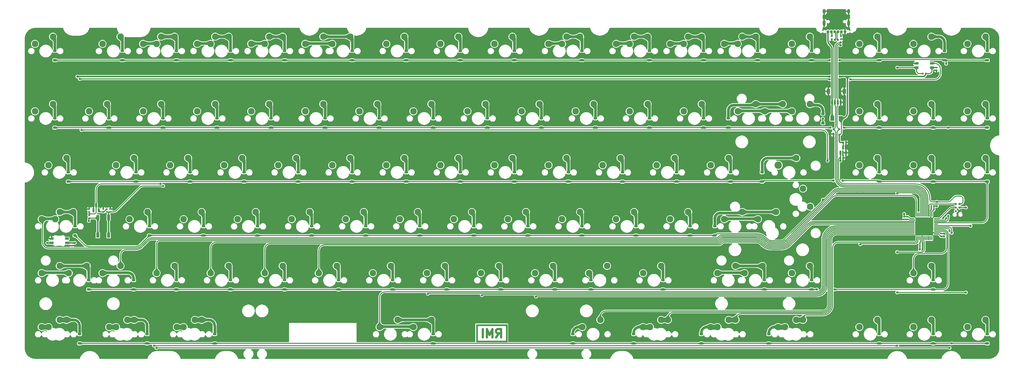
<source format=gbr>
%TF.GenerationSoftware,KiCad,Pcbnew,8.0.4*%
%TF.CreationDate,2024-07-23T15:13:34+08:00*%
%TF.ProjectId,X88H,58383848-2e6b-4696-9361-645f70636258,rev?*%
%TF.SameCoordinates,Original*%
%TF.FileFunction,Copper,L2,Bot*%
%TF.FilePolarity,Positive*%
%FSLAX46Y46*%
G04 Gerber Fmt 4.6, Leading zero omitted, Abs format (unit mm)*
G04 Created by KiCad (PCBNEW 8.0.4) date 2024-07-23 15:13:34*
%MOMM*%
%LPD*%
G01*
G04 APERTURE LIST*
G04 Aperture macros list*
%AMRoundRect*
0 Rectangle with rounded corners*
0 $1 Rounding radius*
0 $2 $3 $4 $5 $6 $7 $8 $9 X,Y pos of 4 corners*
0 Add a 4 corners polygon primitive as box body*
4,1,4,$2,$3,$4,$5,$6,$7,$8,$9,$2,$3,0*
0 Add four circle primitives for the rounded corners*
1,1,$1+$1,$2,$3*
1,1,$1+$1,$4,$5*
1,1,$1+$1,$6,$7*
1,1,$1+$1,$8,$9*
0 Add four rect primitives between the rounded corners*
20,1,$1+$1,$2,$3,$4,$5,0*
20,1,$1+$1,$4,$5,$6,$7,0*
20,1,$1+$1,$6,$7,$8,$9,0*
20,1,$1+$1,$8,$9,$2,$3,0*%
%AMFreePoly0*
4,1,18,-0.410000,0.593000,-0.403758,0.624380,-0.385983,0.650983,-0.359380,0.668758,-0.328000,0.675000,0.328000,0.675000,0.359380,0.668758,0.385983,0.650983,0.403758,0.624380,0.410000,0.593000,0.410000,-0.593000,0.403758,-0.624380,0.385983,-0.650983,0.359380,-0.668758,0.328000,-0.675000,0.000000,-0.675000,-0.410000,-0.265000,-0.410000,0.593000,-0.410000,0.593000,$1*%
G04 Aperture macros list end*
%ADD10C,0.750000*%
%TA.AperFunction,NonConductor*%
%ADD11C,0.750000*%
%TD*%
%TA.AperFunction,EtchedComponent*%
%ADD12C,0.100000*%
%TD*%
%TA.AperFunction,ComponentPad*%
%ADD13C,2.300000*%
%TD*%
%TA.AperFunction,ComponentPad*%
%ADD14C,1.000000*%
%TD*%
%TA.AperFunction,ComponentPad*%
%ADD15O,1.000000X2.100000*%
%TD*%
%TA.AperFunction,ComponentPad*%
%ADD16O,1.000000X1.600000*%
%TD*%
%TA.AperFunction,ComponentPad*%
%ADD17C,2.600000*%
%TD*%
%TA.AperFunction,SMDPad,CuDef*%
%ADD18RoundRect,0.225000X0.375000X-0.225000X0.375000X0.225000X-0.375000X0.225000X-0.375000X-0.225000X0*%
%TD*%
%TA.AperFunction,SMDPad,CuDef*%
%ADD19RoundRect,0.075000X0.075000X-0.662500X0.075000X0.662500X-0.075000X0.662500X-0.075000X-0.662500X0*%
%TD*%
%TA.AperFunction,SMDPad,CuDef*%
%ADD20RoundRect,0.075000X0.662500X-0.075000X0.662500X0.075000X-0.662500X0.075000X-0.662500X-0.075000X0*%
%TD*%
%TA.AperFunction,SMDPad,CuDef*%
%ADD21RoundRect,0.135000X-0.185000X0.135000X-0.185000X-0.135000X0.185000X-0.135000X0.185000X0.135000X0*%
%TD*%
%TA.AperFunction,SMDPad,CuDef*%
%ADD22RoundRect,0.135000X-0.135000X-0.185000X0.135000X-0.185000X0.135000X0.185000X-0.135000X0.185000X0*%
%TD*%
%TA.AperFunction,SMDPad,CuDef*%
%ADD23RoundRect,0.140000X0.140000X0.170000X-0.140000X0.170000X-0.140000X-0.170000X0.140000X-0.170000X0*%
%TD*%
%TA.AperFunction,SMDPad,CuDef*%
%ADD24R,1.000000X1.700000*%
%TD*%
%TA.AperFunction,SMDPad,CuDef*%
%ADD25RoundRect,0.082000X-0.593000X0.328000X-0.593000X-0.328000X0.593000X-0.328000X0.593000X0.328000X0*%
%TD*%
%TA.AperFunction,SMDPad,CuDef*%
%ADD26FreePoly0,270.000000*%
%TD*%
%TA.AperFunction,SMDPad,CuDef*%
%ADD27RoundRect,0.140000X-0.170000X0.140000X-0.170000X-0.140000X0.170000X-0.140000X0.170000X0.140000X0*%
%TD*%
%TA.AperFunction,SMDPad,CuDef*%
%ADD28RoundRect,0.150000X0.150000X-0.587500X0.150000X0.587500X-0.150000X0.587500X-0.150000X-0.587500X0*%
%TD*%
%TA.AperFunction,SMDPad,CuDef*%
%ADD29RoundRect,0.140000X0.170000X-0.140000X0.170000X0.140000X-0.170000X0.140000X-0.170000X-0.140000X0*%
%TD*%
%TA.AperFunction,SMDPad,CuDef*%
%ADD30RoundRect,0.150000X-0.150000X-0.625000X0.150000X-0.625000X0.150000X0.625000X-0.150000X0.625000X0*%
%TD*%
%TA.AperFunction,SMDPad,CuDef*%
%ADD31RoundRect,0.250000X-0.350000X-0.650000X0.350000X-0.650000X0.350000X0.650000X-0.350000X0.650000X0*%
%TD*%
%TA.AperFunction,SMDPad,CuDef*%
%ADD32RoundRect,0.175000X-0.175000X-0.325000X0.175000X-0.325000X0.175000X0.325000X-0.175000X0.325000X0*%
%TD*%
%TA.AperFunction,SMDPad,CuDef*%
%ADD33RoundRect,0.150000X-0.200000X-0.150000X0.200000X-0.150000X0.200000X0.150000X-0.200000X0.150000X0*%
%TD*%
%TA.AperFunction,ConnectorPad*%
%ADD34C,0.787400*%
%TD*%
%TA.AperFunction,SMDPad,CuDef*%
%ADD35RoundRect,0.140000X-0.140000X-0.170000X0.140000X-0.170000X0.140000X0.170000X-0.140000X0.170000X0*%
%TD*%
%TA.AperFunction,SMDPad,CuDef*%
%ADD36RoundRect,0.135000X0.185000X-0.135000X0.185000X0.135000X-0.185000X0.135000X-0.185000X-0.135000X0*%
%TD*%
%TA.AperFunction,SMDPad,CuDef*%
%ADD37RoundRect,0.250001X0.462499X0.624999X-0.462499X0.624999X-0.462499X-0.624999X0.462499X-0.624999X0*%
%TD*%
%TA.AperFunction,ViaPad*%
%ADD38C,0.800000*%
%TD*%
%TA.AperFunction,Conductor*%
%ADD39C,0.375000*%
%TD*%
%TA.AperFunction,Conductor*%
%ADD40C,0.300000*%
%TD*%
%TA.AperFunction,Conductor*%
%ADD41C,0.500000*%
%TD*%
%TA.AperFunction,Conductor*%
%ADD42C,0.900000*%
%TD*%
%TA.AperFunction,Conductor*%
%ADD43C,1.200000*%
%TD*%
%TA.AperFunction,Conductor*%
%ADD44C,1.524000*%
%TD*%
G04 APERTURE END LIST*
D10*
D11*
X158662499Y-101098857D02*
X159662499Y-99670285D01*
X160376785Y-101098857D02*
X160376785Y-98098857D01*
X160376785Y-98098857D02*
X159233928Y-98098857D01*
X159233928Y-98098857D02*
X158948213Y-98241714D01*
X158948213Y-98241714D02*
X158805356Y-98384571D01*
X158805356Y-98384571D02*
X158662499Y-98670285D01*
X158662499Y-98670285D02*
X158662499Y-99098857D01*
X158662499Y-99098857D02*
X158805356Y-99384571D01*
X158805356Y-99384571D02*
X158948213Y-99527428D01*
X158948213Y-99527428D02*
X159233928Y-99670285D01*
X159233928Y-99670285D02*
X160376785Y-99670285D01*
X157376785Y-101098857D02*
X157376785Y-98098857D01*
X157376785Y-98098857D02*
X156376785Y-100241714D01*
X156376785Y-100241714D02*
X155376785Y-98098857D01*
X155376785Y-98098857D02*
X155376785Y-101098857D01*
X153948214Y-101098857D02*
X153948214Y-98098857D01*
D12*
%TO.C,G1*%
X162662500Y-97000000D02*
X151662500Y-97000000D01*
X151662500Y-96500000D01*
X162662500Y-96500000D01*
X162662500Y-97000000D01*
%TA.AperFunction,EtchedComponent*%
G36*
X162662500Y-97000000D02*
G01*
X151662500Y-97000000D01*
X151662500Y-96500000D01*
X162662500Y-96500000D01*
X162662500Y-97000000D01*
G37*
%TD.AperFunction*%
X152162500Y-102250000D02*
X151662500Y-102250000D01*
X151662500Y-97000000D01*
X152162500Y-97000000D01*
X152162500Y-102250000D01*
%TA.AperFunction,EtchedComponent*%
G36*
X152162500Y-102250000D02*
G01*
X151662500Y-102250000D01*
X151662500Y-97000000D01*
X152162500Y-97000000D01*
X152162500Y-102250000D01*
G37*
%TD.AperFunction*%
X162662500Y-102750000D02*
X151662500Y-102750000D01*
X151662500Y-102250000D01*
X162662500Y-102250000D01*
X162662500Y-102750000D01*
%TA.AperFunction,EtchedComponent*%
G36*
X162662500Y-102750000D02*
G01*
X151662500Y-102750000D01*
X151662500Y-102250000D01*
X162662500Y-102250000D01*
X162662500Y-102750000D01*
G37*
%TD.AperFunction*%
X162662500Y-102250000D02*
X162162500Y-102250000D01*
X162162500Y-97000000D01*
X162662500Y-97000000D01*
X162662500Y-102250000D01*
%TA.AperFunction,EtchedComponent*%
G36*
X162662500Y-102250000D02*
G01*
X162162500Y-102250000D01*
X162162500Y-97000000D01*
X162662500Y-97000000D01*
X162662500Y-102250000D01*
G37*
%TD.AperFunction*%
%TD*%
D13*
%TO.P,MX104,1,1*%
%TO.N,Net-(D88-A)*%
X234315000Y-97472500D03*
%TO.P,MX104,2,2*%
%TO.N,PA3*%
X240665000Y-94932500D03*
%TD*%
%TO.P,MX15,1,1*%
%TO.N,PA1*%
X286702500Y2540000D03*
%TO.P,MX15,2,2*%
%TO.N,Net-(D16-A)*%
X293052500Y5080000D03*
%TD*%
%TO.P,MX35,1,1*%
%TO.N,PB2*%
X91440000Y-21272500D03*
%TO.P,MX35,2,2*%
%TO.N,Net-(D24-A)*%
X97790000Y-18732500D03*
%TD*%
D14*
%TO.P,H8,1,1*%
%TO.N,GND*%
X281606250Y6886812D03*
%TD*%
D13*
%TO.P,MX53,1,1*%
%TO.N,PB2*%
X100965000Y-40322500D03*
%TO.P,MX53,2,2*%
%TO.N,Net-(D41-A)*%
X107315000Y-37782500D03*
%TD*%
%TO.P,MX78,1,1*%
%TO.N,PA3*%
X250983750Y-59372500D03*
%TO.P,MX78,2,2*%
%TO.N,Net-(D65-A)*%
X257333750Y-56832500D03*
%TD*%
%TO.P,MX5,1,1*%
%TO.N,PB10*%
X77152500Y2540000D03*
%TO.P,MX5,2,2*%
%TO.N,Net-(D6-A)*%
X83502500Y5080000D03*
%TD*%
%TO.P,MX89,1,1*%
%TO.N,PA7*%
X153352500Y-78422500D03*
%TO.P,MX89,2,2*%
%TO.N,Net-(D75-A)*%
X159702500Y-75882500D03*
%TD*%
%TO.P,MX7,1,1*%
%TO.N,PB1*%
X120015000Y2540000D03*
%TO.P,MX7,2,2*%
%TO.N,Net-(D8-A)*%
X126365000Y5080000D03*
%TD*%
%TO.P,MX115,1,1*%
%TO.N,Net-(D88-A)*%
X236696250Y-97472500D03*
%TO.P,MX115,2,2*%
%TO.N,PA3*%
X243046250Y-94932500D03*
%TD*%
%TO.P,MX109,1,1*%
%TO.N,PA9*%
X-1428750Y-97472500D03*
%TO.P,MX109,2,2*%
%TO.N,Net-(D82-A)*%
X4921250Y-94932500D03*
%TD*%
%TO.P,MX54,1,1*%
%TO.N,PB1*%
X120015000Y-40322500D03*
%TO.P,MX54,2,2*%
%TO.N,Net-(D42-A)*%
X126365000Y-37782500D03*
%TD*%
%TO.P,MX68,1,1*%
%TO.N,PB12*%
X48577500Y-59372500D03*
%TO.P,MX68,2,2*%
%TO.N,Net-(D55-A)*%
X54927500Y-56832500D03*
%TD*%
D14*
%TO.P,H5,1,1*%
%TO.N,D+*%
X278006250Y6886812D03*
%TD*%
D13*
%TO.P,MX116,1,1*%
%TO.N,Net-(D89-A)*%
X260508750Y-97472500D03*
%TO.P,MX116,2,2*%
%TO.N,PA2*%
X266858750Y-94932500D03*
%TD*%
%TO.P,MX6,1,1*%
%TO.N,PB2*%
X100965000Y2540000D03*
%TO.P,MX6,2,2*%
%TO.N,Net-(D7-A)*%
X107315000Y5080000D03*
%TD*%
%TO.P,MX94,1,1*%
%TO.N,PB9*%
X305752500Y-78422500D03*
%TO.P,MX94,2,2*%
%TO.N,Net-(D81-A)*%
X312102500Y-75882500D03*
%TD*%
%TO.P,MX81,1,1*%
%TO.N,PA3*%
X239077500Y-59372500D03*
%TO.P,MX81,2,2*%
%TO.N,Net-(D65-A)*%
X245427500Y-56832500D03*
%TD*%
%TO.P,MX19,1,1*%
%TO.N,PB11*%
X53340000Y2540000D03*
%TO.P,MX19,2,2*%
%TO.N,Net-(D5-A)*%
X59690000Y5080000D03*
%TD*%
%TO.P,MX28,1,1*%
%TO.N,PA3*%
X243840000Y2540000D03*
%TO.P,MX28,2,2*%
%TO.N,Net-(D14-A)*%
X250190000Y5080000D03*
%TD*%
%TO.P,MX108,1,1*%
%TO.N,PB6*%
X324802500Y-97472500D03*
%TO.P,MX108,2,2*%
%TO.N,Net-(D92-A)*%
X331152500Y-94932500D03*
%TD*%
%TO.P,MX9,1,1*%
%TO.N,PA7*%
X158115000Y2540000D03*
%TO.P,MX9,2,2*%
%TO.N,Net-(D10-A)*%
X164465000Y5080000D03*
%TD*%
%TO.P,MX17,1,1*%
%TO.N,PB6*%
X324802500Y2540000D03*
%TO.P,MX17,2,2*%
%TO.N,Net-(D18-A)*%
X331152500Y5080000D03*
%TD*%
%TO.P,MX42,1,1*%
%TO.N,PA3*%
X224790000Y-21272500D03*
%TO.P,MX42,2,2*%
%TO.N,Net-(D31-A)*%
X231140000Y-18732500D03*
%TD*%
%TO.P,MX82,1,1*%
%TO.N,PA9*%
X8096250Y-78422500D03*
%TO.P,MX82,2,2*%
%TO.N,Net-(D67-A)*%
X14446250Y-75882500D03*
%TD*%
D14*
%TO.P,H7,1,1*%
%TO.N,/CC1*%
X280406250Y6886812D03*
%TD*%
D13*
%TO.P,MX88,1,1*%
%TO.N,PB0*%
X134302500Y-78422500D03*
%TO.P,MX88,2,2*%
%TO.N,Net-(D74-A)*%
X140652500Y-75882500D03*
%TD*%
%TO.P,MX113,1,1*%
%TO.N,Net-(D86-A)*%
X189071250Y-97472500D03*
%TO.P,MX113,2,2*%
%TO.N,PA5*%
X195421250Y-94932500D03*
%TD*%
%TO.P,MX34,1,1*%
%TO.N,PB10*%
X72390000Y-21272500D03*
%TO.P,MX34,2,2*%
%TO.N,Net-(D23-A)*%
X78740000Y-18732500D03*
%TD*%
%TO.P,MX92,1,1*%
%TO.N,PA4*%
X210502500Y-78422500D03*
%TO.P,MX92,2,2*%
%TO.N,Net-(D78-A)*%
X216852500Y-75882500D03*
%TD*%
%TO.P,MX4,1,1*%
%TO.N,PB11*%
X58102500Y2540000D03*
%TO.P,MX4,2,2*%
%TO.N,Net-(D5-A)*%
X64452500Y5080000D03*
%TD*%
%TO.P,MX52,1,1*%
%TO.N,PB10*%
X81915000Y-40322500D03*
%TO.P,MX52,2,2*%
%TO.N,Net-(D40-A)*%
X88265000Y-37782500D03*
%TD*%
%TO.P,MX37,1,1*%
%TO.N,PB0*%
X129540000Y-21272500D03*
%TO.P,MX37,2,2*%
%TO.N,Net-(D26-A)*%
X135890000Y-18732500D03*
%TD*%
%TO.P,MX85,1,1*%
%TO.N,PB10*%
X77152500Y-78422500D03*
%TO.P,MX85,2,2*%
%TO.N,Net-(D71-A)*%
X83502500Y-75882500D03*
%TD*%
%TO.P,MX25,1,1*%
%TO.N,PA6*%
X177165000Y2540000D03*
%TO.P,MX25,2,2*%
%TO.N,Net-(D11-A)*%
X183515000Y5080000D03*
%TD*%
%TO.P,MX18,1,1*%
%TO.N,PB12*%
X34290000Y2540000D03*
%TO.P,MX18,2,2*%
%TO.N,Net-(D4-A)*%
X40640000Y5080000D03*
%TD*%
%TO.P,MX100,1,1*%
%TO.N,PA8*%
X24765000Y-97472500D03*
%TO.P,MX100,2,2*%
%TO.N,Net-(D83-A)*%
X31115000Y-94932500D03*
%TD*%
%TO.P,MX38,1,1*%
%TO.N,PA7*%
X148590000Y-21272500D03*
%TO.P,MX38,2,2*%
%TO.N,Net-(D27-A)*%
X154940000Y-18732500D03*
%TD*%
%TO.P,MX31,1,1*%
%TO.N,PA8*%
X15240000Y-21272500D03*
%TO.P,MX31,2,2*%
%TO.N,Net-(D20-A)*%
X21590000Y-18732500D03*
%TD*%
%TO.P,MX106,1,1*%
%TO.N,PA1*%
X286702500Y-97472500D03*
%TO.P,MX106,2,2*%
%TO.N,Net-(D90-A)*%
X293052500Y-94932500D03*
%TD*%
%TO.P,MX12,1,1*%
%TO.N,PA4*%
X220027500Y2540000D03*
%TO.P,MX12,2,2*%
%TO.N,Net-(D13-A)*%
X226377500Y5080000D03*
%TD*%
%TO.P,MX72,1,1*%
%TO.N,PB1*%
X124777500Y-59372500D03*
%TO.P,MX72,2,2*%
%TO.N,Net-(D59-A)*%
X131127500Y-56832500D03*
%TD*%
%TO.P,MX74,1,1*%
%TO.N,PA7*%
X162877500Y-59372500D03*
%TO.P,MX74,2,2*%
%TO.N,Net-(D61-A)*%
X169227500Y-56832500D03*
%TD*%
%TO.P,MX90,1,1*%
%TO.N,PA6*%
X172402500Y-78422500D03*
%TO.P,MX90,2,2*%
%TO.N,Net-(D76-A)*%
X178752500Y-75882500D03*
%TD*%
%TO.P,MX10,1,1*%
%TO.N,PA6*%
X181927500Y2540000D03*
%TO.P,MX10,2,2*%
%TO.N,Net-(D11-A)*%
X188277500Y5080000D03*
%TD*%
%TO.P,MX87,1,1*%
%TO.N,PB1*%
X115252500Y-78422500D03*
%TO.P,MX87,2,2*%
%TO.N,Net-(D73-A)*%
X121602500Y-75882500D03*
%TD*%
%TO.P,MX64,1,1*%
%TO.N,PB6*%
X324802500Y-40322500D03*
%TO.P,MX64,2,2*%
%TO.N,Net-(D52-A)*%
X331152500Y-37782500D03*
%TD*%
%TO.P,MX2,1,1*%
%TO.N,PA8*%
X20002500Y2540000D03*
%TO.P,MX2,2,2*%
%TO.N,Net-(D3-A)*%
X26352500Y5080000D03*
%TD*%
%TO.P,MX70,1,1*%
%TO.N,PB10*%
X86677500Y-59372500D03*
%TO.P,MX70,2,2*%
%TO.N,Net-(D57-A)*%
X93027500Y-56832500D03*
%TD*%
%TO.P,MX76,1,1*%
%TO.N,PA5*%
X200977500Y-59372500D03*
%TO.P,MX76,2,2*%
%TO.N,Net-(D63-A)*%
X207327500Y-56832500D03*
%TD*%
%TO.P,MX45,1,1*%
%TO.N,PB9*%
X305752500Y-21272500D03*
%TO.P,MX45,2,2*%
%TO.N,Net-(D34-A)*%
X312102500Y-18732500D03*
%TD*%
%TO.P,MX16,1,1*%
%TO.N,PB9*%
X305752500Y2540000D03*
%TO.P,MX16,2,2*%
%TO.N,Net-(D17-A)*%
X312102500Y5080000D03*
%TD*%
%TO.P,MX48,1,1*%
%TO.N,PA9*%
X952500Y-40322500D03*
%TO.P,MX48,2,2*%
%TO.N,Net-(D36-A)*%
X7302500Y-37782500D03*
%TD*%
%TO.P,MX55,1,1*%
%TO.N,PB0*%
X139065000Y-40322500D03*
%TO.P,MX55,2,2*%
%TO.N,Net-(D43-A)*%
X145415000Y-37782500D03*
%TD*%
%TO.P,MX3,1,1*%
%TO.N,PB12*%
X39052500Y2540000D03*
%TO.P,MX3,2,2*%
%TO.N,Net-(D4-A)*%
X45402500Y5080000D03*
%TD*%
%TO.P,MX63,1,1*%
%TO.N,PB9*%
X305752500Y-40322500D03*
%TO.P,MX63,2,2*%
%TO.N,Net-(D51-A)*%
X312102500Y-37782500D03*
%TD*%
%TO.P,MX46,1,1*%
%TO.N,PB6*%
X324802500Y-21272500D03*
%TO.P,MX46,2,2*%
%TO.N,Net-(D35-A)*%
X331152500Y-18732500D03*
%TD*%
%TO.P,MX67,1,1*%
%TO.N,PA8*%
X29527500Y-59372500D03*
%TO.P,MX67,2,2*%
%TO.N,Net-(D54-A)*%
X35877500Y-56832500D03*
%TD*%
%TO.P,MX59,1,1*%
%TO.N,PA4*%
X215265000Y-40322500D03*
%TO.P,MX59,2,2*%
%TO.N,Net-(D47-A)*%
X221615000Y-37782500D03*
%TD*%
%TO.P,MX110,1,1*%
%TO.N,PA8*%
X22383750Y-97472500D03*
%TO.P,MX110,2,2*%
%TO.N,Net-(D83-A)*%
X28733750Y-94932500D03*
%TD*%
%TO.P,MX60,1,1*%
%TO.N,PA3*%
X234315000Y-40322500D03*
%TO.P,MX60,2,2*%
%TO.N,Net-(D48-A)*%
X240665000Y-37782500D03*
%TD*%
%TO.P,MX32,1,1*%
%TO.N,PB12*%
X34290000Y-21272500D03*
%TO.P,MX32,2,2*%
%TO.N,Net-(D21-A)*%
X40640000Y-18732500D03*
%TD*%
%TO.P,MX97,1,1*%
%TO.N,PA3*%
X236696250Y-78422500D03*
%TO.P,MX97,2,2*%
%TO.N,Net-(D79-A)*%
X243046250Y-75882500D03*
%TD*%
%TO.P,MX51,1,1*%
%TO.N,PB11*%
X62865000Y-40322500D03*
%TO.P,MX51,2,2*%
%TO.N,Net-(D39-A)*%
X69215000Y-37782500D03*
%TD*%
%TO.P,MX112,1,1*%
%TO.N,PB1*%
X117633750Y-97472500D03*
%TO.P,MX112,2,2*%
%TO.N,Net-(D85-A)*%
X123983750Y-94932500D03*
%TD*%
D14*
%TO.P,H4,1,1*%
%TO.N,/CC2*%
X276806250Y6886812D03*
%TD*%
D13*
%TO.P,MX84,1,1*%
%TO.N,PB11*%
X58102500Y-78422500D03*
%TO.P,MX84,2,2*%
%TO.N,Net-(D70-A)*%
X64452500Y-75882500D03*
%TD*%
%TO.P,MX75,1,1*%
%TO.N,PA6*%
X181927500Y-59372500D03*
%TO.P,MX75,2,2*%
%TO.N,Net-(D62-A)*%
X188277500Y-56832500D03*
%TD*%
%TO.P,MX96,1,1*%
%TO.N,Net-(D68-A)*%
X20002500Y-78422500D03*
%TO.P,MX96,2,2*%
%TO.N,PA8*%
X26352500Y-75882500D03*
%TD*%
%TO.P,MX91,1,1*%
%TO.N,Net-(D77-A)*%
X191452500Y-78422500D03*
%TO.P,MX91,2,2*%
%TO.N,PA5*%
X197802500Y-75882500D03*
%TD*%
%TO.P,MX114,1,1*%
%TO.N,Net-(D87-A)*%
X212883750Y-97472500D03*
%TO.P,MX114,2,2*%
%TO.N,PA4*%
X219233750Y-94932500D03*
%TD*%
%TO.P,MX43,1,1*%
%TO.N,PA2*%
X253365000Y-21272500D03*
%TO.P,MX43,2,2*%
%TO.N,Net-(D32-A)*%
X259715000Y-18732500D03*
%TD*%
%TO.P,MX65,1,1*%
%TO.N,PA2*%
X266858750Y-48577500D03*
%TO.P,MX65,2,2*%
%TO.N,Net-(D49-A)*%
X269398750Y-54927500D03*
%TD*%
%TO.P,MX98,1,1*%
%TO.N,PA2*%
X262890000Y-78422500D03*
%TO.P,MX98,2,2*%
%TO.N,Net-(D80-A)*%
X269240000Y-75882500D03*
%TD*%
D14*
%TO.P,H6,1,1*%
%TO.N,D-*%
X279206250Y6886812D03*
%TD*%
D13*
%TO.P,MX80,1,1*%
%TO.N,PA9*%
X3333750Y-59372500D03*
%TO.P,MX80,2,2*%
%TO.N,Net-(D53-A)*%
X9683750Y-56832500D03*
%TD*%
%TO.P,MX1,1,1*%
%TO.N,PA9*%
X-3810000Y2540000D03*
%TO.P,MX1,2,2*%
%TO.N,Net-(D2-A)*%
X2540000Y5080000D03*
%TD*%
%TO.P,MX41,1,1*%
%TO.N,PA4*%
X205740000Y-21272500D03*
%TO.P,MX41,2,2*%
%TO.N,Net-(D30-A)*%
X212090000Y-18732500D03*
%TD*%
%TO.P,MX66,1,1*%
%TO.N,PA9*%
X-1428750Y-59372500D03*
%TO.P,MX66,2,2*%
%TO.N,Net-(D53-A)*%
X4921250Y-56832500D03*
%TD*%
%TO.P,MX71,1,1*%
%TO.N,PB2*%
X105727500Y-59372500D03*
%TO.P,MX71,2,2*%
%TO.N,Net-(D58-A)*%
X112077500Y-56832500D03*
%TD*%
%TO.P,MX93,1,1*%
%TO.N,PA3*%
X246221250Y-78422500D03*
%TO.P,MX93,2,2*%
%TO.N,Net-(D79-A)*%
X252571250Y-75882500D03*
%TD*%
%TO.P,MX49,1,1*%
%TO.N,PA8*%
X24765000Y-40322500D03*
%TO.P,MX49,2,2*%
%TO.N,Net-(D37-A)*%
X31115000Y-37782500D03*
%TD*%
%TO.P,MX11,1,1*%
%TO.N,PA5*%
X200977500Y2540000D03*
%TO.P,MX11,2,2*%
%TO.N,Net-(D12-A)*%
X207327500Y5080000D03*
%TD*%
%TO.P,MX39,1,1*%
%TO.N,PA6*%
X167640000Y-21272500D03*
%TO.P,MX39,2,2*%
%TO.N,Net-(D28-A)*%
X173990000Y-18732500D03*
%TD*%
%TO.P,MX69,1,1*%
%TO.N,PB11*%
X67627500Y-59372500D03*
%TO.P,MX69,2,2*%
%TO.N,Net-(D56-A)*%
X73977500Y-56832500D03*
%TD*%
%TO.P,MX77,1,1*%
%TO.N,PA4*%
X220027500Y-59372500D03*
%TO.P,MX77,2,2*%
%TO.N,Net-(D64-A)*%
X226377500Y-56832500D03*
%TD*%
%TO.P,MX27,1,1*%
%TO.N,PA4*%
X224790000Y2540000D03*
%TO.P,MX27,2,2*%
%TO.N,Net-(D13-A)*%
X231140000Y5080000D03*
%TD*%
%TO.P,MX62,1,1*%
%TO.N,PA1*%
X286702500Y-40322500D03*
%TO.P,MX62,2,2*%
%TO.N,Net-(D50-A)*%
X293052500Y-37782500D03*
%TD*%
%TO.P,MX57,1,1*%
%TO.N,PA6*%
X177165000Y-40322500D03*
%TO.P,MX57,2,2*%
%TO.N,Net-(D45-A)*%
X183515000Y-37782500D03*
%TD*%
%TO.P,MX107,1,1*%
%TO.N,PB9*%
X305752500Y-97472500D03*
%TO.P,MX107,2,2*%
%TO.N,Net-(D91-A)*%
X312102500Y-94932500D03*
%TD*%
%TO.P,MX56,1,1*%
%TO.N,PA7*%
X158115000Y-40322500D03*
%TO.P,MX56,2,2*%
%TO.N,Net-(D44-A)*%
X164465000Y-37782500D03*
%TD*%
%TO.P,MX111,1,1*%
%TO.N,PB12*%
X46196250Y-97472500D03*
%TO.P,MX111,2,2*%
%TO.N,Net-(D84-A)*%
X52546250Y-94932500D03*
%TD*%
%TO.P,MX101,1,1*%
%TO.N,PB12*%
X48577500Y-97472500D03*
%TO.P,MX101,2,2*%
%TO.N,Net-(D84-A)*%
X54927500Y-94932500D03*
%TD*%
%TO.P,MX13,1,1*%
%TO.N,PA3*%
X239077500Y2540000D03*
%TO.P,MX13,2,2*%
%TO.N,Net-(D14-A)*%
X245427500Y5080000D03*
%TD*%
%TO.P,MX21,1,1*%
%TO.N,PB2*%
X91440000Y2540000D03*
%TO.P,MX21,2,2*%
%TO.N,Net-(D7-A)*%
X97790000Y5080000D03*
%TD*%
%TO.P,MX14,1,1*%
%TO.N,PA2*%
X262890000Y2540000D03*
%TO.P,MX14,2,2*%
%TO.N,Net-(D15-A)*%
X269240000Y5080000D03*
%TD*%
%TO.P,MX40,1,1*%
%TO.N,PA5*%
X186690000Y-21272500D03*
%TO.P,MX40,2,2*%
%TO.N,Net-(D29-A)*%
X193040000Y-18732500D03*
%TD*%
%TO.P,MX26,1,1*%
%TO.N,PA5*%
X205740000Y2540000D03*
%TO.P,MX26,2,2*%
%TO.N,Net-(D12-A)*%
X212090000Y5080000D03*
%TD*%
D15*
%TO.P,USB1,S1,SHIELD*%
%TO.N,GND*%
X282926250Y9870000D03*
D16*
X282926250Y14050000D03*
D15*
X274286250Y9870000D03*
D16*
X274286250Y14050000D03*
%TD*%
D13*
%TO.P,MX95,1,1*%
%TO.N,PA9*%
X-1428750Y-78422500D03*
%TO.P,MX95,2,2*%
%TO.N,Net-(D67-A)*%
X4921250Y-75882500D03*
%TD*%
%TO.P,MX50,1,1*%
%TO.N,PB12*%
X43815000Y-40322500D03*
%TO.P,MX50,2,2*%
%TO.N,Net-(D38-A)*%
X50165000Y-37782500D03*
%TD*%
%TO.P,MX44,1,1*%
%TO.N,PA1*%
X286702500Y-21272500D03*
%TO.P,MX44,2,2*%
%TO.N,Net-(D33-A)*%
X293052500Y-18732500D03*
%TD*%
%TO.P,MX58,1,1*%
%TO.N,PA5*%
X196215000Y-40322500D03*
%TO.P,MX58,2,2*%
%TO.N,Net-(D46-A)*%
X202565000Y-37782500D03*
%TD*%
%TO.P,MX8,1,1*%
%TO.N,PB0*%
X139065000Y2540000D03*
%TO.P,MX8,2,2*%
%TO.N,Net-(D9-A)*%
X145415000Y5080000D03*
%TD*%
%TO.P,MX99,1,1*%
%TO.N,PA9*%
X952500Y-97472500D03*
%TO.P,MX99,2,2*%
%TO.N,Net-(D82-A)*%
X7302500Y-94932500D03*
%TD*%
D14*
%TO.P,H3,1,1*%
%TO.N,VBUS*%
X275606250Y6886812D03*
%TD*%
D13*
%TO.P,MX103,1,1*%
%TO.N,Net-(D87-A)*%
X210502500Y-97472500D03*
%TO.P,MX103,2,2*%
%TO.N,PA4*%
X216852500Y-94932500D03*
%TD*%
%TO.P,MX36,1,1*%
%TO.N,PB1*%
X110490000Y-21272500D03*
%TO.P,MX36,2,2*%
%TO.N,Net-(D25-A)*%
X116840000Y-18732500D03*
%TD*%
%TO.P,MX86,1,1*%
%TO.N,PB2*%
X96202500Y-78422500D03*
%TO.P,MX86,2,2*%
%TO.N,Net-(D72-A)*%
X102552500Y-75882500D03*
%TD*%
%TO.P,MX20,1,1*%
%TO.N,PB10*%
X72390000Y2540000D03*
%TO.P,MX20,2,2*%
%TO.N,Net-(D6-A)*%
X78740000Y5080000D03*
%TD*%
%TO.P,MX73,1,1*%
%TO.N,PB0*%
X143827500Y-59372500D03*
%TO.P,MX73,2,2*%
%TO.N,Net-(D60-A)*%
X150177500Y-56832500D03*
%TD*%
%TO.P,MX30,1,1*%
%TO.N,PA9*%
X-3810000Y-21272500D03*
%TO.P,MX30,2,2*%
%TO.N,Net-(D19-A)*%
X2540000Y-18732500D03*
%TD*%
%TO.P,MX47,1,1*%
%TO.N,PA2*%
X243840000Y-21272500D03*
%TO.P,MX47,2,2*%
%TO.N,Net-(D32-A)*%
X250190000Y-18732500D03*
%TD*%
%TO.P,MX105,1,1*%
%TO.N,Net-(D89-A)*%
X258127500Y-97472500D03*
%TO.P,MX105,2,2*%
%TO.N,PA2*%
X264477500Y-94932500D03*
%TD*%
%TO.P,MX33,1,1*%
%TO.N,PB11*%
X53340000Y-21272500D03*
%TO.P,MX33,2,2*%
%TO.N,Net-(D22-A)*%
X59690000Y-18732500D03*
%TD*%
D17*
%TO.P,MX61,1,1*%
%TO.N,PA2*%
X258127500Y-40322500D03*
D13*
%TO.P,MX61,2,2*%
%TO.N,Net-(D49-A)*%
X264477500Y-37782500D03*
%TD*%
%TO.P,MX83,1,1*%
%TO.N,PB12*%
X39052500Y-78422500D03*
%TO.P,MX83,2,2*%
%TO.N,Net-(D69-A)*%
X45402500Y-75882500D03*
%TD*%
%TO.P,MX79,1,1*%
%TO.N,PA2*%
X262890000Y-21272500D03*
%TO.P,MX79,2,2*%
%TO.N,Net-(D66-A)*%
X269240000Y-18732500D03*
%TD*%
%TO.P,MX102,1,1*%
%TO.N,PB1*%
X129540000Y-97472500D03*
%TO.P,MX102,2,2*%
%TO.N,Net-(D85-A)*%
X135890000Y-94932500D03*
%TD*%
D18*
%TO.P,D55,1,K*%
%TO.N,PA10*%
X55562500Y-65150000D03*
%TO.P,D55,2,A*%
%TO.N,Net-(D55-A)*%
X55562500Y-61850000D03*
%TD*%
%TO.P,D82,1,K*%
%TO.N,PB7*%
X11906250Y-103250000D03*
%TO.P,D82,2,A*%
%TO.N,Net-(D82-A)*%
X11906250Y-99950000D03*
%TD*%
%TO.P,D7,1,K*%
%TO.N,PA15*%
X107950000Y-3237500D03*
%TO.P,D7,2,A*%
%TO.N,Net-(D7-A)*%
X107950000Y62500D03*
%TD*%
%TO.P,D35,1,K*%
%TO.N,PB3*%
X331787500Y-27050000D03*
%TO.P,D35,2,A*%
%TO.N,Net-(D35-A)*%
X331787500Y-23750000D03*
%TD*%
D19*
%TO.P,U2,1,VBAT*%
%TO.N,unconnected-(U2-VBAT-Pad1)*%
X312312500Y-66075000D03*
%TO.P,U2,2,PC13*%
%TO.N,unconnected-(U2-PC13-Pad2)*%
X311812500Y-66075000D03*
%TO.P,U2,3,PC14*%
%TO.N,unconnected-(U2-PC14-Pad3)*%
X311312500Y-66075000D03*
%TO.P,U2,4,PC15*%
%TO.N,unconnected-(U2-PC15-Pad4)*%
X310812500Y-66075000D03*
%TO.P,U2,5,PF0*%
%TO.N,unconnected-(U2-PF0-Pad5)*%
X310312500Y-66075000D03*
%TO.P,U2,6,PF1*%
%TO.N,unconnected-(U2-PF1-Pad6)*%
X309812500Y-66075000D03*
%TO.P,U2,7,NRST*%
%TO.N,NRST*%
X309312500Y-66075000D03*
%TO.P,U2,8,VSSA*%
%TO.N,GND*%
X308812500Y-66075000D03*
%TO.P,U2,9,VDDA*%
%TO.N,+3V3*%
X308312500Y-66075000D03*
%TO.P,U2,10,PA0*%
%TO.N,unconnected-(U2-PA0-Pad10)*%
X307812500Y-66075000D03*
%TO.P,U2,11,PA1*%
%TO.N,PA1*%
X307312500Y-66075000D03*
%TO.P,U2,12,PA2*%
%TO.N,PA2*%
X306812500Y-66075000D03*
D20*
%TO.P,U2,13,PA3*%
%TO.N,PA3*%
X305400000Y-64662500D03*
%TO.P,U2,14,PA4*%
%TO.N,PA4*%
X305400000Y-64162500D03*
%TO.P,U2,15,PA5*%
%TO.N,PA5*%
X305400000Y-63662500D03*
%TO.P,U2,16,PA6*%
%TO.N,PA6*%
X305400000Y-63162500D03*
%TO.P,U2,17,PA7*%
%TO.N,PA7*%
X305400000Y-62662500D03*
%TO.P,U2,18,PB0*%
%TO.N,PB0*%
X305400000Y-62162500D03*
%TO.P,U2,19,PB1*%
%TO.N,PB1*%
X305400000Y-61662500D03*
%TO.P,U2,20,PB2*%
%TO.N,PB2*%
X305400000Y-61162500D03*
%TO.P,U2,21,PB10*%
%TO.N,PB10*%
X305400000Y-60662500D03*
%TO.P,U2,22,PB11*%
%TO.N,PB11*%
X305400000Y-60162500D03*
%TO.P,U2,23,VSS*%
%TO.N,GND*%
X305400000Y-59662500D03*
%TO.P,U2,24,VDD*%
%TO.N,+3V3*%
X305400000Y-59162500D03*
D19*
%TO.P,U2,25,PB12*%
%TO.N,PB12*%
X306812500Y-57750000D03*
%TO.P,U2,26,PB13*%
%TO.N,unconnected-(U2-PB13-Pad26)*%
X307312500Y-57750000D03*
%TO.P,U2,27,PB14*%
%TO.N,unconnected-(U2-PB14-Pad27)*%
X307812500Y-57750000D03*
%TO.P,U2,28,PB15*%
%TO.N,/RGB*%
X308312500Y-57750000D03*
%TO.P,U2,29,PA8*%
%TO.N,PA8*%
X308812500Y-57750000D03*
%TO.P,U2,30,PA9*%
%TO.N,PA9*%
X309312500Y-57750000D03*
%TO.P,U2,31,PA10*%
%TO.N,PA10*%
X309812500Y-57750000D03*
%TO.P,U2,32,PA11*%
%TO.N,D-*%
X310312500Y-57750000D03*
%TO.P,U2,33,PA12*%
%TO.N,D+*%
X310812500Y-57750000D03*
%TO.P,U2,34,PA13*%
%TO.N,SWDIO*%
X311312500Y-57750000D03*
%TO.P,U2,35,VSS*%
%TO.N,GND*%
X311812500Y-57750000D03*
%TO.P,U2,36,VDDIO2*%
%TO.N,+3V3*%
X312312500Y-57750000D03*
D20*
%TO.P,U2,37,PA14*%
%TO.N,SWCLK*%
X313725000Y-59162500D03*
%TO.P,U2,38,PA15*%
%TO.N,PA15*%
X313725000Y-59662500D03*
%TO.P,U2,39,PB3*%
%TO.N,PB3*%
X313725000Y-60162500D03*
%TO.P,U2,40,PB4*%
%TO.N,PB4*%
X313725000Y-60662500D03*
%TO.P,U2,41,PB5*%
%TO.N,unconnected-(U2-PB5-Pad41)*%
X313725000Y-61162500D03*
%TO.P,U2,42,PB6*%
%TO.N,PB6*%
X313725000Y-61662500D03*
%TO.P,U2,43,PB7*%
%TO.N,PB7*%
X313725000Y-62162500D03*
%TO.P,U2,44,BOOT0*%
%TO.N,BOOT0*%
X313725000Y-62662500D03*
%TO.P,U2,45,PB8*%
%TO.N,PB8*%
X313725000Y-63162500D03*
%TO.P,U2,46,PB9*%
%TO.N,PB9*%
X313725000Y-63662500D03*
%TO.P,U2,47,VSS*%
%TO.N,GND*%
X313725000Y-64162500D03*
%TO.P,U2,48,VDD*%
%TO.N,+3V3*%
X313725000Y-64662500D03*
%TD*%
D18*
%TO.P,D65,1,K*%
%TO.N,PA10*%
X235743750Y-65150000D03*
%TO.P,D65,2,A*%
%TO.N,Net-(D65-A)*%
X235743750Y-61850000D03*
%TD*%
%TO.P,D48,1,K*%
%TO.N,PB4*%
X241300000Y-46100000D03*
%TO.P,D48,2,A*%
%TO.N,Net-(D48-A)*%
X241300000Y-42800000D03*
%TD*%
%TO.P,D88,1,K*%
%TO.N,PB7*%
X230981250Y-103250000D03*
%TO.P,D88,2,A*%
%TO.N,Net-(D88-A)*%
X230981250Y-99950000D03*
%TD*%
%TO.P,D78,1,K*%
%TO.N,PB8*%
X217487500Y-84200000D03*
%TO.P,D78,2,A*%
%TO.N,Net-(D78-A)*%
X217487500Y-80900000D03*
%TD*%
%TO.P,D6,1,K*%
%TO.N,PA15*%
X84137500Y-3237500D03*
%TO.P,D6,2,A*%
%TO.N,Net-(D6-A)*%
X84137500Y62500D03*
%TD*%
%TO.P,D20,1,K*%
%TO.N,PB3*%
X22225000Y-27050000D03*
%TO.P,D20,2,A*%
%TO.N,Net-(D20-A)*%
X22225000Y-23750000D03*
%TD*%
D21*
%TO.P,RR2,1*%
%TO.N,GND*%
X22750000Y-55802500D03*
%TO.P,RR2,2*%
%TO.N,BOOT0*%
X22750000Y-56822500D03*
%TD*%
D22*
%TO.P,R3,1*%
%TO.N,/RGB*%
X309052500Y-7937500D03*
%TO.P,R3,2*%
%TO.N,+5V*%
X310072500Y-7937500D03*
%TD*%
D18*
%TO.P,D46,1,K*%
%TO.N,PB4*%
X203200000Y-46100000D03*
%TO.P,D46,2,A*%
%TO.N,Net-(D46-A)*%
X203200000Y-42800000D03*
%TD*%
%TO.P,D57,1,K*%
%TO.N,PA10*%
X93662500Y-65150000D03*
%TO.P,D57,2,A*%
%TO.N,Net-(D57-A)*%
X93662500Y-61850000D03*
%TD*%
%TO.P,D81,1,K*%
%TO.N,PB8*%
X312737500Y-84200000D03*
%TO.P,D81,2,A*%
%TO.N,Net-(D81-A)*%
X312737500Y-80900000D03*
%TD*%
%TO.P,D42,1,K*%
%TO.N,PB4*%
X127000000Y-46100000D03*
%TO.P,D42,2,A*%
%TO.N,Net-(D42-A)*%
X127000000Y-42800000D03*
%TD*%
%TO.P,D89,1,K*%
%TO.N,PB7*%
X254793750Y-103250000D03*
%TO.P,D89,2,A*%
%TO.N,Net-(D89-A)*%
X254793750Y-99950000D03*
%TD*%
%TO.P,D49,1,K*%
%TO.N,PB4*%
X252412500Y-46100000D03*
%TO.P,D49,2,A*%
%TO.N,Net-(D49-A)*%
X252412500Y-42800000D03*
%TD*%
%TO.P,D58,1,K*%
%TO.N,PA10*%
X112712500Y-65150000D03*
%TO.P,D58,2,A*%
%TO.N,Net-(D58-A)*%
X112712500Y-61850000D03*
%TD*%
%TO.P,D53,1,K*%
%TO.N,PA10*%
X10318750Y-65150000D03*
%TO.P,D53,2,A*%
%TO.N,Net-(D53-A)*%
X10318750Y-61850000D03*
%TD*%
%TO.P,D61,1,K*%
%TO.N,PA10*%
X169862500Y-65150000D03*
%TO.P,D61,2,A*%
%TO.N,Net-(D61-A)*%
X169862500Y-61850000D03*
%TD*%
%TO.P,D37,1,K*%
%TO.N,PB4*%
X31750000Y-46100000D03*
%TO.P,D37,2,A*%
%TO.N,Net-(D37-A)*%
X31750000Y-42800000D03*
%TD*%
D23*
%TO.P,C5,1*%
%TO.N,GND*%
X280980000Y-37725000D03*
%TO.P,C5,2*%
%TO.N,+3V3*%
X280020000Y-37725000D03*
%TD*%
D24*
%TO.P,SWR1,1,1*%
%TO.N,+3V3*%
X18340625Y-58762500D03*
X18340625Y-65062500D03*
%TO.P,SWR1,2,2*%
%TO.N,BOOT0*%
X22140625Y-58762500D03*
X22140625Y-65062500D03*
%TD*%
D18*
%TO.P,D76,1,K*%
%TO.N,PB8*%
X179387500Y-84200000D03*
%TO.P,D76,2,A*%
%TO.N,Net-(D76-A)*%
X179387500Y-80900000D03*
%TD*%
D25*
%TO.P,RGB2,1,VDD*%
%TO.N,+5V*%
X7487500Y-67742500D03*
%TO.P,RGB2,2,DOUT*%
%TO.N,unconnected-(RGB2-DOUT-Pad2)*%
X7487500Y-66242500D03*
%TO.P,RGB2,3,DIN*%
%TO.N,Net-(RGB1-DOUT)*%
X2037500Y-67742500D03*
D26*
%TO.P,RGB2,4,VSS*%
%TO.N,GND*%
X2037500Y-66242500D03*
%TD*%
D21*
%TO.P,R2,1*%
%TO.N,/CC1*%
X280193750Y5272500D03*
%TO.P,R2,2*%
%TO.N,GND*%
X280193750Y4252500D03*
%TD*%
D18*
%TO.P,D38,1,K*%
%TO.N,PB4*%
X50800000Y-46100000D03*
%TO.P,D38,2,A*%
%TO.N,Net-(D38-A)*%
X50800000Y-42800000D03*
%TD*%
%TO.P,D66,1,K*%
%TO.N,PA10*%
X273843750Y-25462500D03*
%TO.P,D66,2,A*%
%TO.N,Net-(D66-A)*%
X273843750Y-22162500D03*
%TD*%
%TO.P,D28,1,K*%
%TO.N,PB3*%
X174625000Y-27050000D03*
%TO.P,D28,2,A*%
%TO.N,Net-(D28-A)*%
X174625000Y-23750000D03*
%TD*%
D27*
%TO.P,C1,1*%
%TO.N,+3V3*%
X303750000Y-58476250D03*
%TO.P,C1,2*%
%TO.N,GND*%
X303750000Y-59436250D03*
%TD*%
D18*
%TO.P,D67,1,K*%
%TO.N,PB8*%
X15081250Y-84200000D03*
%TO.P,D67,2,A*%
%TO.N,Net-(D67-A)*%
X15081250Y-80900000D03*
%TD*%
%TO.P,D34,1,K*%
%TO.N,PB3*%
X312737500Y-27050000D03*
%TO.P,D34,2,A*%
%TO.N,Net-(D34-A)*%
X312737500Y-23750000D03*
%TD*%
D21*
%TO.P,R1,1*%
%TO.N,/CC2*%
X277018750Y5272500D03*
%TO.P,R1,2*%
%TO.N,GND*%
X277018750Y4252500D03*
%TD*%
D18*
%TO.P,D14,1,K*%
%TO.N,PA15*%
X250825000Y-3237500D03*
%TO.P,D14,2,A*%
%TO.N,Net-(D14-A)*%
X250825000Y62500D03*
%TD*%
D28*
%TO.P,QR1,1,G*%
%TO.N,Net-(QR1-G)*%
X18700000Y-56250000D03*
%TO.P,QR1,2,S*%
%TO.N,GND*%
X16800000Y-56250000D03*
%TO.P,QR1,3,D*%
%TO.N,NRST*%
X17750000Y-54375000D03*
%TD*%
D18*
%TO.P,D31,1,K*%
%TO.N,PB3*%
X231775000Y-27050000D03*
%TO.P,D31,2,A*%
%TO.N,Net-(D31-A)*%
X231775000Y-23750000D03*
%TD*%
%TO.P,D19,1,K*%
%TO.N,PB3*%
X3175000Y-27050000D03*
%TO.P,D19,2,A*%
%TO.N,Net-(D19-A)*%
X3175000Y-23750000D03*
%TD*%
D29*
%TO.P,C3,1*%
%TO.N,+3V3*%
X315500000Y-65436250D03*
%TO.P,C3,2*%
%TO.N,GND*%
X315500000Y-64476250D03*
%TD*%
D28*
%TO.P,U1,1,GND*%
%TO.N,GND*%
X281950000Y-35937500D03*
%TO.P,U1,2,VO*%
%TO.N,+3V3*%
X280050000Y-35937500D03*
%TO.P,U1,3,VI*%
%TO.N,+5V*%
X281000000Y-34062500D03*
%TD*%
D18*
%TO.P,D43,1,K*%
%TO.N,PB4*%
X146050000Y-46100000D03*
%TO.P,D43,2,A*%
%TO.N,Net-(D43-A)*%
X146050000Y-42800000D03*
%TD*%
%TO.P,D47,1,K*%
%TO.N,PB4*%
X222250000Y-46100000D03*
%TO.P,D47,2,A*%
%TO.N,Net-(D47-A)*%
X222250000Y-42800000D03*
%TD*%
%TO.P,D39,1,K*%
%TO.N,PB4*%
X69850000Y-46100000D03*
%TO.P,D39,2,A*%
%TO.N,Net-(D39-A)*%
X69850000Y-42800000D03*
%TD*%
%TO.P,D10,1,K*%
%TO.N,PA15*%
X165100000Y-3237500D03*
%TO.P,D10,2,A*%
%TO.N,Net-(D10-A)*%
X165100000Y62500D03*
%TD*%
%TO.P,D70,1,K*%
%TO.N,PB8*%
X65087500Y-84200000D03*
%TO.P,D70,2,A*%
%TO.N,Net-(D70-A)*%
X65087500Y-80900000D03*
%TD*%
%TO.P,D22,1,K*%
%TO.N,PB3*%
X60325000Y-27050000D03*
%TO.P,D22,2,A*%
%TO.N,Net-(D22-A)*%
X60325000Y-23750000D03*
%TD*%
%TO.P,D68,1,K*%
%TO.N,PB8*%
X30956250Y-84200000D03*
%TO.P,D68,2,A*%
%TO.N,Net-(D68-A)*%
X30956250Y-80900000D03*
%TD*%
%TO.P,D8,1,K*%
%TO.N,PA15*%
X127000000Y-3237500D03*
%TO.P,D8,2,A*%
%TO.N,Net-(D8-A)*%
X127000000Y62500D03*
%TD*%
%TO.P,D9,1,K*%
%TO.N,PA15*%
X146050000Y-3237500D03*
%TO.P,D9,2,A*%
%TO.N,Net-(D9-A)*%
X146050000Y62500D03*
%TD*%
%TO.P,D24,1,K*%
%TO.N,PB3*%
X98425000Y-27050000D03*
%TO.P,D24,2,A*%
%TO.N,Net-(D24-A)*%
X98425000Y-23750000D03*
%TD*%
%TO.P,D18,1,K*%
%TO.N,PA15*%
X331787500Y-3237500D03*
%TO.P,D18,2,A*%
%TO.N,Net-(D18-A)*%
X331787500Y62500D03*
%TD*%
D30*
%TO.P,J1,1,Pin_1*%
%TO.N,VBUS*%
X277106250Y-18103610D03*
%TO.P,J1,2,Pin_2*%
%TO.N,D-*%
X278106250Y-18103610D03*
%TO.P,J1,3,Pin_3*%
%TO.N,D+*%
X279106250Y-18103610D03*
%TO.P,J1,4,Pin_4*%
%TO.N,GND*%
X280106250Y-18103610D03*
D31*
%TO.P,J1,MP,MountPin*%
X275806250Y-14228610D03*
X281406250Y-14228610D03*
%TD*%
D32*
%TO.P,D1,1,GND*%
%TO.N,GND*%
X277606250Y-29325000D03*
D33*
%TO.P,D1,2,I/O1*%
%TO.N,D-*%
X277606250Y-27625000D03*
%TO.P,D1,3,I/O2*%
%TO.N,D+*%
X279606250Y-27625000D03*
%TO.P,D1,4,VCC*%
%TO.N,+5V*%
X279606250Y-29525000D03*
%TD*%
D18*
%TO.P,D51,1,K*%
%TO.N,PB4*%
X312737500Y-46100000D03*
%TO.P,D51,2,A*%
%TO.N,Net-(D51-A)*%
X312737500Y-42800000D03*
%TD*%
%TO.P,D3,1,K*%
%TO.N,PA15*%
X26987500Y-3237500D03*
%TO.P,D3,2,A*%
%TO.N,Net-(D3-A)*%
X26987500Y62500D03*
%TD*%
%TO.P,D80,1,K*%
%TO.N,PB8*%
X269875000Y-84200000D03*
%TO.P,D80,2,A*%
%TO.N,Net-(D80-A)*%
X269875000Y-80900000D03*
%TD*%
%TO.P,D90,1,K*%
%TO.N,PB7*%
X293687500Y-103250000D03*
%TO.P,D90,2,A*%
%TO.N,Net-(D90-A)*%
X293687500Y-99950000D03*
%TD*%
%TO.P,D60,1,K*%
%TO.N,PA10*%
X150812500Y-65150000D03*
%TO.P,D60,2,A*%
%TO.N,Net-(D60-A)*%
X150812500Y-61850000D03*
%TD*%
%TO.P,D52,1,K*%
%TO.N,PB4*%
X331787500Y-46100000D03*
%TO.P,D52,2,A*%
%TO.N,Net-(D52-A)*%
X331787500Y-42800000D03*
%TD*%
%TO.P,D72,1,K*%
%TO.N,PB8*%
X103187500Y-84200000D03*
%TO.P,D72,2,A*%
%TO.N,Net-(D72-A)*%
X103187500Y-80900000D03*
%TD*%
%TO.P,D56,1,K*%
%TO.N,PA10*%
X74612500Y-65150000D03*
%TO.P,D56,2,A*%
%TO.N,Net-(D56-A)*%
X74612500Y-61850000D03*
%TD*%
%TO.P,D4,1,K*%
%TO.N,PA15*%
X46037500Y-3237500D03*
%TO.P,D4,2,A*%
%TO.N,Net-(D4-A)*%
X46037500Y62500D03*
%TD*%
D23*
%TO.P,C8,1*%
%TO.N,+3V3*%
X312980000Y-54706250D03*
%TO.P,C8,2*%
%TO.N,GND*%
X312020000Y-54706250D03*
%TD*%
D18*
%TO.P,D36,1,K*%
%TO.N,PB4*%
X7937500Y-46100000D03*
%TO.P,D36,2,A*%
%TO.N,Net-(D36-A)*%
X7937500Y-42800000D03*
%TD*%
%TO.P,D84,1,K*%
%TO.N,PB7*%
X59531250Y-103250000D03*
%TO.P,D84,2,A*%
%TO.N,Net-(D84-A)*%
X59531250Y-99950000D03*
%TD*%
%TO.P,D75,1,K*%
%TO.N,PB8*%
X160337500Y-84200000D03*
%TO.P,D75,2,A*%
%TO.N,Net-(D75-A)*%
X160337500Y-80900000D03*
%TD*%
D34*
%TO.P,J2,1,VCC*%
%TO.N,+3V3*%
X321945000Y-53980000D03*
%TO.P,J2,2,SWDIO*%
%TO.N,SWDIO*%
X320675000Y-53980000D03*
%TO.P,J2,3,~{RST}*%
%TO.N,NRST*%
X321945000Y-55250000D03*
%TO.P,J2,4,SWCLK*%
%TO.N,SWCLK*%
X320675000Y-55250000D03*
%TO.P,J2,5,GND*%
%TO.N,GND*%
X321945000Y-56520000D03*
%TO.P,J2,6,SWO*%
%TO.N,unconnected-(J2-SWO-Pad6)*%
X320675000Y-56520000D03*
%TD*%
D18*
%TO.P,D26,1,K*%
%TO.N,PB3*%
X136525000Y-27050000D03*
%TO.P,D26,2,A*%
%TO.N,Net-(D26-A)*%
X136525000Y-23750000D03*
%TD*%
%TO.P,D54,1,K*%
%TO.N,PA10*%
X36512500Y-65150000D03*
%TO.P,D54,2,A*%
%TO.N,Net-(D54-A)*%
X36512500Y-61850000D03*
%TD*%
D27*
%TO.P,C2,1*%
%TO.N,+3V3*%
X302500000Y-58476250D03*
%TO.P,C2,2*%
%TO.N,GND*%
X302500000Y-59436250D03*
%TD*%
D18*
%TO.P,D11,1,K*%
%TO.N,PA15*%
X188912500Y-3237500D03*
%TO.P,D11,2,A*%
%TO.N,Net-(D11-A)*%
X188912500Y62500D03*
%TD*%
%TO.P,D5,1,K*%
%TO.N,PA15*%
X65087500Y-3237500D03*
%TO.P,D5,2,A*%
%TO.N,Net-(D5-A)*%
X65087500Y62500D03*
%TD*%
%TO.P,D64,1,K*%
%TO.N,PA10*%
X227012500Y-65150000D03*
%TO.P,D64,2,A*%
%TO.N,Net-(D64-A)*%
X227012500Y-61850000D03*
%TD*%
%TO.P,D79,1,K*%
%TO.N,PB8*%
X253206250Y-84200000D03*
%TO.P,D79,2,A*%
%TO.N,Net-(D79-A)*%
X253206250Y-80900000D03*
%TD*%
%TO.P,D87,1,K*%
%TO.N,PB7*%
X207168750Y-103250000D03*
%TO.P,D87,2,A*%
%TO.N,Net-(D87-A)*%
X207168750Y-99950000D03*
%TD*%
D35*
%TO.P,C6,1*%
%TO.N,+3V3*%
X308020000Y-68956250D03*
%TO.P,C6,2*%
%TO.N,GND*%
X308980000Y-68956250D03*
%TD*%
D23*
%TO.P,C9,1*%
%TO.N,+3V3*%
X312980000Y-55956250D03*
%TO.P,C9,2*%
%TO.N,GND*%
X312020000Y-55956250D03*
%TD*%
D27*
%TO.P,CR1,1*%
%TO.N,Net-(QR1-G)*%
X21500000Y-55832500D03*
%TO.P,CR1,2*%
%TO.N,BOOT0*%
X21500000Y-56792500D03*
%TD*%
D18*
%TO.P,D85,1,K*%
%TO.N,PB7*%
X136525000Y-103250000D03*
%TO.P,D85,2,A*%
%TO.N,Net-(D85-A)*%
X136525000Y-99950000D03*
%TD*%
D35*
%TO.P,C7,1*%
%TO.N,+3V3*%
X308020000Y-67706250D03*
%TO.P,C7,2*%
%TO.N,GND*%
X308980000Y-67706250D03*
%TD*%
D18*
%TO.P,D30,1,K*%
%TO.N,PB3*%
X212725000Y-27050000D03*
%TO.P,D30,2,A*%
%TO.N,Net-(D30-A)*%
X212725000Y-23750000D03*
%TD*%
D29*
%TO.P,CR2,1*%
%TO.N,NRST*%
X15250000Y-56792500D03*
%TO.P,CR2,2*%
%TO.N,GND*%
X15250000Y-55832500D03*
%TD*%
D18*
%TO.P,D44,1,K*%
%TO.N,PB4*%
X165100000Y-46100000D03*
%TO.P,D44,2,A*%
%TO.N,Net-(D44-A)*%
X165100000Y-42800000D03*
%TD*%
%TO.P,D13,1,K*%
%TO.N,PA15*%
X231775000Y-3237500D03*
%TO.P,D13,2,A*%
%TO.N,Net-(D13-A)*%
X231775000Y62500D03*
%TD*%
D35*
%TO.P,C4,1*%
%TO.N,+5V*%
X281020000Y-32293750D03*
%TO.P,C4,2*%
%TO.N,GND*%
X281980000Y-32293750D03*
%TD*%
D18*
%TO.P,D92,1,K*%
%TO.N,PB7*%
X331787500Y-103250000D03*
%TO.P,D92,2,A*%
%TO.N,Net-(D92-A)*%
X331787500Y-99950000D03*
%TD*%
%TO.P,D69,1,K*%
%TO.N,PB8*%
X46037500Y-84200000D03*
%TO.P,D69,2,A*%
%TO.N,Net-(D69-A)*%
X46037500Y-80900000D03*
%TD*%
%TO.P,D91,1,K*%
%TO.N,PB7*%
X312737500Y-103250000D03*
%TO.P,D91,2,A*%
%TO.N,Net-(D91-A)*%
X312737500Y-99950000D03*
%TD*%
D27*
%TO.P,C10,1*%
%TO.N,+5V*%
X313895000Y-5830000D03*
%TO.P,C10,2*%
%TO.N,GND*%
X313895000Y-6790000D03*
%TD*%
%TO.P,C11,1*%
%TO.N,+5V*%
X9250000Y-67770000D03*
%TO.P,C11,2*%
%TO.N,GND*%
X9250000Y-68730000D03*
%TD*%
D18*
%TO.P,D2,1,K*%
%TO.N,PA15*%
X3175000Y-3237500D03*
%TO.P,D2,2,A*%
%TO.N,Net-(D2-A)*%
X3175000Y62500D03*
%TD*%
%TO.P,D32,1,K*%
%TO.N,PB3*%
X240506250Y-27050000D03*
%TO.P,D32,2,A*%
%TO.N,Net-(D32-A)*%
X240506250Y-23750000D03*
%TD*%
%TO.P,D73,1,K*%
%TO.N,PB8*%
X122237500Y-84200000D03*
%TO.P,D73,2,A*%
%TO.N,Net-(D73-A)*%
X122237500Y-80900000D03*
%TD*%
%TO.P,D21,1,K*%
%TO.N,PB3*%
X41275000Y-27050000D03*
%TO.P,D21,2,A*%
%TO.N,Net-(D21-A)*%
X41275000Y-23750000D03*
%TD*%
%TO.P,D15,1,K*%
%TO.N,PA15*%
X269875000Y-3237500D03*
%TO.P,D15,2,A*%
%TO.N,Net-(D15-A)*%
X269875000Y62500D03*
%TD*%
D36*
%TO.P,RR3,1*%
%TO.N,Net-(QR1-G)*%
X20250000Y-56822500D03*
%TO.P,RR3,2*%
%TO.N,GND*%
X20250000Y-55802500D03*
%TD*%
D18*
%TO.P,D71,1,K*%
%TO.N,PB8*%
X84137500Y-84200000D03*
%TO.P,D71,2,A*%
%TO.N,Net-(D71-A)*%
X84137500Y-80900000D03*
%TD*%
%TO.P,D27,1,K*%
%TO.N,PB3*%
X155575000Y-27050000D03*
%TO.P,D27,2,A*%
%TO.N,Net-(D27-A)*%
X155575000Y-23750000D03*
%TD*%
%TO.P,D16,1,K*%
%TO.N,PA15*%
X293687500Y-3237500D03*
%TO.P,D16,2,A*%
%TO.N,Net-(D16-A)*%
X293687500Y62500D03*
%TD*%
%TO.P,D41,1,K*%
%TO.N,PB4*%
X107950000Y-46100000D03*
%TO.P,D41,2,A*%
%TO.N,Net-(D41-A)*%
X107950000Y-42800000D03*
%TD*%
%TO.P,D50,1,K*%
%TO.N,PB4*%
X293687500Y-46100000D03*
%TO.P,D50,2,A*%
%TO.N,Net-(D50-A)*%
X293687500Y-42800000D03*
%TD*%
%TO.P,D83,1,K*%
%TO.N,PB7*%
X35718750Y-103250000D03*
%TO.P,D83,2,A*%
%TO.N,Net-(D83-A)*%
X35718750Y-99950000D03*
%TD*%
%TO.P,D23,1,K*%
%TO.N,PB3*%
X79375000Y-27050000D03*
%TO.P,D23,2,A*%
%TO.N,Net-(D23-A)*%
X79375000Y-23750000D03*
%TD*%
%TO.P,D77,1,K*%
%TO.N,PB8*%
X192087500Y-84200000D03*
%TO.P,D77,2,A*%
%TO.N,Net-(D77-A)*%
X192087500Y-80900000D03*
%TD*%
%TO.P,D86,1,K*%
%TO.N,PB7*%
X185737500Y-103250000D03*
%TO.P,D86,2,A*%
%TO.N,Net-(D86-A)*%
X185737500Y-99950000D03*
%TD*%
%TO.P,D17,1,K*%
%TO.N,PA15*%
X316706250Y-3237500D03*
%TO.P,D17,2,A*%
%TO.N,Net-(D17-A)*%
X316706250Y62500D03*
%TD*%
%TO.P,D29,1,K*%
%TO.N,PB3*%
X193675000Y-27050000D03*
%TO.P,D29,2,A*%
%TO.N,Net-(D29-A)*%
X193675000Y-23750000D03*
%TD*%
D36*
%TO.P,RR1,1*%
%TO.N,+3V3*%
X15250000Y-59020000D03*
%TO.P,RR1,2*%
%TO.N,NRST*%
X15250000Y-58000000D03*
%TD*%
D37*
%TO.P,F1,1*%
%TO.N,+5V*%
X280093750Y-23812500D03*
%TO.P,F1,2*%
%TO.N,VBUS*%
X277118750Y-23812500D03*
%TD*%
D18*
%TO.P,D40,1,K*%
%TO.N,PB4*%
X88900000Y-46100000D03*
%TO.P,D40,2,A*%
%TO.N,Net-(D40-A)*%
X88900000Y-42800000D03*
%TD*%
%TO.P,D12,1,K*%
%TO.N,PA15*%
X212725000Y-3237500D03*
%TO.P,D12,2,A*%
%TO.N,Net-(D12-A)*%
X212725000Y62500D03*
%TD*%
%TO.P,D74,1,K*%
%TO.N,PB8*%
X141287500Y-84200000D03*
%TO.P,D74,2,A*%
%TO.N,Net-(D74-A)*%
X141287500Y-80900000D03*
%TD*%
%TO.P,D59,1,K*%
%TO.N,PA10*%
X131762500Y-65150000D03*
%TO.P,D59,2,A*%
%TO.N,Net-(D59-A)*%
X131762500Y-61850000D03*
%TD*%
D25*
%TO.P,RGB1,1,VDD*%
%TO.N,+5V*%
X312287500Y-5830000D03*
%TO.P,RGB1,2,DOUT*%
%TO.N,Net-(RGB1-DOUT)*%
X312287500Y-4330000D03*
%TO.P,RGB1,3,DIN*%
%TO.N,/RGB*%
X306837500Y-5830000D03*
D26*
%TO.P,RGB1,4,VSS*%
%TO.N,GND*%
X306837500Y-4330000D03*
%TD*%
D18*
%TO.P,D45,1,K*%
%TO.N,PB4*%
X184150000Y-46100000D03*
%TO.P,D45,2,A*%
%TO.N,Net-(D45-A)*%
X184150000Y-42800000D03*
%TD*%
%TO.P,D62,1,K*%
%TO.N,PA10*%
X188912500Y-65150000D03*
%TO.P,D62,2,A*%
%TO.N,Net-(D62-A)*%
X188912500Y-61850000D03*
%TD*%
%TO.P,D33,1,K*%
%TO.N,PB3*%
X293687500Y-27050000D03*
%TO.P,D33,2,A*%
%TO.N,Net-(D33-A)*%
X293687500Y-23750000D03*
%TD*%
%TO.P,D63,1,K*%
%TO.N,PA10*%
X207962500Y-65150000D03*
%TO.P,D63,2,A*%
%TO.N,Net-(D63-A)*%
X207962500Y-61850000D03*
%TD*%
%TO.P,D25,1,K*%
%TO.N,PB3*%
X117475000Y-27050000D03*
%TO.P,D25,2,A*%
%TO.N,Net-(D25-A)*%
X117475000Y-23750000D03*
%TD*%
D38*
%TO.N,+3V3*%
X308000000Y-70000000D03*
X316500000Y-65436250D03*
X314000000Y-53250000D03*
X12537500Y-27887500D03*
X302500000Y-57500000D03*
X314000000Y-54750000D03*
X275500000Y-38750000D03*
X15175000Y-60000000D03*
X280000000Y-38750000D03*
%TO.N,GND*%
X279750000Y-2000000D03*
X327250000Y-59750000D03*
X169068750Y-105965625D03*
X299250000Y-45250000D03*
X323250000Y-59750000D03*
X288250000Y-44750000D03*
X285750000Y-50250000D03*
X41250000Y-67750000D03*
X275806250Y-16000000D03*
X281384375Y4252500D03*
X319000000Y-51250000D03*
X173831250Y-105965625D03*
X298750000Y-85250000D03*
X276500000Y-28250000D03*
X303750000Y-57500000D03*
X241750000Y-87250000D03*
X299000000Y-6750000D03*
X300000000Y-69750000D03*
X316500000Y-52250000D03*
X313895000Y-7750000D03*
X323250000Y-84250000D03*
X12750000Y-10750000D03*
X276000000Y-4500000D03*
X314000000Y-52000000D03*
X10000000Y-9750000D03*
X288250000Y-69000000D03*
X154750000Y-87000000D03*
X275750000Y-7750000D03*
X302500000Y-45250000D03*
X73818750Y-105965625D03*
X323250000Y-62500000D03*
X275806250Y-12500000D03*
X299000000Y-50250000D03*
X319000000Y-59000000D03*
X275750000Y-11000000D03*
X275431250Y-23812500D03*
X319500000Y-104250000D03*
X279750000Y1000000D03*
X281750000Y-26000000D03*
X307562500Y-56157954D03*
X280250000Y-42250000D03*
X13500000Y-28750000D03*
X323250000Y-56532500D03*
X299000000Y-102250000D03*
X12000000Y-8000000D03*
X277606250Y-30750000D03*
X192881250Y-105965625D03*
X278250000Y-85500000D03*
X307107500Y-59662500D03*
X285750000Y-44750000D03*
X266000000Y-90750000D03*
X272750000Y-52750000D03*
X42000000Y-64250000D03*
X173750000Y-87500000D03*
X278000000Y-46750000D03*
X152500000Y-86500000D03*
X133500000Y-86000000D03*
X324750000Y-86250000D03*
X14500000Y-70500000D03*
X300000000Y-4750000D03*
X277500000Y-44500000D03*
X42500000Y-47250000D03*
X288250000Y-65500000D03*
X261937500Y-39687500D03*
X10000000Y-28000000D03*
X281406250Y-12500000D03*
X316500000Y-54750000D03*
X277250000Y-26000000D03*
X300000000Y-51750000D03*
X34000000Y-48500000D03*
X301000000Y-6750000D03*
X283000000Y-32293750D03*
X281500000Y-11000000D03*
X280250000Y-40000000D03*
X280106250Y-19750000D03*
X46250000Y-105750000D03*
X301500000Y-105750000D03*
X288250000Y-50250000D03*
X500000Y-66250000D03*
X285750000Y-68500000D03*
X280250000Y-44500000D03*
X259750000Y-87250000D03*
X20250000Y-54952501D03*
X39500000Y-64250000D03*
X69056250Y-105965625D03*
X15250000Y-61250000D03*
X78581250Y-105965625D03*
X307000000Y-69000000D03*
X279750000Y-7750000D03*
X279750000Y-4500000D03*
X301000000Y-86250000D03*
X276000000Y-2000000D03*
X277500000Y-35500000D03*
X277500000Y-42250000D03*
X188118750Y-105965625D03*
X280106250Y-16500000D03*
X277500000Y-39750000D03*
X285750000Y-65500000D03*
X282000000Y-37725000D03*
X272750000Y-83250000D03*
X37500000Y-105000000D03*
X38250000Y-67250000D03*
X304750000Y-4250000D03*
X314000000Y-56000000D03*
X236000000Y-87250000D03*
X16750000Y-28750000D03*
X308812500Y-64737501D03*
X281750000Y-28250000D03*
X288250000Y-59250000D03*
X277500000Y-37750000D03*
X320000000Y-102250000D03*
X277500000Y-33250000D03*
X135750000Y-86500000D03*
X288250000Y-52000000D03*
X274750000Y-39750000D03*
X171500000Y-87000000D03*
X301000000Y-102250000D03*
X318500000Y-4250000D03*
X22750000Y-54952501D03*
X302500000Y-51750000D03*
X299000000Y-71750000D03*
X32250000Y-47750000D03*
X316250000Y-4500000D03*
X283500000Y-11250000D03*
X267493750Y-52387500D03*
X15250000Y-68250000D03*
X327250000Y-61750000D03*
X40500000Y-45250000D03*
X39500000Y-48500000D03*
X317500000Y-102250000D03*
X311812500Y-59087499D03*
X279500000Y-50250000D03*
X242000000Y-90750000D03*
X277018750Y3175000D03*
X320250000Y-63500000D03*
X285750000Y-59250000D03*
X315500000Y-66500000D03*
X320000000Y-65250000D03*
X278250000Y-83000000D03*
X274750000Y-50750000D03*
X12750000Y-66000000D03*
X285750000Y-52000000D03*
X265750000Y-87250000D03*
X319000000Y-56500000D03*
X265112500Y-42862500D03*
X281406250Y-16000000D03*
X298750000Y-105750000D03*
X281250000Y2500000D03*
X10250000Y-68750000D03*
X312387501Y-64162500D03*
%TO.N,+5V*%
X11112500Y-9000000D03*
X10250000Y-67750000D03*
X276256250Y-9000000D03*
X279750000Y-9000000D03*
%TO.N,BOOT0*%
X318500000Y-63512503D03*
X41393884Y-47650000D03*
X318500000Y-104837500D03*
X39000000Y-104837500D03*
%TO.N,NRST*%
X300000000Y-104087500D03*
X38100000Y-104037500D03*
X40481250Y-46900000D03*
X324250000Y-85250000D03*
X300000000Y-71000000D03*
X300000000Y-85250000D03*
X324250000Y-55250000D03*
%TO.N,D+*%
X278106250Y3968750D03*
X280093029Y2052587D03*
%TO.N,D-*%
X279106250Y3968750D03*
X280093029Y3052587D03*
%TO.N,PB4*%
X277556250Y-45732500D03*
X280758349Y-45741651D03*
%TO.N,PA10*%
X273843750Y-23812500D03*
X273843750Y-52500000D03*
%TO.N,PB3*%
X318037500Y-27050000D03*
X276500000Y-27050000D03*
X281250000Y-27050000D03*
X318037500Y-58250000D03*
%TO.N,PA7*%
X153657500Y-86250000D03*
%TO.N,PA6*%
X172707500Y-86750000D03*
%TO.N,PA15*%
X276206250Y-3237500D03*
X317287500Y-59000000D03*
X279656250Y-3237500D03*
X317287500Y-4500000D03*
%TO.N,PB6*%
X325918600Y-61750000D03*
%TO.N,PB0*%
X134607500Y-85750000D03*
%TO.N,PA1*%
X287007500Y-68250000D03*
%TO.N,PB8*%
X278000000Y-84200000D03*
X271750000Y-84200000D03*
%TO.N,/RGB*%
X300037500Y-5830000D03*
X300037500Y-50250000D03*
%TO.N,Net-(RGB1-DOUT)*%
X500000Y-67750000D03*
X276250000Y-10000000D03*
X11962500Y-9850000D03*
X283500000Y-10000000D03*
%TO.N,PB7*%
X319250000Y-64210603D03*
X319250000Y-103250000D03*
%TD*%
D39*
%TO.N,+3V3*%
X308020000Y-69980000D02*
X308000000Y-70000000D01*
X15175000Y-59095000D02*
X15250000Y-59020000D01*
X312980000Y-54706250D02*
X313394379Y-54706250D01*
X240250000Y-27887500D02*
X12537500Y-27887500D01*
X308020000Y-68956250D02*
X308020000Y-69980000D01*
X313394379Y-54706250D02*
X313894379Y-54706250D01*
X315500000Y-65436250D02*
X316500000Y-65436250D01*
X280020000Y-38250000D02*
X280020000Y-38750000D01*
X280020000Y-38750000D02*
X280000000Y-38750000D01*
X273500000Y-27887500D02*
X240250000Y-27887500D01*
X311500000Y-52250000D02*
X311500000Y-51937500D01*
D40*
X308312500Y-67413750D02*
X308020000Y-67706250D01*
D39*
X280020000Y-37725000D02*
X280020000Y-38250000D01*
D40*
X315436250Y-65436250D02*
X315500000Y-65436250D01*
D39*
X302500000Y-58476250D02*
X302500000Y-57500000D01*
X322250000Y-53980000D02*
X321945000Y-53980000D01*
X18340625Y-59020000D02*
X18340625Y-58762500D01*
X320914214Y-51250000D02*
X322250000Y-51250000D01*
X15250000Y-59020000D02*
X18340625Y-59020000D01*
X280020000Y-38500000D02*
X280000000Y-38500000D01*
D40*
X312312500Y-56687500D02*
X312980000Y-56020000D01*
X313725000Y-64662500D02*
X314662500Y-64662500D01*
D39*
X318792893Y-52957107D02*
X320207107Y-51542893D01*
D40*
X303976250Y-58476250D02*
X303750000Y-58476250D01*
D41*
X18340625Y-58762500D02*
X18340625Y-65062500D01*
D40*
X304662500Y-59162500D02*
X303976250Y-58476250D01*
X308312500Y-66075000D02*
X308312500Y-67413750D01*
D39*
X308020000Y-67706250D02*
X308020000Y-68956250D01*
X314000000Y-53250000D02*
X312500000Y-53250000D01*
X275500000Y-38750000D02*
X275500000Y-29887500D01*
D40*
X314662500Y-64662500D02*
X315436250Y-65436250D01*
X305400000Y-59162500D02*
X304662500Y-59162500D01*
X312980000Y-56020000D02*
X312980000Y-55956250D01*
D39*
X279393750Y-44937500D02*
X279393750Y-38225000D01*
X15175000Y-60000000D02*
X15175000Y-59095000D01*
X279893750Y-37725000D02*
X280020000Y-37725000D01*
X280020000Y-38250000D02*
X280020000Y-38500000D01*
X314000000Y-53250000D02*
X318085786Y-53250000D01*
X280050000Y-35937500D02*
X280050000Y-37725000D01*
X323250000Y-52250000D02*
X323250000Y-52980000D01*
X302500000Y-58476250D02*
X303750000Y-58476250D01*
D40*
X312312500Y-57750000D02*
X312312500Y-56687500D01*
D39*
X312980000Y-54706250D02*
X312980000Y-55956250D01*
X306500000Y-46937500D02*
X281393750Y-46937500D01*
X279393750Y-38225000D02*
G75*
G02*
X279893750Y-37724950I500050J0D01*
G01*
X281393750Y-46937500D02*
G75*
G02*
X279393700Y-44937500I-50J2000000D01*
G01*
X313894379Y-54706250D02*
G75*
G02*
X314000006Y-54749994I21J-149350D01*
G01*
X323250000Y-52980000D02*
G75*
G02*
X322250000Y-53980000I-1000000J0D01*
G01*
X322250000Y-51250000D02*
G75*
G02*
X323250000Y-52250000I0J-1000000D01*
G01*
X311500000Y-51937500D02*
G75*
G03*
X306500000Y-46937500I-5000000J0D01*
G01*
X320914214Y-51250000D02*
G75*
G03*
X320207100Y-51542886I-14J-1000000D01*
G01*
X318792893Y-52957107D02*
G75*
G02*
X318085786Y-53249990I-707093J707107D01*
G01*
X314165977Y-53181250D02*
G75*
G03*
X314000007Y-53250007I23J-234750D01*
G01*
X312500000Y-53250000D02*
G75*
G02*
X311500000Y-52250000I0J1000000D01*
G01*
X273500000Y-27887500D02*
G75*
G02*
X275500000Y-29887500I0J-2000000D01*
G01*
%TO.N,GND*%
X500000Y-66242500D02*
X500000Y-66250000D01*
X280106250Y-18103610D02*
X280106250Y-16500000D01*
D40*
X311812500Y-56163750D02*
X312020000Y-55956250D01*
D39*
X308980000Y-67706250D02*
X308980000Y-68956250D01*
D40*
X313725000Y-64162500D02*
X312387501Y-64162500D01*
D41*
X281406250Y-14228610D02*
X281406250Y-12500000D01*
D39*
X321945000Y-56520000D02*
X323250000Y-56520000D01*
X312020000Y-54706250D02*
X312020000Y-55956250D01*
D40*
X305400000Y-59662500D02*
X307107500Y-59662500D01*
D39*
X302500000Y-59436250D02*
X303750000Y-59436250D01*
X22750000Y-55802500D02*
X22750000Y-54952501D01*
X277606250Y-29325000D02*
X277606250Y-30750000D01*
D40*
X305400000Y-59662500D02*
X304412500Y-59662500D01*
D39*
X323250000Y-56520000D02*
X323250000Y-56532500D01*
D40*
X304412500Y-59662500D02*
X304186250Y-59436250D01*
D41*
X275806250Y-14228610D02*
X275806250Y-16000000D01*
D40*
X315186250Y-64162500D02*
X315500000Y-64476250D01*
D39*
X313895000Y-6790000D02*
X313895000Y-7750000D01*
X304750000Y-4330000D02*
X304750000Y-4250000D01*
X10230000Y-68730000D02*
X10250000Y-68750000D01*
D41*
X281406250Y-14228610D02*
X281406250Y-16000000D01*
D39*
X9250000Y-68730000D02*
X10230000Y-68730000D01*
D40*
X311812500Y-57750000D02*
X311812500Y-56163750D01*
X308812500Y-67538750D02*
X308980000Y-67706250D01*
X308812500Y-66075000D02*
X308812500Y-64737501D01*
X311812500Y-57750000D02*
X311812500Y-59087499D01*
D41*
X275806250Y-14228610D02*
X275806250Y-12500000D01*
D39*
X281980000Y-32293750D02*
X283000000Y-32293750D01*
X20250000Y-55802500D02*
X20250000Y-54952501D01*
X280106250Y-18103610D02*
X280106250Y-19750000D01*
D40*
X308812500Y-66075000D02*
X308812500Y-67538750D01*
D39*
X2037500Y-66242500D02*
X500000Y-66242500D01*
D40*
X304186250Y-59436250D02*
X303750000Y-59436250D01*
D39*
X280193750Y4252500D02*
X281384375Y4252500D01*
X280980000Y-37725000D02*
X282000000Y-37725000D01*
X306837500Y-4330000D02*
X304750000Y-4330000D01*
D40*
X313725000Y-64162500D02*
X315186250Y-64162500D01*
D39*
X277018750Y4252500D02*
X277018750Y3175000D01*
%TO.N,+5V*%
X281020000Y-32293750D02*
X281020000Y-34062500D01*
D41*
X310072500Y-7937500D02*
X310072500Y-8000000D01*
X280106250Y-32293750D02*
X281020000Y-32293750D01*
X276256250Y-9000000D02*
X11112500Y-9000000D01*
X281500000Y-9000000D02*
X283500000Y-9000000D01*
D39*
X280343750Y-23812500D02*
X280343750Y-29025000D01*
X313895000Y-5830000D02*
X312287500Y-5830000D01*
D41*
X280500000Y-23812500D02*
X280093750Y-23812500D01*
X7487500Y-67742500D02*
X9222500Y-67742500D01*
X309072500Y-9000000D02*
X283500000Y-9000000D01*
D39*
X310072500Y-7937500D02*
X311287500Y-7937500D01*
D41*
X10230000Y-67770000D02*
X10250000Y-67750000D01*
X9250000Y-67770000D02*
X10230000Y-67770000D01*
X282500000Y-12000000D02*
X282500000Y-21812500D01*
D39*
X279843750Y-29525000D02*
X279606250Y-29525000D01*
D41*
X9222500Y-67742500D02*
X9250000Y-67770000D01*
D39*
X280093750Y-23812500D02*
X280343750Y-23812500D01*
D41*
X279606250Y-29525000D02*
X279606250Y-31793750D01*
X281500000Y-9000000D02*
X279750000Y-9000000D01*
X282500000Y-10000000D02*
X282500000Y-12000000D01*
X282500000Y-12000000D02*
X282500000Y-10000000D01*
D39*
X312287500Y-6937500D02*
X312287500Y-5830000D01*
X312287500Y-6937500D02*
G75*
G02*
X311287500Y-7937500I-1000000J0D01*
G01*
D41*
X282500000Y-10000000D02*
G75*
G03*
X281500000Y-9000000I-1000000J0D01*
G01*
X283500000Y-9000000D02*
G75*
G03*
X282500000Y-10000000I0J-1000000D01*
G01*
X279606250Y-31793750D02*
G75*
G03*
X280106250Y-32293750I500050J50D01*
G01*
X282500000Y-21812500D02*
G75*
G02*
X280500000Y-23812500I-2000000J0D01*
G01*
D39*
X280343750Y-29025000D02*
G75*
G02*
X279843750Y-29525050I-500050J0D01*
G01*
D41*
X309072500Y-9000000D02*
G75*
G03*
X310072500Y-8000000I0J1000000D01*
G01*
D39*
%TO.N,BOOT0*%
X21500000Y-56822500D02*
X21500000Y-56792500D01*
D40*
X41393884Y-47650000D02*
X34428427Y-47650000D01*
D41*
X22140625Y-58762500D02*
X22140625Y-65062500D01*
D40*
X313725000Y-62662500D02*
X315750000Y-62662500D01*
X300000000Y-104837500D02*
X318500000Y-104837500D01*
X300000000Y-104837500D02*
X39000000Y-104837500D01*
D39*
X22140625Y-58762500D02*
X22140625Y-57292500D01*
D40*
X23599073Y-56822500D02*
X22750000Y-56822500D01*
D39*
X22640625Y-56822500D02*
X22750000Y-56822500D01*
X22140625Y-58762500D02*
X22140625Y-57322500D01*
D40*
X33014213Y-48235787D02*
X25013286Y-56236714D01*
D39*
X21640625Y-56792500D02*
X21500000Y-56792500D01*
D40*
X318500000Y-63162500D02*
X318500000Y-63512503D01*
X315750000Y-62662500D02*
X318000000Y-62662500D01*
D39*
X22750000Y-56822500D02*
X21500000Y-56822500D01*
X22140625Y-57322500D02*
G75*
G02*
X22640625Y-56822525I499975J0D01*
G01*
D40*
X25013286Y-56236714D02*
G75*
G02*
X23599073Y-56822481I-1414186J1414214D01*
G01*
X33014213Y-48235787D02*
G75*
G02*
X34428427Y-47650019I1414187J-1414213D01*
G01*
D39*
X21640625Y-56792500D02*
G75*
G02*
X22140600Y-57292500I-25J-500000D01*
G01*
D40*
X318000000Y-62662500D02*
G75*
G02*
X318500000Y-63162500I0J-500000D01*
G01*
D39*
%TO.N,Net-(QR1-G)*%
X20250000Y-56822500D02*
X18700000Y-56822500D01*
X20410122Y-56822500D02*
X21400122Y-55832500D01*
X18700000Y-56822500D02*
X18700000Y-56250000D01*
X20250000Y-56822500D02*
X20410122Y-56822500D01*
X21400122Y-55832500D02*
X21500000Y-55832500D01*
D40*
%TO.N,NRST*%
X40481250Y-46900000D02*
X19750000Y-46900000D01*
D39*
X299825000Y-104087500D02*
X293500000Y-104087500D01*
X17250000Y-57500000D02*
X16500000Y-57500000D01*
D40*
X17750000Y-48900000D02*
X17750000Y-54375000D01*
D39*
X16500000Y-57500000D02*
X15750000Y-57500000D01*
X15250000Y-58000000D02*
X15250000Y-58000000D01*
D40*
X308610000Y-71000000D02*
X300000000Y-71000000D01*
X309458947Y-67178351D02*
X309463554Y-67182958D01*
X309312500Y-66075000D02*
X309312500Y-66824797D01*
D39*
X16500000Y-57500000D02*
X15750000Y-57500000D01*
X324250000Y-85250000D02*
X300000000Y-85250000D01*
X15250000Y-57000000D02*
X15250000Y-56792500D01*
D40*
X38100000Y-104087500D02*
X38100000Y-104037500D01*
D39*
X15250000Y-56792500D02*
X15250000Y-58000000D01*
D40*
X309610000Y-67536511D02*
X309610000Y-70000000D01*
D39*
X321945000Y-55250000D02*
X324250000Y-55250000D01*
D40*
X293500000Y-104087500D02*
X38100000Y-104087500D01*
D39*
X299825000Y-104087500D02*
X300000000Y-104087500D01*
X17750000Y-54375000D02*
X17750000Y-57000000D01*
D40*
X309610000Y-70000000D02*
G75*
G02*
X308610000Y-71000000I-1000000J0D01*
G01*
X309312500Y-66824797D02*
G75*
G03*
X309458946Y-67178352I500000J-3D01*
G01*
D39*
X15750000Y-57500000D02*
G75*
G03*
X15250000Y-58000000I0J-500000D01*
G01*
X15250000Y-57000000D02*
G75*
G03*
X15750000Y-57500000I500000J0D01*
G01*
D40*
X19750000Y-46900000D02*
G75*
G03*
X17750000Y-48900000I0J-2000000D01*
G01*
X309463554Y-67182958D02*
G75*
G02*
X309609992Y-67536511I-353554J-353542D01*
G01*
D39*
X17750000Y-57000000D02*
G75*
G02*
X17250000Y-57500000I-500000J0D01*
G01*
D40*
%TO.N,D+*%
X280093029Y2052587D02*
X279843029Y2302587D01*
X279843029Y2302587D02*
X279356250Y2302587D01*
X278006250Y6886812D02*
X278356250Y6536812D01*
X278856250Y1802587D02*
X278856250Y793750D01*
X310812500Y-57750000D02*
X310812500Y-52000000D01*
X306312500Y-47500000D02*
X281356250Y-47500000D01*
X279106250Y-17106794D02*
X279106250Y-18103610D01*
X279149143Y-27167893D02*
X279606250Y-27625000D01*
X278856250Y-19681796D02*
X278856250Y-26460786D01*
X278989092Y-19383269D02*
X278973407Y-19398954D01*
X278356250Y4218750D02*
X278106250Y3968750D01*
X278856250Y793750D02*
X278856250Y-16525424D01*
X278973408Y-16808267D02*
X278989093Y-16823952D01*
X279106250Y-18103610D02*
X279106250Y-19100426D01*
X278356250Y6536812D02*
X278356250Y4218750D01*
X278856250Y-45000000D02*
X278856250Y-28789214D01*
X279149143Y-28082107D02*
X279606250Y-27625000D01*
X278856250Y-19681796D02*
G75*
G02*
X278973419Y-19398966I399950J-4D01*
G01*
X278856250Y-45000000D02*
G75*
G03*
X281356250Y-47499950I2499950J0D01*
G01*
X279356250Y2302587D02*
G75*
G03*
X278856313Y1802587I50J-499987D01*
G01*
X278973408Y-16808267D02*
G75*
G02*
X278856248Y-16525424I282892J282867D01*
G01*
X279106250Y-19100426D02*
G75*
G02*
X278989069Y-19383246I-399950J26D01*
G01*
X278989093Y-16823952D02*
G75*
G02*
X279106269Y-17106794I-282793J-282848D01*
G01*
X279149143Y-27167893D02*
G75*
G02*
X278856245Y-26460786I707057J707093D01*
G01*
X278856250Y-28789214D02*
G75*
G02*
X279149147Y-28082111I999950J14D01*
G01*
X306312500Y-47500000D02*
G75*
G02*
X310812500Y-52000000I0J-4500000D01*
G01*
%TO.N,D-*%
X306312500Y-48000000D02*
X281356250Y-48000000D01*
X278856250Y4218750D02*
X279106250Y3968750D01*
X278356250Y-19681796D02*
X278356250Y-26460786D01*
X278239092Y-16808267D02*
X278223407Y-16823952D01*
X280093029Y3052587D02*
X279843029Y2802587D01*
X278063357Y-27167893D02*
X277606250Y-27625000D01*
X310312500Y-57750000D02*
X310312500Y-52000000D01*
X278063357Y-28082107D02*
X277606250Y-27625000D01*
X278223408Y-19383269D02*
X278239093Y-19398954D01*
X278356250Y793750D02*
X278356250Y-16525424D01*
X278856250Y6536812D02*
X278856250Y4218750D01*
X278106250Y-18103610D02*
X278106250Y-19100426D01*
X278356250Y1802587D02*
X278356250Y793750D01*
X278106250Y-17106794D02*
X278106250Y-18103610D01*
X278356250Y-45000000D02*
X278356250Y-28789214D01*
X279206250Y6886812D02*
X278856250Y6536812D01*
X279843029Y2802587D02*
X279356250Y2802587D01*
X281356250Y-48000000D02*
G75*
G02*
X278356300Y-45000000I50J3000000D01*
G01*
X306312500Y-48000000D02*
G75*
G02*
X310312500Y-52000000I0J-4000000D01*
G01*
X278356250Y-16525424D02*
G75*
G02*
X278239070Y-16808245I-399950J24D01*
G01*
X278356250Y1802587D02*
G75*
G02*
X279356250Y2802550I999950J13D01*
G01*
X278356250Y-19681796D02*
G75*
G03*
X278239081Y-19398966I-399950J-4D01*
G01*
X278223408Y-19383269D02*
G75*
G02*
X278106247Y-19100426I282892J282869D01*
G01*
X278063357Y-27167893D02*
G75*
G03*
X278356255Y-26460786I-707057J707093D01*
G01*
X278356250Y-28789214D02*
G75*
G03*
X278063353Y-28082111I-999950J14D01*
G01*
X278223407Y-16823952D02*
G75*
G03*
X278106231Y-17106794I282793J-282848D01*
G01*
D39*
%TO.N,PB4*%
X222250000Y-46100000D02*
X241300000Y-46100000D01*
X31750000Y-46100000D02*
X50800000Y-46100000D01*
X293687500Y-46100000D02*
X312737500Y-46100000D01*
X252412500Y-46100000D02*
X252667500Y-45845000D01*
X203200000Y-46100000D02*
X222250000Y-46100000D01*
X184150000Y-46100000D02*
X203200000Y-46100000D01*
X252780000Y-45732500D02*
X277556250Y-45732500D01*
D40*
X313725000Y-60662500D02*
X329787500Y-60662500D01*
D39*
X252412500Y-46100000D02*
X252780000Y-45732500D01*
X165100000Y-46100000D02*
X184150000Y-46100000D01*
X293432500Y-45845000D02*
X293687500Y-46100000D01*
X50800000Y-46100000D02*
X69850000Y-46100000D01*
X146050000Y-46100000D02*
X165100000Y-46100000D01*
X241300000Y-46100000D02*
X252412500Y-46100000D01*
X293329151Y-45741651D02*
X293687500Y-46100000D01*
X69850000Y-46100000D02*
X88900000Y-46100000D01*
X88900000Y-46100000D02*
X107950000Y-46100000D01*
X127000000Y-46100000D02*
X146050000Y-46100000D01*
X312737500Y-46100000D02*
X331787500Y-46100000D01*
X107950000Y-46100000D02*
X127000000Y-46100000D01*
X280758349Y-45741651D02*
X293329151Y-45741651D01*
D40*
X331787500Y-58662500D02*
X331787500Y-46100000D01*
D39*
X7937500Y-46100000D02*
X31750000Y-46100000D01*
D40*
X329787500Y-60662500D02*
G75*
G03*
X331787500Y-58662500I0J2000000D01*
G01*
D42*
%TO.N,Net-(D2-A)*%
X3175000Y4445000D02*
X2540000Y5080000D01*
X3175000Y62500D02*
X3175000Y4445000D01*
%TO.N,Net-(D3-A)*%
X26987500Y62500D02*
X26987500Y4445000D01*
X26987500Y4445000D02*
X26352500Y5080000D01*
%TO.N,Net-(D4-A)*%
X46037500Y4445000D02*
X45402500Y5080000D01*
X46037500Y62500D02*
X46037500Y4445000D01*
D43*
X40640000Y5080000D02*
X45402500Y5080000D01*
D42*
%TO.N,Net-(D5-A)*%
X65087500Y62500D02*
X65087500Y4445000D01*
X59690000Y5080000D02*
X64452500Y5080000D01*
X65087500Y4445000D02*
X64452500Y5080000D01*
%TO.N,Net-(D6-A)*%
X78740000Y5080000D02*
X83502500Y5080000D01*
X84137500Y62500D02*
X84137500Y4445000D01*
X84137500Y4445000D02*
X83502500Y5080000D01*
%TO.N,Net-(D7-A)*%
X97790000Y5080000D02*
X107315000Y5080000D01*
X107950000Y62500D02*
X107950000Y4445000D01*
X107950000Y4445000D02*
X107315000Y5080000D01*
%TO.N,Net-(D8-A)*%
X127000000Y62500D02*
X127000000Y4445000D01*
X127000000Y4445000D02*
X126365000Y5080000D01*
%TO.N,Net-(D9-A)*%
X146050000Y4445000D02*
X145415000Y5080000D01*
X146050000Y62500D02*
X146050000Y4445000D01*
%TO.N,Net-(D10-A)*%
X165100000Y62500D02*
X165100000Y4445000D01*
X165100000Y4445000D02*
X164465000Y5080000D01*
%TO.N,Net-(D11-A)*%
X188912500Y62500D02*
X188912500Y4445000D01*
X188912500Y4445000D02*
X188277500Y5080000D01*
X183515000Y5080000D02*
X188277500Y5080000D01*
%TO.N,Net-(D12-A)*%
X207327500Y5080000D02*
X212090000Y5080000D01*
X212725000Y4445000D02*
X212090000Y5080000D01*
X212725000Y62500D02*
X212725000Y4445000D01*
%TO.N,Net-(D13-A)*%
X231775000Y4445000D02*
X231140000Y5080000D01*
X226377500Y5080000D02*
X231140000Y5080000D01*
X231775000Y62500D02*
X231775000Y4445000D01*
%TO.N,Net-(D14-A)*%
X250825000Y62500D02*
X250825000Y4445000D01*
X245427500Y5080000D02*
X250190000Y5080000D01*
X250825000Y4445000D02*
X250190000Y5080000D01*
%TO.N,Net-(D15-A)*%
X269875000Y4445000D02*
X269240000Y5080000D01*
X269875000Y62500D02*
X269875000Y4445000D01*
%TO.N,Net-(D16-A)*%
X293687500Y4445000D02*
X293052500Y5080000D01*
X293687500Y62500D02*
X293687500Y4445000D01*
%TO.N,Net-(D17-A)*%
X316706250Y3080000D02*
X316706250Y62500D01*
X312102500Y5080000D02*
X314706250Y5080000D01*
X314706250Y5080000D02*
G75*
G02*
X316706300Y3080000I50J-2000000D01*
G01*
%TO.N,Net-(D18-A)*%
X331787500Y62500D02*
X331787500Y4445000D01*
X331787500Y4445000D02*
X331152500Y5080000D01*
D40*
%TO.N,PA10*%
X273250000Y-53500000D02*
X273843750Y-52906250D01*
X236807964Y-64500000D02*
X250367512Y-64500000D01*
X274500000Y-52250000D02*
X274250000Y-52500000D01*
D39*
X15053427Y-69056250D02*
X31777823Y-69056250D01*
D40*
X277371320Y-49378680D02*
X274500000Y-52250000D01*
D39*
X131762500Y-65150000D02*
X150812500Y-65150000D01*
D40*
X309812500Y-57750000D02*
X309812500Y-52000000D01*
D39*
X273843750Y-23812500D02*
X273843750Y-25462500D01*
D40*
X255767007Y-67000000D02*
X258921573Y-67000000D01*
X235743750Y-65150000D02*
X236100857Y-64792893D01*
X306312500Y-48500000D02*
X279492641Y-48500000D01*
D39*
X36512500Y-65150000D02*
X55562500Y-65150000D01*
D40*
X274250000Y-52500000D02*
X273843750Y-52500000D01*
D39*
X55562500Y-65150000D02*
X74612500Y-65150000D01*
X33192037Y-68470463D02*
X36512500Y-65150000D01*
D40*
X253903046Y-65964466D02*
X254352794Y-66414214D01*
D39*
X112712500Y-65150000D02*
X131762500Y-65150000D01*
D40*
X260335787Y-66414213D02*
X273250000Y-53500000D01*
X274500000Y-52250000D02*
X273250000Y-53500000D01*
D39*
X169862500Y-65150000D02*
X188912500Y-65150000D01*
X74612500Y-65150000D02*
X93662500Y-65150000D01*
X150812500Y-65150000D02*
X169862500Y-65150000D01*
X10318750Y-65150000D02*
X13639213Y-68470463D01*
D40*
X273843750Y-52906250D02*
X273843750Y-52500000D01*
D39*
X207962500Y-65150000D02*
X227012500Y-65150000D01*
X188912500Y-65150000D02*
X207962500Y-65150000D01*
X93662500Y-65150000D02*
X112712500Y-65150000D01*
X227012500Y-65150000D02*
X235743750Y-65150000D01*
D40*
X250367512Y-64500000D02*
G75*
G02*
X253903040Y-65964472I-12J-5000000D01*
G01*
X236807964Y-64500000D02*
G75*
G03*
X236100875Y-64792911I36J-1000000D01*
G01*
X306312500Y-48500000D02*
G75*
G02*
X309812500Y-52000000I0J-3500000D01*
G01*
D39*
X33192037Y-68470463D02*
G75*
G02*
X31777823Y-69056281I-1414237J1414163D01*
G01*
D40*
X254352794Y-66414214D02*
G75*
G03*
X255767007Y-66999995I1414206J1414214D01*
G01*
X260335787Y-66414213D02*
G75*
G02*
X258921573Y-66999981I-1414187J1414213D01*
G01*
D39*
X13639213Y-68470463D02*
G75*
G03*
X15053427Y-69056245I1414187J1414163D01*
G01*
D40*
X277371320Y-49378680D02*
G75*
G02*
X279492641Y-48500029I2121280J-2121320D01*
G01*
D42*
%TO.N,Net-(D19-A)*%
X3175000Y-19367500D02*
X2540000Y-18732500D01*
X3175000Y-23750000D02*
X3175000Y-19367500D01*
%TO.N,Net-(D20-A)*%
X22225000Y-23750000D02*
X22225000Y-19367500D01*
X22225000Y-19367500D02*
X21590000Y-18732500D01*
%TO.N,Net-(D21-A)*%
X41275000Y-23750000D02*
X41275000Y-19367500D01*
X41275000Y-19367500D02*
X40640000Y-18732500D01*
%TO.N,Net-(D22-A)*%
X60325000Y-19367500D02*
X59690000Y-18732500D01*
X60325000Y-23750000D02*
X60325000Y-19367500D01*
%TO.N,Net-(D23-A)*%
X79375000Y-19367500D02*
X78740000Y-18732500D01*
X79375000Y-23750000D02*
X79375000Y-19367500D01*
%TO.N,Net-(D24-A)*%
X98425000Y-19367500D02*
X97790000Y-18732500D01*
X98425000Y-23750000D02*
X98425000Y-19367500D01*
%TO.N,Net-(D25-A)*%
X117475000Y-19367500D02*
X116840000Y-18732500D01*
X117475000Y-23750000D02*
X117475000Y-19367500D01*
%TO.N,Net-(D26-A)*%
X136525000Y-23750000D02*
X136525000Y-19367500D01*
X136525000Y-19367500D02*
X135890000Y-18732500D01*
%TO.N,Net-(D27-A)*%
X155575000Y-23750000D02*
X155575000Y-19367500D01*
X155575000Y-19367500D02*
X154940000Y-18732500D01*
%TO.N,Net-(D28-A)*%
X174625000Y-19367500D02*
X173990000Y-18732500D01*
X174625000Y-23750000D02*
X174625000Y-19367500D01*
%TO.N,Net-(D29-A)*%
X193675000Y-23750000D02*
X193675000Y-19367500D01*
X193675000Y-19367500D02*
X193040000Y-18732500D01*
%TO.N,Net-(D30-A)*%
X212725000Y-19367500D02*
X212090000Y-18732500D01*
X212725000Y-23750000D02*
X212725000Y-19367500D01*
%TO.N,Net-(D31-A)*%
X231775000Y-19367500D02*
X231140000Y-18732500D01*
X231775000Y-23750000D02*
X231775000Y-19367500D01*
%TO.N,Net-(D32-A)*%
X250190000Y-18732500D02*
X259715000Y-18732500D01*
X240506250Y-21051500D02*
X240506250Y-23750000D01*
X250190000Y-18732500D02*
X249871000Y-19051500D01*
X249871000Y-19051500D02*
X242506250Y-19051500D01*
X240506250Y-21051500D02*
G75*
G02*
X242506250Y-19051550I1999950J0D01*
G01*
%TO.N,Net-(D33-A)*%
X293687500Y-23750000D02*
X293687500Y-19367500D01*
X293687500Y-19367500D02*
X293052500Y-18732500D01*
%TO.N,Net-(D34-A)*%
X312737500Y-23750000D02*
X312737500Y-19367500D01*
X312737500Y-19367500D02*
X312102500Y-18732500D01*
%TO.N,Net-(D35-A)*%
X331787500Y-23750000D02*
X331787500Y-19367500D01*
X331787500Y-19367500D02*
X331152500Y-18732500D01*
D40*
%TO.N,PB1*%
X117633750Y-87000000D02*
X117633750Y-97472500D01*
D42*
X129540000Y-97472500D02*
X129386100Y-97318600D01*
D40*
X271750000Y-85000000D02*
X119633750Y-85000000D01*
X305400000Y-61662500D02*
X278750000Y-61662500D01*
X273750000Y-66662500D02*
X273750000Y-83000000D01*
D42*
X129386100Y-97318600D02*
X117787650Y-97318600D01*
X117787650Y-97318600D02*
X117633750Y-97472500D01*
D40*
X119633750Y-85000000D02*
G75*
G03*
X117633700Y-87000000I-50J-2000000D01*
G01*
X271750000Y-85000000D02*
G75*
G03*
X273750000Y-83000000I0J2000000D01*
G01*
X278750000Y-61662500D02*
G75*
G03*
X273750000Y-66662500I0J-5000000D01*
G01*
D42*
%TO.N,Net-(D36-A)*%
X7937500Y-38417500D02*
X7302500Y-37782500D01*
X7937500Y-42800000D02*
X7937500Y-38417500D01*
%TO.N,Net-(D37-A)*%
X31750000Y-42800000D02*
X31750000Y-38417500D01*
X31750000Y-38417500D02*
X31115000Y-37782500D01*
%TO.N,Net-(D38-A)*%
X50800000Y-42800000D02*
X50800000Y-38417500D01*
X50800000Y-38417500D02*
X50165000Y-37782500D01*
%TO.N,Net-(D39-A)*%
X69850000Y-42800000D02*
X69850000Y-38417500D01*
X69850000Y-38417500D02*
X69215000Y-37782500D01*
%TO.N,Net-(D40-A)*%
X88900000Y-38417500D02*
X88265000Y-37782500D01*
X88900000Y-42800000D02*
X88900000Y-38417500D01*
%TO.N,Net-(D41-A)*%
X107950000Y-38417500D02*
X107315000Y-37782500D01*
X107950000Y-42800000D02*
X107950000Y-38417500D01*
%TO.N,Net-(D42-A)*%
X127000000Y-42800000D02*
X127000000Y-38417500D01*
X127000000Y-38417500D02*
X126365000Y-37782500D01*
%TO.N,Net-(D43-A)*%
X146050000Y-42800000D02*
X146050000Y-38417500D01*
X146050000Y-38417500D02*
X145415000Y-37782500D01*
%TO.N,Net-(D44-A)*%
X165100000Y-38417500D02*
X164465000Y-37782500D01*
X165100000Y-42800000D02*
X165100000Y-38417500D01*
%TO.N,Net-(D45-A)*%
X184150000Y-42800000D02*
X184150000Y-38417500D01*
X184150000Y-38417500D02*
X183515000Y-37782500D01*
%TO.N,Net-(D46-A)*%
X203200000Y-42800000D02*
X203200000Y-38417500D01*
X203200000Y-38417500D02*
X202565000Y-37782500D01*
%TO.N,Net-(D47-A)*%
X222250000Y-42800000D02*
X222250000Y-38417500D01*
X222250000Y-38417500D02*
X221615000Y-37782500D01*
%TO.N,Net-(D48-A)*%
X241300000Y-42800000D02*
X241300000Y-38417500D01*
X241300000Y-38417500D02*
X240665000Y-37782500D01*
%TO.N,Net-(D49-A)*%
X252412500Y-39782500D02*
X252412500Y-42800000D01*
X264477500Y-37782500D02*
X254412500Y-37782500D01*
X254412500Y-37782500D02*
G75*
G03*
X252412500Y-39782500I0J-2000000D01*
G01*
%TO.N,Net-(D50-A)*%
X293687500Y-42800000D02*
X293687500Y-38417500D01*
X293687500Y-38417500D02*
X293052500Y-37782500D01*
D39*
%TO.N,PB3*%
X60325000Y-27050000D02*
X79375000Y-27050000D01*
X136525000Y-27050000D02*
X155575000Y-27050000D01*
X212725000Y-27050000D02*
X231775000Y-27050000D01*
X155575000Y-27050000D02*
X174625000Y-27050000D01*
X231775000Y-27050000D02*
X240506250Y-27050000D01*
X193675000Y-27050000D02*
X212725000Y-27050000D01*
X240506250Y-27050000D02*
X276500000Y-27050000D01*
X312737500Y-27050000D02*
X320250000Y-27050000D01*
X98425000Y-27050000D02*
X117475000Y-27050000D01*
X320250000Y-27050000D02*
X331787500Y-27050000D01*
D40*
X313725000Y-60162500D02*
X317037500Y-60162500D01*
D39*
X174625000Y-27050000D02*
X193675000Y-27050000D01*
X79375000Y-27050000D02*
X98425000Y-27050000D01*
X293687500Y-27050000D02*
X312737500Y-27050000D01*
X3175000Y-27050000D02*
X22225000Y-27050000D01*
X117475000Y-27050000D02*
X136525000Y-27050000D01*
X22225000Y-27050000D02*
X41275000Y-27050000D01*
X293687500Y-27050000D02*
X281250000Y-27050000D01*
X41275000Y-27050000D02*
X60325000Y-27050000D01*
D40*
X318037500Y-59162500D02*
X318037500Y-58250000D01*
X317037500Y-60162500D02*
G75*
G03*
X318037500Y-59162500I0J1000000D01*
G01*
D42*
%TO.N,Net-(D51-A)*%
X312737500Y-38417500D02*
X312102500Y-37782500D01*
X312737500Y-42800000D02*
X312737500Y-38417500D01*
%TO.N,Net-(D52-A)*%
X331787500Y-42800000D02*
X331787500Y-38417500D01*
X331787500Y-38417500D02*
X331152500Y-37782500D01*
%TO.N,Net-(D53-A)*%
X10318750Y-61850000D02*
X10318750Y-57467500D01*
X4921250Y-56832500D02*
X9683750Y-56832500D01*
X10318750Y-57467500D02*
X9683750Y-56832500D01*
%TO.N,Net-(D54-A)*%
X36512500Y-57467500D02*
X35877500Y-56832500D01*
X36512500Y-61850000D02*
X36512500Y-57467500D01*
%TO.N,Net-(D55-A)*%
X55562500Y-61850000D02*
X55562500Y-57467500D01*
X55562500Y-57467500D02*
X54927500Y-56832500D01*
%TO.N,Net-(D56-A)*%
X74612500Y-57467500D02*
X73977500Y-56832500D01*
X74612500Y-61850000D02*
X74612500Y-57467500D01*
%TO.N,Net-(D57-A)*%
X93662500Y-57467500D02*
X93027500Y-56832500D01*
X93662500Y-61850000D02*
X93662500Y-57467500D01*
%TO.N,Net-(D58-A)*%
X112712500Y-61850000D02*
X112712500Y-57467500D01*
X112712500Y-57467500D02*
X112077500Y-56832500D01*
%TO.N,Net-(D59-A)*%
X131762500Y-61850000D02*
X131762500Y-57467500D01*
X131762500Y-57467500D02*
X131127500Y-56832500D01*
%TO.N,Net-(D60-A)*%
X150812500Y-61850000D02*
X150812500Y-57467500D01*
X150812500Y-57467500D02*
X150177500Y-56832500D01*
%TO.N,Net-(D61-A)*%
X169862500Y-61850000D02*
X169862500Y-57467500D01*
X169862500Y-57467500D02*
X169227500Y-56832500D01*
%TO.N,Net-(D62-A)*%
X188912500Y-57467500D02*
X188277500Y-56832500D01*
X188912500Y-61850000D02*
X188912500Y-57467500D01*
%TO.N,Net-(D63-A)*%
X207962500Y-61850000D02*
X207962500Y-57467500D01*
X207962500Y-57467500D02*
X207327500Y-56832500D01*
%TO.N,Net-(D64-A)*%
X227012500Y-61850000D02*
X227012500Y-57467500D01*
X227012500Y-57467500D02*
X226377500Y-56832500D01*
%TO.N,Net-(D65-A)*%
X235743750Y-59151500D02*
X235743750Y-61850000D01*
X245108500Y-57151500D02*
X237743750Y-57151500D01*
X257333750Y-56832500D02*
X245427500Y-56832500D01*
X245427500Y-56832500D02*
X245108500Y-57151500D01*
X235743750Y-59151500D02*
G75*
G02*
X237743750Y-57151550I1999950J0D01*
G01*
%TO.N,Net-(D66-A)*%
X273842203Y-22160953D02*
X273842203Y-20920516D01*
X273843750Y-22162500D02*
X273842203Y-22160953D01*
X271843750Y-19051500D02*
X269240000Y-19051500D01*
X273842203Y-20920516D02*
G75*
G03*
X271843750Y-19051481I-2000403J-135984D01*
G01*
%TO.N,Net-(D67-A)*%
X4921250Y-75882500D02*
X14446250Y-75882500D01*
X15081250Y-80900000D02*
X15081250Y-76517500D01*
X15081250Y-76517500D02*
X14446250Y-75882500D01*
%TO.N,Net-(D68-A)*%
X20156400Y-78268600D02*
X20002500Y-78422500D01*
X28956250Y-78268600D02*
X20156400Y-78268600D01*
X30956250Y-80900000D02*
X30956250Y-80268600D01*
X30956250Y-80268600D02*
G75*
G03*
X28956250Y-78268600I-2000000J0D01*
G01*
%TO.N,Net-(D69-A)*%
X46037500Y-80900000D02*
X46037500Y-76517500D01*
X46037500Y-76517500D02*
X45402500Y-75882500D01*
%TO.N,Net-(D70-A)*%
X65087500Y-80900000D02*
X65087500Y-76517500D01*
X65087500Y-76517500D02*
X64452500Y-75882500D01*
%TO.N,Net-(D71-A)*%
X84137500Y-80900000D02*
X84137500Y-76517500D01*
X84137500Y-76517500D02*
X83502500Y-75882500D01*
%TO.N,Net-(D72-A)*%
X103187500Y-76517500D02*
X102552500Y-75882500D01*
X103187500Y-80900000D02*
X103187500Y-76517500D01*
%TO.N,Net-(D73-A)*%
X122237500Y-80900000D02*
X122237500Y-76517500D01*
X122237500Y-76517500D02*
X121602500Y-75882500D01*
%TO.N,Net-(D74-A)*%
X141287500Y-80900000D02*
X141287500Y-76517500D01*
X141287500Y-76517500D02*
X140652500Y-75882500D01*
%TO.N,Net-(D75-A)*%
X160337500Y-80900000D02*
X160337500Y-76517500D01*
X160337500Y-76517500D02*
X159702500Y-75882500D01*
%TO.N,Net-(D76-A)*%
X179387500Y-76517500D02*
X178752500Y-75882500D01*
X179387500Y-80900000D02*
X179387500Y-76517500D01*
%TO.N,Net-(D77-A)*%
X192087500Y-80900000D02*
X192087500Y-79057500D01*
X192087500Y-79057500D02*
X191452500Y-78422500D01*
%TO.N,Net-(D78-A)*%
X217487500Y-80900000D02*
X217487500Y-76517500D01*
X217487500Y-76517500D02*
X216852500Y-75882500D01*
%TO.N,Net-(D79-A)*%
X243046250Y-75882500D02*
X252571250Y-75882500D01*
X253206250Y-80900000D02*
X253206250Y-76517500D01*
X253206250Y-76517500D02*
X252571250Y-75882500D01*
%TO.N,Net-(D80-A)*%
X269875000Y-80900000D02*
X269875000Y-76517500D01*
X269875000Y-76517500D02*
X269240000Y-75882500D01*
%TO.N,Net-(D81-A)*%
X312737500Y-80900000D02*
X312737500Y-76517500D01*
X312737500Y-76517500D02*
X312102500Y-75882500D01*
%TO.N,Net-(D82-A)*%
X9906250Y-94932500D02*
X7302500Y-94932500D01*
X11906250Y-99950000D02*
X11906250Y-96932500D01*
D44*
X4921250Y-94932500D02*
X7302500Y-94932500D01*
D42*
X9906250Y-94932500D02*
G75*
G02*
X11906250Y-96932500I0J-2000000D01*
G01*
%TO.N,Net-(D83-A)*%
X33718750Y-94932500D02*
X31115000Y-94932500D01*
D44*
X28733750Y-94932500D02*
X31115000Y-94932500D01*
D42*
X35718750Y-99950000D02*
X35718750Y-96932500D01*
X33718750Y-94932500D02*
G75*
G02*
X35718800Y-96932500I50J-2000000D01*
G01*
%TO.N,Net-(D84-A)*%
X57531250Y-94932500D02*
X54927500Y-94932500D01*
X59531250Y-99950000D02*
X59531250Y-96932500D01*
D44*
X52546250Y-94932500D02*
X54927500Y-94932500D01*
D42*
X59531250Y-96932500D02*
G75*
G03*
X57531250Y-94932550I-1999950J0D01*
G01*
%TO.N,Net-(D90-A)*%
X293687500Y-99950000D02*
X293687500Y-95567500D01*
X293687500Y-95567500D02*
X293052500Y-94932500D01*
%TO.N,Net-(D86-A)*%
X189071250Y-97472500D02*
X187737500Y-97472500D01*
X185737500Y-99472500D02*
X185737500Y-99950000D01*
X187737500Y-97472500D02*
G75*
G03*
X185737500Y-99472500I0J-2000000D01*
G01*
%TO.N,Net-(D87-A)*%
X210502500Y-97472500D02*
X209168750Y-97472500D01*
D44*
X212601515Y-97472500D02*
X212742633Y-97331382D01*
D42*
X207168750Y-99472500D02*
X207168750Y-99950000D01*
D44*
X210502500Y-97472500D02*
X212601515Y-97472500D01*
D42*
X207168750Y-99472500D02*
G75*
G02*
X209168750Y-97472550I1999950J0D01*
G01*
D44*
%TO.N,Net-(D88-A)*%
X236414015Y-97472500D02*
X236555133Y-97331382D01*
D42*
X234315000Y-97472500D02*
X232981250Y-97472500D01*
X230981250Y-99472500D02*
X230981250Y-99950000D01*
D44*
X234315000Y-97472500D02*
X236414015Y-97472500D01*
D42*
X230981250Y-99472500D02*
G75*
G02*
X232981250Y-97472550I1999950J0D01*
G01*
%TO.N,Net-(D89-A)*%
X258127500Y-97472500D02*
X256793750Y-97472500D01*
X254793750Y-99472500D02*
X254793750Y-99950000D01*
D44*
X260226515Y-97472500D02*
X260367633Y-97331382D01*
X258127500Y-97472500D02*
X260226515Y-97472500D01*
D42*
X256793750Y-97472500D02*
G75*
G03*
X254793700Y-99472500I-50J-2000000D01*
G01*
%TO.N,Net-(D91-A)*%
X312737500Y-99950000D02*
X312737500Y-95567500D01*
X312737500Y-95567500D02*
X312102500Y-94932500D01*
D41*
%TO.N,VBUS*%
X277106250Y-23800000D02*
X277118750Y-23812500D01*
X275606250Y6886812D02*
X275606250Y3722177D01*
X277106250Y-18103610D02*
X277106250Y-23800000D01*
X276192037Y2307963D02*
X276520464Y1979536D01*
X277106250Y565323D02*
X277106250Y-18103610D01*
X275606250Y3722177D02*
G75*
G03*
X276192059Y2307985I1999950J23D01*
G01*
X276520464Y1979536D02*
G75*
G02*
X277106281Y565323I-1414164J-1414236D01*
G01*
D40*
%TO.N,PA9*%
X-1423750Y-59372500D02*
X-1428750Y-59372500D01*
X-1428750Y-59372500D02*
X-1123750Y-59372500D01*
X276228553Y-51228553D02*
X277724873Y-49732233D01*
D44*
X-1428750Y-97472500D02*
X670265Y-97472500D01*
D42*
X7942350Y-78268600D02*
X-1274850Y-78268600D01*
D40*
X237057363Y-65657107D02*
X237421577Y-65292893D01*
X33561123Y-68861517D02*
X35740407Y-66682233D01*
X37508174Y-65950000D02*
X236350256Y-65950000D01*
D42*
X-1274850Y-59218600D02*
X3333750Y-59218600D01*
X8096250Y-78422500D02*
X7942350Y-78268600D01*
D40*
X238128684Y-65000000D02*
X250367513Y-65000000D01*
X-1123750Y-59372500D02*
X-1123750Y-67593750D01*
X260689340Y-66767767D02*
X276228553Y-51228553D01*
X255767008Y-67500000D02*
X258921573Y-67500000D01*
X876250Y-69593750D02*
X31793356Y-69593750D01*
D42*
X-1274850Y-78268600D02*
X-1428750Y-78422500D01*
D44*
X670265Y-97472500D02*
X811383Y-97331382D01*
D40*
X279492640Y-49000000D02*
X306312500Y-49000000D01*
X253549494Y-66318020D02*
X253999241Y-66767767D01*
D42*
X-1428750Y-59372500D02*
X-1274850Y-59218600D01*
D40*
X309312500Y-52000000D02*
X309312500Y-57750000D01*
X31793356Y-69593750D02*
G75*
G03*
X33561135Y-68861529I44J2499950D01*
G01*
X-1123750Y-67593750D02*
G75*
G03*
X876250Y-69593750I1999999J-1D01*
G01*
X253999241Y-66767767D02*
G75*
G03*
X255767008Y-67499994I1767759J1767767D01*
G01*
X238128684Y-65000000D02*
G75*
G03*
X237421585Y-65292901I16J-1000000D01*
G01*
X277724873Y-49732233D02*
G75*
G02*
X279492640Y-49000028I1767727J-1767767D01*
G01*
X306312500Y-49000000D02*
G75*
G02*
X309312500Y-52000000I0J-3000000D01*
G01*
X236350256Y-65950000D02*
G75*
G03*
X237057385Y-65657129I44J1000000D01*
G01*
X35740407Y-66682233D02*
G75*
G02*
X37508174Y-65949982I1767793J-1767767D01*
G01*
X258921573Y-67500000D02*
G75*
G03*
X260689353Y-66767780I27J2500000D01*
G01*
X250367513Y-65000000D02*
G75*
G02*
X253549488Y-66318026I-13J-4500000D01*
G01*
%TO.N,PA7*%
X274750000Y-66662500D02*
X274750000Y-83000000D01*
X271750000Y-86000000D02*
X153657500Y-86000000D01*
X305400000Y-62662500D02*
X278750000Y-62662500D01*
X153657500Y-86000000D02*
X153657500Y-86250000D01*
X274750000Y-66662500D02*
G75*
G02*
X278750000Y-62662500I4000000J0D01*
G01*
X274750000Y-83000000D02*
G75*
G02*
X271750000Y-86000000I-3000000J0D01*
G01*
D42*
%TO.N,PA6*%
X177318900Y2693900D02*
X181927500Y2693900D01*
D40*
X172707500Y-86500000D02*
X172707500Y-86750000D01*
X275250000Y-66662500D02*
X275250000Y-83000000D01*
X271750000Y-86500000D02*
X172707500Y-86500000D01*
X305400000Y-63162500D02*
X278750000Y-63162500D01*
D42*
X177165000Y2540000D02*
X177318900Y2693900D01*
D40*
X275250000Y-83000000D02*
G75*
G02*
X271750000Y-86500000I-3500000J0D01*
G01*
X275250000Y-66662500D02*
G75*
G02*
X278750000Y-63162500I3500000J0D01*
G01*
D42*
%TO.N,PA5*%
X201131400Y2693900D02*
X205740000Y2693900D01*
D40*
X273750000Y-91750000D02*
X197421250Y-91750000D01*
X275750000Y-66662500D02*
X275750000Y-89750000D01*
X195421250Y-93750000D02*
X195421250Y-94932500D01*
X305400000Y-63662500D02*
X278750000Y-63662500D01*
D42*
X200977500Y2540000D02*
X201131400Y2693900D01*
D40*
X197421250Y-91750000D02*
G75*
G03*
X195421200Y-93750000I-50J-2000000D01*
G01*
X275750000Y-89750000D02*
G75*
G02*
X273750000Y-91750000I-2000000J0D01*
G01*
X275750000Y-66662500D02*
G75*
G02*
X278750000Y-63662500I3000000J0D01*
G01*
D42*
%TO.N,PB2*%
X91593900Y2693900D02*
X91440000Y2540000D01*
D40*
X96202500Y-78422500D02*
X96202500Y-70450000D01*
X98202500Y-68450000D02*
X237385786Y-68450000D01*
X255767005Y-70000000D02*
X258921569Y-70000000D01*
X238092893Y-68157107D02*
X238457107Y-67792893D01*
X270658564Y-61162500D02*
X305400000Y-61162500D01*
D42*
X100811100Y2693900D02*
X91593900Y2693900D01*
D40*
X262457103Y-68535534D02*
X269244350Y-61748287D01*
X251781723Y-68085786D02*
X252231471Y-68535534D01*
X239164214Y-67500000D02*
X250367510Y-67500000D01*
D42*
X100965000Y2540000D02*
X100811100Y2693900D01*
D40*
X239164214Y-67500000D02*
G75*
G03*
X238457100Y-67792886I-14J-1000000D01*
G01*
X252231471Y-68535534D02*
G75*
G03*
X255767005Y-69999997I3535529J3535534D01*
G01*
X250367510Y-67500000D02*
G75*
G02*
X251781718Y-68085791I-10J-2000000D01*
G01*
X258921569Y-70000000D02*
G75*
G03*
X262457118Y-68535549I31J5000000D01*
G01*
X237385786Y-68450000D02*
G75*
G03*
X238092900Y-68157114I14J1000000D01*
G01*
X269244350Y-61748287D02*
G75*
G02*
X270658564Y-61162475I1414250J-1414213D01*
G01*
X96202500Y-70450000D02*
G75*
G02*
X98202500Y-68450000I2000000J0D01*
G01*
D39*
%TO.N,PA15*%
X3175000Y-3237500D02*
X26987500Y-3237500D01*
X188912500Y-3237500D02*
X212725000Y-3237500D01*
X318750000Y-3237500D02*
X331787500Y-3237500D01*
X231775000Y-3237500D02*
X250825000Y-3237500D01*
X26987500Y-3237500D02*
X46037500Y-3237500D01*
X127000000Y-3237500D02*
X146050000Y-3237500D01*
X293687500Y-3237500D02*
X293976202Y-2948798D01*
D40*
X313725000Y-59662500D02*
X316787500Y-59662500D01*
D39*
X107950000Y-3237500D02*
X127000000Y-3237500D01*
D40*
X317287500Y-4500000D02*
X317287500Y-3737500D01*
D39*
X316706250Y-3237500D02*
X318750000Y-3237500D01*
X250825000Y-3237500D02*
X269875000Y-3237500D01*
X165100000Y-3237500D02*
X188912500Y-3237500D01*
X293976202Y-2948798D02*
X316417548Y-2948798D01*
X46037500Y-3237500D02*
X65087500Y-3237500D01*
X84137500Y-3237500D02*
X107950000Y-3237500D01*
X146050000Y-3237500D02*
X165100000Y-3237500D01*
X269875000Y-3237500D02*
X276206250Y-3237500D01*
X316417548Y-2948798D02*
X316706250Y-3237500D01*
D40*
X316787500Y-3237500D02*
X316706250Y-3237500D01*
D39*
X212725000Y-3237500D02*
X231775000Y-3237500D01*
D40*
X317287500Y-59162500D02*
X317287500Y-59000000D01*
X317287500Y-3737500D02*
X317287500Y-4500000D01*
D39*
X293687500Y-3237500D02*
X279656250Y-3237500D01*
X65087500Y-3237500D02*
X84137500Y-3237500D01*
D40*
X318750000Y-3237500D02*
X317787500Y-3237500D01*
X316787500Y-59662500D02*
G75*
G03*
X317287500Y-59162500I0J500000D01*
G01*
X317287500Y-3737500D02*
G75*
G02*
X317787500Y-3237500I500000J0D01*
G01*
X317287500Y-3737500D02*
G75*
G03*
X316787500Y-3237500I-500000J0D01*
G01*
%TO.N,PB6*%
X313725000Y-61662500D02*
X325918600Y-61662500D01*
X325918600Y-61662500D02*
X325918600Y-61750000D01*
%TO.N,PA8*%
X37508173Y-66450000D02*
X236557362Y-66450000D01*
X26352500Y-75882500D02*
X26352500Y-72093750D01*
X238335790Y-65500000D02*
X250367514Y-65500000D01*
D44*
X22383750Y-97472500D02*
X24482765Y-97472500D01*
D40*
X253195941Y-66671573D02*
X253645688Y-67121320D01*
X308812500Y-52000000D02*
X308812500Y-57750000D01*
X261042891Y-67121321D02*
X278078426Y-50085786D01*
X255767009Y-68000000D02*
X258921571Y-68000000D01*
X279492639Y-49500000D02*
X306312500Y-49500000D01*
X28352500Y-70093750D02*
X31793355Y-70093750D01*
D44*
X24482765Y-97472500D02*
X24623883Y-97331382D01*
D40*
X33914675Y-69215071D02*
X36093959Y-67035787D01*
X237264469Y-66157107D02*
X237628683Y-65792893D01*
X250367514Y-65500000D02*
G75*
G02*
X253195934Y-66671580I-14J-4000000D01*
G01*
X26352500Y-72093750D02*
G75*
G02*
X28352500Y-70093750I2000000J0D01*
G01*
X278078426Y-50085786D02*
G75*
G02*
X279492639Y-49500028I1414174J-1414214D01*
G01*
X237264469Y-66157107D02*
G75*
G02*
X236557362Y-66449973I-707069J707107D01*
G01*
X31793355Y-70093750D02*
G75*
G03*
X33914687Y-69215083I45J2999950D01*
G01*
X253645688Y-67121320D02*
G75*
G03*
X255767009Y-67999994I2121312J2121320D01*
G01*
X306312500Y-49500000D02*
G75*
G02*
X308812500Y-52000000I0J-2500000D01*
G01*
X237628683Y-65792893D02*
G75*
G02*
X238335790Y-65499993I707117J-707107D01*
G01*
X258921571Y-68000000D02*
G75*
G03*
X261042905Y-67121335I29J3000000D01*
G01*
X36093959Y-67035787D02*
G75*
G02*
X37508173Y-66449981I1414241J-1414213D01*
G01*
%TO.N,PB12*%
X237471575Y-66657107D02*
X237835789Y-66292893D01*
X278699745Y-51000000D02*
X304812500Y-51000000D01*
X39052500Y-78422500D02*
X39052500Y-67950000D01*
X255767006Y-68500000D02*
X258921572Y-68500000D01*
D42*
X34290000Y2540000D02*
X34443900Y2693900D01*
D40*
X275810659Y-53060659D02*
X277285532Y-51585786D01*
X238542896Y-66000000D02*
X250367512Y-66000000D01*
D44*
X48295265Y-97472500D02*
X48436383Y-97331382D01*
D40*
X252842386Y-67025127D02*
X253292133Y-67474874D01*
D42*
X34443900Y2693900D02*
X39052500Y2693900D01*
D40*
X40052500Y-66950000D02*
X236764468Y-66950000D01*
X306812500Y-53000000D02*
X306812500Y-57750000D01*
X261396446Y-67474873D02*
X275810659Y-53060660D01*
D44*
X46196250Y-97472500D02*
X48295265Y-97472500D01*
D40*
X275810659Y-53060660D02*
X275810659Y-53060659D01*
X238542896Y-66000000D02*
G75*
G03*
X237835791Y-66292895I4J-1000000D01*
G01*
X39052500Y-67950000D02*
G75*
G02*
X40052500Y-66950000I1000000J0D01*
G01*
X258921572Y-68500000D02*
G75*
G03*
X261396460Y-67474887I28J3500000D01*
G01*
X304812500Y-51000000D02*
G75*
G02*
X306812500Y-53000000I0J-2000000D01*
G01*
X277285532Y-51585786D02*
G75*
G02*
X278699745Y-51000032I1414168J-1414214D01*
G01*
X250367512Y-66000000D02*
G75*
G02*
X252842380Y-67025133I-12J-3500000D01*
G01*
X236764468Y-66950000D02*
G75*
G03*
X237471591Y-66657123I32J1000000D01*
G01*
X253292133Y-67474874D02*
G75*
G03*
X255767006Y-68499995I2474867J2474874D01*
G01*
%TO.N,PB11*%
X237678681Y-67157107D02*
X238042895Y-66792893D01*
X265289212Y-64289213D02*
X268537245Y-61041180D01*
X265289212Y-64289214D02*
X265289212Y-64289213D01*
D42*
X53340000Y2540000D02*
X53493900Y2693900D01*
X53493900Y2693900D02*
X58102500Y2693900D01*
D40*
X255767004Y-69000000D02*
X258921572Y-69000000D01*
X270658566Y-60162500D02*
X305400000Y-60162500D01*
X238750002Y-66500000D02*
X250367509Y-66500000D01*
X252488829Y-67378679D02*
X252938577Y-67828427D01*
X261749999Y-67828427D02*
X265289212Y-64289214D01*
X60102500Y-67450000D02*
X236971574Y-67450000D01*
X58102500Y-78422500D02*
X58102500Y-69450000D01*
X236971574Y-67450000D02*
G75*
G03*
X237678694Y-67157120I26J1000000D01*
G01*
X250367509Y-66500000D02*
G75*
G02*
X252488824Y-67378684I-9J-3000000D01*
G01*
X252938577Y-67828427D02*
G75*
G03*
X255767004Y-68999997I2828423J2828427D01*
G01*
X268537245Y-61041180D02*
G75*
G02*
X270658566Y-60162476I2121355J-2121320D01*
G01*
X258921572Y-69000000D02*
G75*
G03*
X261750013Y-67828441I28J4000000D01*
G01*
X58102500Y-69450000D02*
G75*
G02*
X60102500Y-67450000I2000000J0D01*
G01*
X238042895Y-66792893D02*
G75*
G02*
X238750002Y-66500001I707105J-707107D01*
G01*
%TO.N,PB10*%
X262103551Y-68181981D02*
X266517765Y-63767767D01*
X266517765Y-63767767D02*
X266517765Y-63767766D01*
X77152500Y-78422500D02*
X77152500Y-69950000D01*
X252135277Y-67732233D02*
X252585024Y-68181980D01*
X237885787Y-67657107D02*
X238250001Y-67292893D01*
X255767005Y-69500000D02*
X258921571Y-69500000D01*
X270658565Y-60662500D02*
X305400000Y-60662500D01*
D42*
X72543900Y2693900D02*
X77152500Y2693900D01*
X72390000Y2540000D02*
X72543900Y2693900D01*
D40*
X238957108Y-67000000D02*
X250367510Y-67000000D01*
X266517765Y-63767766D02*
X268890798Y-61394733D01*
X79152500Y-67950000D02*
X237178680Y-67950000D01*
X77152500Y-69950000D02*
G75*
G02*
X79152500Y-67950000I2000000J0D01*
G01*
X268890798Y-61394733D02*
G75*
G02*
X270658565Y-60662475I1767802J-1767767D01*
G01*
X258921571Y-69500000D02*
G75*
G03*
X262103566Y-68181996I29J4500000D01*
G01*
X250367510Y-67000000D02*
G75*
G02*
X252135272Y-67732238I-10J-2500000D01*
G01*
X237178680Y-67950000D02*
G75*
G03*
X237885797Y-67657117I20J1000000D01*
G01*
X238250001Y-67292893D02*
G75*
G02*
X238957108Y-67000005I707099J-707107D01*
G01*
X252585024Y-68181980D02*
G75*
G03*
X255767005Y-69499996I3181976J3181980D01*
G01*
%TO.N,PB0*%
X274250000Y-66662500D02*
X274250000Y-83000000D01*
X305400000Y-62162500D02*
X278750000Y-62162500D01*
X134607500Y-85500000D02*
X134607500Y-85750000D01*
X271750000Y-85500000D02*
X134607500Y-85500000D01*
X271750000Y-85500000D02*
G75*
G03*
X274250000Y-83000000I0J2500000D01*
G01*
X278750000Y-62162500D02*
G75*
G03*
X274250000Y-66662500I0J-4500000D01*
G01*
%TO.N,PA4*%
X219233750Y-94250000D02*
X219233750Y-94932500D01*
X305400000Y-64162500D02*
X278750000Y-64162500D01*
X223043750Y-92250000D02*
X221233750Y-92250000D01*
D44*
X216852500Y-94932500D02*
X219233750Y-94932500D01*
D42*
X220181400Y2693900D02*
X224790000Y2693900D01*
D40*
X276250000Y-66662500D02*
X276250000Y-89750000D01*
X273750000Y-92250000D02*
X223043750Y-92250000D01*
D42*
X220027500Y2540000D02*
X220181400Y2693900D01*
D40*
X276250000Y-66662500D02*
G75*
G02*
X278750000Y-64162500I2500000J0D01*
G01*
X273750000Y-92250000D02*
G75*
G03*
X276250000Y-89750000I0J2500000D01*
G01*
X219233750Y-94250000D02*
G75*
G02*
X221233750Y-92250050I1999950J0D01*
G01*
D42*
%TO.N,PA3*%
X250829850Y-59218600D02*
X239231400Y-59218600D01*
X239077500Y2540000D02*
X239231400Y2693900D01*
D40*
X305400000Y-64662500D02*
X278750000Y-64662500D01*
X243046250Y-94750000D02*
X243046250Y-94932500D01*
D42*
X246221250Y-78422500D02*
X246067350Y-78268600D01*
D44*
X240665000Y-94932500D02*
X243046250Y-94932500D01*
D42*
X239231400Y-59218600D02*
X239077500Y-59372500D01*
X250983750Y-59372500D02*
X250829850Y-59218600D01*
X239231400Y2693900D02*
X243840000Y2693900D01*
D40*
X273750000Y-92750000D02*
X246062500Y-92750000D01*
D42*
X236850150Y-78268600D02*
X236696250Y-78422500D01*
X246067350Y-78268600D02*
X236850150Y-78268600D01*
D40*
X276750000Y-66662500D02*
X276750000Y-89750000D01*
X246062500Y-92750000D02*
X245046250Y-92750000D01*
X245046250Y-92750000D02*
G75*
G03*
X243046200Y-94750000I-50J-2000000D01*
G01*
X278750000Y-64662500D02*
G75*
G03*
X276750000Y-66662500I0J-2000000D01*
G01*
X273750000Y-92750000D02*
G75*
G03*
X276750000Y-89750000I0J3000000D01*
G01*
%TO.N,PA2*%
X306312500Y-67500000D02*
X279250000Y-67500000D01*
D42*
X253518900Y-21118600D02*
X253365000Y-21272500D01*
D40*
X277250000Y-69500000D02*
X277250000Y-89750000D01*
X306812500Y-66075000D02*
X306812500Y-67000000D01*
X266858750Y-94250000D02*
X266858750Y-94932500D01*
D42*
X253365000Y-21272500D02*
X253211100Y-21118600D01*
D40*
X273750000Y-93250000D02*
X271462500Y-93250000D01*
D42*
X262890000Y-21272500D02*
X262736100Y-21118600D01*
X253211100Y-21118600D02*
X243993900Y-21118600D01*
X262736100Y-21118600D02*
X253518900Y-21118600D01*
D44*
X264477500Y-94932500D02*
X266858750Y-94932500D01*
D40*
X271462500Y-93250000D02*
X267858750Y-93250000D01*
D42*
X243993900Y-21118600D02*
X243840000Y-21272500D01*
D40*
X273750000Y-93250000D02*
G75*
G03*
X277250000Y-89750000I0J3500000D01*
G01*
X279250000Y-67500000D02*
G75*
G03*
X277250000Y-69500000I0J-2000000D01*
G01*
X306312500Y-67500000D02*
G75*
G03*
X306812500Y-67000000I0J500000D01*
G01*
X266858750Y-94250000D02*
G75*
G02*
X267858750Y-93250050I999950J0D01*
G01*
%TO.N,PA1*%
X307312500Y-66075000D02*
X307312500Y-67000000D01*
X306312500Y-68000000D02*
X287007500Y-68000000D01*
X287007500Y-68000000D02*
X287007500Y-68250000D01*
X307312500Y-67000000D02*
G75*
G02*
X306312500Y-68000000I-1000000J0D01*
G01*
%TO.N,PB9*%
X313725000Y-63662500D02*
X316500000Y-63662500D01*
X315500000Y-71500000D02*
X307752500Y-71500000D01*
X305752500Y-73500000D02*
X305752500Y-78422500D01*
X317500000Y-64662500D02*
X317500000Y-69500000D01*
X317500000Y-64662500D02*
G75*
G03*
X316500000Y-63662500I-1000000J0D01*
G01*
X307752500Y-71500000D02*
G75*
G03*
X305752500Y-73500000I0J-2000000D01*
G01*
X317500000Y-69500000D02*
G75*
G02*
X315500000Y-71500000I-2000000J0D01*
G01*
%TO.N,SWCLK*%
X318162500Y-56000000D02*
X315292893Y-58869607D01*
X318619607Y-55542893D02*
X318162500Y-56000000D01*
X320675000Y-55250000D02*
X319326714Y-55250000D01*
X314585786Y-59162500D02*
X313725000Y-59162500D01*
X319326714Y-55250000D02*
G75*
G03*
X318619600Y-55542886I-14J-1000000D01*
G01*
X314585786Y-59162500D02*
G75*
G03*
X315292900Y-58869614I14J1000000D01*
G01*
%TO.N,PB8*%
X313725000Y-63162500D02*
X316500000Y-63162500D01*
D39*
X15081250Y-84200000D02*
X30956250Y-84200000D01*
X84137500Y-84200000D02*
X103187500Y-84200000D01*
X141287500Y-84200000D02*
X160337500Y-84200000D01*
X46037500Y-84200000D02*
X65087500Y-84200000D01*
X179387500Y-84200000D02*
X192087500Y-84200000D01*
X253206250Y-84200000D02*
X269875000Y-84200000D01*
X30956250Y-84200000D02*
X46037500Y-84200000D01*
X103187500Y-84200000D02*
X122237500Y-84200000D01*
X65087500Y-84200000D02*
X84137500Y-84200000D01*
D40*
X316000000Y-84200000D02*
X312737500Y-84200000D01*
D39*
X217487500Y-84200000D02*
X253206250Y-84200000D01*
X122237500Y-84200000D02*
X141287500Y-84200000D01*
X269875000Y-84200000D02*
X271750000Y-84200000D01*
X192087500Y-84200000D02*
X217487500Y-84200000D01*
X312737500Y-84200000D02*
X278050000Y-84200000D01*
X160337500Y-84200000D02*
X179387500Y-84200000D01*
D40*
X318000000Y-64662500D02*
X318000000Y-82200000D01*
X318000000Y-82200000D02*
G75*
G02*
X316000000Y-84200000I-2000000J0D01*
G01*
X316500000Y-63162500D02*
G75*
G02*
X318000000Y-64662500I0J-1500000D01*
G01*
%TO.N,SWDIO*%
X320655000Y-54000000D02*
X320675000Y-53980000D01*
X311312500Y-57750000D02*
X311312500Y-54500000D01*
X311812500Y-54000000D02*
X320655000Y-54000000D01*
X311312500Y-54500000D02*
G75*
G02*
X311812500Y-54000000I500000J0D01*
G01*
D42*
%TO.N,Net-(D85-A)*%
X136525000Y-99950000D02*
X136525000Y-95567500D01*
X136525000Y-95567500D02*
X135890000Y-94932500D01*
X123983750Y-94932500D02*
X135890000Y-94932500D01*
D40*
%TO.N,/RGB*%
X306312500Y-50000000D02*
X300037500Y-50000000D01*
X308312500Y-57750000D02*
X308312500Y-52000000D01*
D39*
X306837500Y-6937500D02*
X306837500Y-5830000D01*
X309052500Y-7937500D02*
X307837500Y-7937500D01*
X306125000Y-5830000D02*
X306837500Y-5830000D01*
D40*
X300037500Y-50000000D02*
X300037500Y-50250000D01*
D39*
X306125000Y-5830000D02*
X300037500Y-5830000D01*
D40*
X306312500Y-50000000D02*
G75*
G02*
X308312500Y-52000000I0J-2000000D01*
G01*
D39*
X306837500Y-6937500D02*
G75*
G03*
X307837500Y-7937500I1000000J0D01*
G01*
D42*
%TO.N,Net-(D92-A)*%
X331787500Y-95567500D02*
X331152500Y-94932500D01*
X331787500Y-99950000D02*
X331787500Y-95567500D01*
D39*
%TO.N,/CC2*%
X277018750Y6674312D02*
X276806250Y6886812D01*
X277018750Y5272500D02*
X277018750Y6674312D01*
%TO.N,/CC1*%
X280193750Y5272500D02*
X280193750Y6674312D01*
X280193750Y6674312D02*
X280406250Y6886812D01*
%TO.N,Net-(RGB1-DOUT)*%
X500000Y-67742500D02*
X500000Y-67750000D01*
X11962500Y-9850000D02*
X274000000Y-9850000D01*
X315250000Y-8000000D02*
X315250000Y-6330000D01*
X283500000Y-10000000D02*
X313250000Y-10000000D01*
X313250000Y-4330000D02*
X312287500Y-4330000D01*
X276100000Y-9850000D02*
X276250000Y-10000000D01*
X2037500Y-67742500D02*
X500000Y-67742500D01*
X274000000Y-9850000D02*
X276100000Y-9850000D01*
X313250000Y-4330000D02*
G75*
G02*
X315250000Y-6330000I0J-2000000D01*
G01*
X315250000Y-8000000D02*
G75*
G02*
X313250000Y-10000000I-2000000J0D01*
G01*
%TO.N,PB7*%
X293687500Y-103250000D02*
X254793750Y-103250000D01*
X254793750Y-103250000D02*
X230981250Y-103250000D01*
X230981250Y-103250000D02*
X207168750Y-103250000D01*
X59531250Y-103250000D02*
X35718750Y-103250000D01*
X321000000Y-103250000D02*
X312737500Y-103250000D01*
D40*
X313725000Y-62162500D02*
X318250000Y-62162500D01*
D39*
X207168750Y-103250000D02*
X185737500Y-103250000D01*
X312737500Y-103250000D02*
X293687500Y-103250000D01*
X185737500Y-103250000D02*
X136525000Y-103250000D01*
X136525000Y-103250000D02*
X59531250Y-103250000D01*
D40*
X319250000Y-63162500D02*
X319250000Y-64210603D01*
D39*
X331787500Y-103250000D02*
X321000000Y-103250000D01*
X35718750Y-103250000D02*
X11906250Y-103250000D01*
D40*
X318250000Y-62162500D02*
G75*
G02*
X319250000Y-63162500I0J-1000000D01*
G01*
%TD*%
%TA.AperFunction,Conductor*%
%TO.N,GND*%
G36*
X191772633Y8177798D02*
G01*
X191818391Y8124997D01*
X191825579Y8104800D01*
X191872163Y7926356D01*
X191872167Y7926346D01*
X191872167Y7926345D01*
X191889793Y7879018D01*
X191997649Y7589421D01*
X192156511Y7266903D01*
X192156519Y7266890D01*
X192347135Y6962074D01*
X192347140Y6962066D01*
X192567571Y6678050D01*
X192567576Y6678045D01*
X192635017Y6607256D01*
X192814637Y6418718D01*
X192815575Y6417734D01*
X193088588Y6183803D01*
X193383827Y5978644D01*
X193383836Y5978638D01*
X193698280Y5804346D01*
X193908987Y5714027D01*
X194028737Y5662696D01*
X194336842Y5566104D01*
X194371802Y5555144D01*
X194371810Y5555142D01*
X194723976Y5482789D01*
X195081643Y5446372D01*
X195081649Y5446371D01*
X195081656Y5446371D01*
X195082313Y5446370D01*
X195441180Y5446261D01*
X195441191Y5446262D01*
X195713519Y5473823D01*
X195798887Y5482463D01*
X195798888Y5482463D01*
X195798895Y5482464D01*
X196151100Y5554601D01*
X196151106Y5554603D01*
X196494226Y5661942D01*
X196494230Y5661944D01*
X196494235Y5661946D01*
X196824771Y5803394D01*
X196824774Y5803396D01*
X196824777Y5803397D01*
X197139333Y5977499D01*
X197434690Y6182475D01*
X197434692Y6182476D01*
X197434701Y6182483D01*
X197707858Y6416248D01*
X197956011Y6676405D01*
X198022000Y6761322D01*
X198176620Y6960291D01*
X198176632Y6960309D01*
X198367432Y7265007D01*
X198367435Y7265014D01*
X198456102Y7444748D01*
X198526495Y7587439D01*
X198652181Y7924283D01*
X198652720Y7926340D01*
X198698938Y8102947D01*
X198734954Y8162818D01*
X198797622Y8193714D01*
X198818896Y8195553D01*
X251255138Y8196541D01*
X251322177Y8176858D01*
X251367933Y8124055D01*
X251375101Y8103931D01*
X251421455Y7926777D01*
X251421456Y7926775D01*
X251546766Y7590878D01*
X251705346Y7269358D01*
X251705349Y7269352D01*
X251895580Y6965494D01*
X251895596Y6965471D01*
X252115526Y6682386D01*
X252115536Y6682373D01*
X252115539Y6682371D01*
X252126866Y6670493D01*
X252362943Y6422924D01*
X252362950Y6422917D01*
X252362951Y6422917D01*
X252370741Y6416248D01*
X252635295Y6189770D01*
X252635297Y6189768D01*
X252929793Y5985312D01*
X252929797Y5985309D01*
X253243412Y5811644D01*
X253243423Y5811639D01*
X253572984Y5670521D01*
X253572984Y5670520D01*
X253915121Y5563397D01*
X254266326Y5491368D01*
X254622979Y5455172D01*
X254622989Y5455171D01*
X254622995Y5455171D01*
X254623004Y5455171D01*
X254981496Y5455171D01*
X254981505Y5455171D01*
X254981511Y5455171D01*
X254981520Y5455172D01*
X255338173Y5491368D01*
X255689378Y5563397D01*
X256031515Y5670520D01*
X256031515Y5670521D01*
X256361076Y5811639D01*
X256361087Y5811644D01*
X256674702Y5985309D01*
X256674706Y5985312D01*
X256674707Y5985313D01*
X256674711Y5985315D01*
X256802738Y6074199D01*
X256969202Y6189768D01*
X256969204Y6189770D01*
X257023204Y6235998D01*
X257241549Y6422917D01*
X257241870Y6423253D01*
X257320610Y6505826D01*
X257488961Y6682371D01*
X257489175Y6682646D01*
X257708903Y6965471D01*
X257708919Y6965494D01*
X257899150Y7269352D01*
X257899153Y7269358D01*
X257927740Y7327318D01*
X258057734Y7590879D01*
X258183044Y7926776D01*
X258191401Y7958713D01*
X258229400Y8103937D01*
X258265413Y8163810D01*
X258328079Y8194708D01*
X258349361Y8196548D01*
X271059332Y8196548D01*
X271073020Y8195790D01*
X271165876Y8185477D01*
X271192495Y8179501D01*
X271274373Y8151358D01*
X271299040Y8139707D01*
X271372774Y8094344D01*
X271394294Y8077583D01*
X271456329Y8017191D01*
X271473665Y7996125D01*
X271520987Y7923636D01*
X271533296Y7899292D01*
X271551368Y7850974D01*
X271559226Y7807534D01*
X271559226Y7777631D01*
X271594407Y7589421D01*
X271596484Y7578313D01*
X271669727Y7389247D01*
X271669729Y7389242D01*
X271776473Y7216846D01*
X271913072Y7067003D01*
X272074882Y6944813D01*
X272074885Y6944811D01*
X272074887Y6944810D01*
X272191365Y6886812D01*
X272256396Y6854431D01*
X272451420Y6798945D01*
X272579196Y6787107D01*
X272644133Y6761322D01*
X272684822Y6704522D01*
X272687530Y6695731D01*
X272693264Y6674330D01*
X272693267Y6674323D01*
X272765738Y6548800D01*
X272765743Y6548794D01*
X272868232Y6446305D01*
X272868238Y6446300D01*
X272993761Y6373829D01*
X272993760Y6373829D01*
X273035358Y6362682D01*
X273133775Y6336312D01*
X273133778Y6336312D01*
X273278722Y6336312D01*
X273278725Y6336312D01*
X273418735Y6373828D01*
X273418738Y6373829D01*
X273544261Y6446300D01*
X273544267Y6446305D01*
X273646756Y6548794D01*
X273646759Y6548797D01*
X273687182Y6618812D01*
X273698863Y6639043D01*
X273749431Y6687258D01*
X273818038Y6700480D01*
X273882903Y6674512D01*
X273913637Y6639043D01*
X273965741Y6548797D01*
X273965743Y6548794D01*
X274068232Y6446305D01*
X274068238Y6446300D01*
X274193761Y6373829D01*
X274193760Y6373829D01*
X274235358Y6362682D01*
X274333775Y6336312D01*
X274333778Y6336312D01*
X274478722Y6336312D01*
X274478725Y6336312D01*
X274618735Y6373828D01*
X274618738Y6373829D01*
X274744261Y6446300D01*
X274744267Y6446305D01*
X274775287Y6477325D01*
X274836610Y6510810D01*
X274906302Y6505826D01*
X274962235Y6463954D01*
X274976297Y6439969D01*
X274994243Y6399556D01*
X274994399Y6399205D01*
X274994398Y6399204D01*
X275025619Y6329158D01*
X275026665Y6326744D01*
X275048825Y6274047D01*
X275051081Y6268284D01*
X275065239Y6229274D01*
X275068077Y6220435D01*
X275077366Y6187293D01*
X275079764Y6177099D01*
X275087019Y6139127D01*
X275088439Y6129769D01*
X275094432Y6076692D01*
X275095034Y6069477D01*
X275099099Y5994333D01*
X275099266Y5989430D01*
X275100240Y5920894D01*
X275100612Y5894717D01*
X275100612Y5894714D01*
X275103103Y5882854D01*
X275105750Y5857371D01*
X275105750Y3798063D01*
X275105749Y3798050D01*
X275105749Y3773562D01*
X275105719Y3773459D01*
X275105721Y3581741D01*
X275137169Y3302667D01*
X275137169Y3302666D01*
X275138359Y3297453D01*
X275194252Y3052586D01*
X275199673Y3028840D01*
X275292435Y2763755D01*
X275414293Y2510726D01*
X275414298Y2510718D01*
X275563722Y2272922D01*
X275563726Y2272916D01*
X275738839Y2053342D01*
X275810079Y1982107D01*
X275810081Y1982104D01*
X276116340Y1675844D01*
X276116364Y1675818D01*
X276163681Y1628504D01*
X276169228Y1622582D01*
X276290534Y1484266D01*
X276300408Y1471398D01*
X276400357Y1321822D01*
X276408468Y1307775D01*
X276488032Y1146443D01*
X276494239Y1131459D01*
X276524254Y1043043D01*
X276552068Y961112D01*
X276556266Y945444D01*
X276591363Y769010D01*
X276593480Y752929D01*
X276605484Y569831D01*
X276605750Y561719D01*
X276605750Y-2508544D01*
X276586065Y-2575583D01*
X276533261Y-2621338D01*
X276464103Y-2631282D01*
X276445902Y-2626584D01*
X276445899Y-2626599D01*
X276285236Y-2587000D01*
X276285235Y-2587000D01*
X276127265Y-2587000D01*
X275973884Y-2624804D01*
X275973876Y-2624807D01*
X275969145Y-2627290D01*
X275946897Y-2635331D01*
X275947134Y-2636076D01*
X275941337Y-2637920D01*
X275867775Y-2669568D01*
X275864018Y-2671220D01*
X275863913Y-2671267D01*
X275862548Y-2671887D01*
X275862175Y-2672057D01*
X275862162Y-2672063D01*
X275861982Y-2672145D01*
X275792532Y-2703972D01*
X275790219Y-2705046D01*
X275733495Y-2731740D01*
X275732012Y-2732426D01*
X275690101Y-2751478D01*
X275685016Y-2753654D01*
X275657138Y-2764855D01*
X275648460Y-2767972D01*
X275628514Y-2774310D01*
X275617817Y-2777190D01*
X275595873Y-2782058D01*
X275585533Y-2783896D01*
X275551437Y-2788478D01*
X275543098Y-2789313D01*
X275489932Y-2792826D01*
X275483962Y-2793076D01*
X275413195Y-2794335D01*
X275401694Y-2796783D01*
X275375880Y-2799500D01*
X270977491Y-2799500D01*
X270950218Y-2795217D01*
X270949987Y-2796287D01*
X270944033Y-2794996D01*
X270907820Y-2790802D01*
X270899809Y-2789608D01*
X270865041Y-2783258D01*
X270857312Y-2781590D01*
X270821562Y-2772670D01*
X270814195Y-2770587D01*
X270777296Y-2758913D01*
X270770323Y-2756477D01*
X270732066Y-2741815D01*
X270725548Y-2739101D01*
X270685923Y-2721266D01*
X270679875Y-2718345D01*
X270638746Y-2697084D01*
X270633166Y-2694015D01*
X270590623Y-2669176D01*
X270585532Y-2666036D01*
X270551507Y-2643897D01*
X270544826Y-2639230D01*
X270480227Y-2590872D01*
X270480225Y-2590871D01*
X270449787Y-2579518D01*
X270436423Y-2573614D01*
X270430755Y-2570700D01*
X270426114Y-2568313D01*
X270419682Y-2566128D01*
X270419681Y-2566127D01*
X270419676Y-2566126D01*
X270419671Y-2566125D01*
X270419660Y-2566122D01*
X270419142Y-2566028D01*
X270416625Y-2565335D01*
X270415257Y-2564980D01*
X270415262Y-2564959D01*
X270398056Y-2560222D01*
X270352121Y-2543090D01*
X270352110Y-2543087D01*
X270295493Y-2537000D01*
X269454518Y-2537000D01*
X269454509Y-2537001D01*
X269397885Y-2543088D01*
X269357318Y-2558218D01*
X269353589Y-2559348D01*
X269353637Y-2559488D01*
X269347732Y-2561500D01*
X269340349Y-2564548D01*
X269269775Y-2590871D01*
X269269770Y-2590874D01*
X269205189Y-2639218D01*
X269198508Y-2643885D01*
X269164471Y-2666032D01*
X269159361Y-2669183D01*
X269116818Y-2694020D01*
X269111247Y-2697084D01*
X269070140Y-2718336D01*
X269064089Y-2721260D01*
X269024441Y-2739106D01*
X269017917Y-2741821D01*
X268979680Y-2756474D01*
X268972711Y-2758909D01*
X268935786Y-2770591D01*
X268928411Y-2772676D01*
X268892692Y-2781588D01*
X268884956Y-2783258D01*
X268850188Y-2789608D01*
X268842177Y-2790802D01*
X268805971Y-2794995D01*
X268800869Y-2796025D01*
X268800767Y-2795521D01*
X268772817Y-2799500D01*
X251927491Y-2799500D01*
X251900218Y-2795217D01*
X251899987Y-2796287D01*
X251894033Y-2794996D01*
X251857820Y-2790802D01*
X251849809Y-2789608D01*
X251815041Y-2783258D01*
X251807312Y-2781590D01*
X251771562Y-2772670D01*
X251764195Y-2770587D01*
X251727296Y-2758913D01*
X251720323Y-2756477D01*
X251682066Y-2741815D01*
X251675548Y-2739101D01*
X251635923Y-2721266D01*
X251629875Y-2718345D01*
X251588746Y-2697084D01*
X251583166Y-2694015D01*
X251540623Y-2669176D01*
X251535532Y-2666036D01*
X251501507Y-2643897D01*
X251494826Y-2639230D01*
X251430227Y-2590872D01*
X251430225Y-2590871D01*
X251399787Y-2579518D01*
X251386423Y-2573614D01*
X251380755Y-2570700D01*
X251376114Y-2568313D01*
X251369682Y-2566128D01*
X251369681Y-2566127D01*
X251369676Y-2566126D01*
X251369671Y-2566125D01*
X251369660Y-2566122D01*
X251369142Y-2566028D01*
X251366625Y-2565335D01*
X251365257Y-2564980D01*
X251365262Y-2564959D01*
X251348056Y-2560222D01*
X251302121Y-2543090D01*
X251302110Y-2543087D01*
X251245493Y-2537000D01*
X250404518Y-2537000D01*
X250404509Y-2537001D01*
X250347885Y-2543088D01*
X250307318Y-2558218D01*
X250303589Y-2559348D01*
X250303637Y-2559488D01*
X250297732Y-2561500D01*
X250290349Y-2564548D01*
X250219775Y-2590871D01*
X250219770Y-2590874D01*
X250155189Y-2639218D01*
X250148508Y-2643885D01*
X250114471Y-2666032D01*
X250109361Y-2669183D01*
X250066818Y-2694020D01*
X250061247Y-2697084D01*
X250020140Y-2718336D01*
X250014089Y-2721260D01*
X249974441Y-2739106D01*
X249967917Y-2741821D01*
X249929680Y-2756474D01*
X249922711Y-2758909D01*
X249885786Y-2770591D01*
X249878411Y-2772676D01*
X249842692Y-2781588D01*
X249834956Y-2783258D01*
X249800188Y-2789608D01*
X249792177Y-2790802D01*
X249755971Y-2794995D01*
X249750869Y-2796025D01*
X249750767Y-2795521D01*
X249722817Y-2799500D01*
X232877491Y-2799500D01*
X232850218Y-2795217D01*
X232849987Y-2796287D01*
X232844033Y-2794996D01*
X232807820Y-2790802D01*
X232799809Y-2789608D01*
X232765041Y-2783258D01*
X232757312Y-2781590D01*
X232721562Y-2772670D01*
X232714195Y-2770587D01*
X232677296Y-2758913D01*
X232670323Y-2756477D01*
X232632066Y-2741815D01*
X232625548Y-2739101D01*
X232585923Y-2721266D01*
X232579875Y-2718345D01*
X232538746Y-2697084D01*
X232533166Y-2694015D01*
X232490623Y-2669176D01*
X232485532Y-2666036D01*
X232451507Y-2643897D01*
X232444826Y-2639230D01*
X232380227Y-2590872D01*
X232380225Y-2590871D01*
X232349787Y-2579518D01*
X232336423Y-2573614D01*
X232330755Y-2570700D01*
X232326114Y-2568313D01*
X232319682Y-2566128D01*
X232319681Y-2566127D01*
X232319676Y-2566126D01*
X232319671Y-2566125D01*
X232319660Y-2566122D01*
X232319142Y-2566028D01*
X232316625Y-2565335D01*
X232315257Y-2564980D01*
X232315262Y-2564959D01*
X232298056Y-2560222D01*
X232252121Y-2543090D01*
X232252110Y-2543087D01*
X232195493Y-2537000D01*
X231354518Y-2537000D01*
X231354509Y-2537001D01*
X231297885Y-2543088D01*
X231257318Y-2558218D01*
X231253589Y-2559348D01*
X231253637Y-2559488D01*
X231247732Y-2561500D01*
X231240349Y-2564548D01*
X231169775Y-2590871D01*
X231169770Y-2590874D01*
X231105189Y-2639218D01*
X231098508Y-2643885D01*
X231064471Y-2666032D01*
X231059361Y-2669183D01*
X231016818Y-2694020D01*
X231011247Y-2697084D01*
X230970140Y-2718336D01*
X230964089Y-2721260D01*
X230924441Y-2739106D01*
X230917917Y-2741821D01*
X230879680Y-2756474D01*
X230872711Y-2758909D01*
X230835786Y-2770591D01*
X230828411Y-2772676D01*
X230792692Y-2781588D01*
X230784956Y-2783258D01*
X230750188Y-2789608D01*
X230742177Y-2790802D01*
X230705971Y-2794995D01*
X230700869Y-2796025D01*
X230700767Y-2795521D01*
X230672817Y-2799500D01*
X213827491Y-2799500D01*
X213800218Y-2795217D01*
X213799987Y-2796287D01*
X213794033Y-2794996D01*
X213757820Y-2790802D01*
X213749809Y-2789608D01*
X213715041Y-2783258D01*
X213707312Y-2781590D01*
X213671562Y-2772670D01*
X213664195Y-2770587D01*
X213627296Y-2758913D01*
X213620323Y-2756477D01*
X213582066Y-2741815D01*
X213575548Y-2739101D01*
X213535923Y-2721266D01*
X213529875Y-2718345D01*
X213488746Y-2697084D01*
X213483166Y-2694015D01*
X213440623Y-2669176D01*
X213435532Y-2666036D01*
X213401507Y-2643897D01*
X213394826Y-2639230D01*
X213330227Y-2590872D01*
X213330225Y-2590871D01*
X213299787Y-2579518D01*
X213286423Y-2573614D01*
X213280755Y-2570700D01*
X213276114Y-2568313D01*
X213269682Y-2566128D01*
X213269681Y-2566127D01*
X213269676Y-2566126D01*
X213269671Y-2566125D01*
X213269660Y-2566122D01*
X213269142Y-2566028D01*
X213266625Y-2565335D01*
X213265257Y-2564980D01*
X213265262Y-2564959D01*
X213248056Y-2560222D01*
X213202121Y-2543090D01*
X213202110Y-2543087D01*
X213145493Y-2537000D01*
X212304518Y-2537000D01*
X212304509Y-2537001D01*
X212247885Y-2543088D01*
X212207318Y-2558218D01*
X212203589Y-2559348D01*
X212203637Y-2559488D01*
X212197732Y-2561500D01*
X212190349Y-2564548D01*
X212119775Y-2590871D01*
X212119770Y-2590874D01*
X212055189Y-2639218D01*
X212048508Y-2643885D01*
X212014471Y-2666032D01*
X212009361Y-2669183D01*
X211966818Y-2694020D01*
X211961247Y-2697084D01*
X211920140Y-2718336D01*
X211914089Y-2721260D01*
X211874441Y-2739106D01*
X211867917Y-2741821D01*
X211829680Y-2756474D01*
X211822711Y-2758909D01*
X211785786Y-2770591D01*
X211778411Y-2772676D01*
X211742692Y-2781588D01*
X211734956Y-2783258D01*
X211700188Y-2789608D01*
X211692177Y-2790802D01*
X211655971Y-2794995D01*
X211650869Y-2796025D01*
X211650767Y-2795521D01*
X211622817Y-2799500D01*
X190014991Y-2799500D01*
X189987718Y-2795217D01*
X189987487Y-2796287D01*
X189981533Y-2794996D01*
X189945320Y-2790802D01*
X189937309Y-2789608D01*
X189902541Y-2783258D01*
X189894812Y-2781590D01*
X189859062Y-2772670D01*
X189851695Y-2770587D01*
X189814796Y-2758913D01*
X189807823Y-2756477D01*
X189769566Y-2741815D01*
X189763048Y-2739101D01*
X189723423Y-2721266D01*
X189717375Y-2718345D01*
X189676246Y-2697084D01*
X189670666Y-2694015D01*
X189628123Y-2669176D01*
X189623032Y-2666036D01*
X189589007Y-2643897D01*
X189582326Y-2639230D01*
X189517727Y-2590872D01*
X189517725Y-2590871D01*
X189487287Y-2579518D01*
X189473923Y-2573614D01*
X189468255Y-2570700D01*
X189463614Y-2568313D01*
X189457182Y-2566128D01*
X189457181Y-2566127D01*
X189457176Y-2566126D01*
X189457171Y-2566125D01*
X189457160Y-2566122D01*
X189456642Y-2566028D01*
X189454125Y-2565335D01*
X189452757Y-2564980D01*
X189452762Y-2564959D01*
X189435556Y-2560222D01*
X189389621Y-2543090D01*
X189389610Y-2543087D01*
X189332993Y-2537000D01*
X188492018Y-2537000D01*
X188492009Y-2537001D01*
X188435385Y-2543088D01*
X188394818Y-2558218D01*
X188391089Y-2559348D01*
X188391137Y-2559488D01*
X188385232Y-2561500D01*
X188377849Y-2564548D01*
X188307275Y-2590871D01*
X188307270Y-2590874D01*
X188242689Y-2639218D01*
X188236008Y-2643885D01*
X188201971Y-2666032D01*
X188196861Y-2669183D01*
X188154318Y-2694020D01*
X188148747Y-2697084D01*
X188107640Y-2718336D01*
X188101589Y-2721260D01*
X188061941Y-2739106D01*
X188055417Y-2741821D01*
X188017180Y-2756474D01*
X188010211Y-2758909D01*
X187973286Y-2770591D01*
X187965911Y-2772676D01*
X187930192Y-2781588D01*
X187922456Y-2783258D01*
X187887688Y-2789608D01*
X187879677Y-2790802D01*
X187843471Y-2794995D01*
X187838369Y-2796025D01*
X187838267Y-2795521D01*
X187810317Y-2799500D01*
X166202491Y-2799500D01*
X166175218Y-2795217D01*
X166174987Y-2796287D01*
X166169033Y-2794996D01*
X166132820Y-2790802D01*
X166124809Y-2789608D01*
X166090041Y-2783258D01*
X166082312Y-2781590D01*
X166046562Y-2772670D01*
X166039195Y-2770587D01*
X166002296Y-2758913D01*
X165995323Y-2756477D01*
X165957066Y-2741815D01*
X165950548Y-2739101D01*
X165910923Y-2721266D01*
X165904875Y-2718345D01*
X165863746Y-2697084D01*
X165858166Y-2694015D01*
X165815623Y-2669176D01*
X165810532Y-2666036D01*
X165776507Y-2643897D01*
X165769826Y-2639230D01*
X165705227Y-2590872D01*
X165705225Y-2590871D01*
X165674787Y-2579518D01*
X165661423Y-2573614D01*
X165655755Y-2570700D01*
X165651114Y-2568313D01*
X165644682Y-2566128D01*
X165644681Y-2566127D01*
X165644676Y-2566126D01*
X165644671Y-2566125D01*
X165644660Y-2566122D01*
X165644142Y-2566028D01*
X165641625Y-2565335D01*
X165640257Y-2564980D01*
X165640262Y-2564959D01*
X165623056Y-2560222D01*
X165577121Y-2543090D01*
X165577110Y-2543087D01*
X165520493Y-2537000D01*
X164679518Y-2537000D01*
X164679509Y-2537001D01*
X164622885Y-2543088D01*
X164582318Y-2558218D01*
X164578589Y-2559348D01*
X164578637Y-2559488D01*
X164572732Y-2561500D01*
X164565349Y-2564548D01*
X164494775Y-2590871D01*
X164494770Y-2590874D01*
X164430189Y-2639218D01*
X164423508Y-2643885D01*
X164389471Y-2666032D01*
X164384361Y-2669183D01*
X164341818Y-2694020D01*
X164336247Y-2697084D01*
X164295140Y-2718336D01*
X164289089Y-2721260D01*
X164249441Y-2739106D01*
X164242917Y-2741821D01*
X164204680Y-2756474D01*
X164197711Y-2758909D01*
X164160786Y-2770591D01*
X164153411Y-2772676D01*
X164117692Y-2781588D01*
X164109956Y-2783258D01*
X164075188Y-2789608D01*
X164067177Y-2790802D01*
X164030971Y-2794995D01*
X164025869Y-2796025D01*
X164025767Y-2795521D01*
X163997817Y-2799500D01*
X147152491Y-2799500D01*
X147125218Y-2795217D01*
X147124987Y-2796287D01*
X147119033Y-2794996D01*
X147082820Y-2790802D01*
X147074809Y-2789608D01*
X147040041Y-2783258D01*
X147032312Y-2781590D01*
X146996562Y-2772670D01*
X146989195Y-2770587D01*
X146952296Y-2758913D01*
X146945323Y-2756477D01*
X146907066Y-2741815D01*
X146900548Y-2739101D01*
X146860923Y-2721266D01*
X146854875Y-2718345D01*
X146813746Y-2697084D01*
X146808166Y-2694015D01*
X146765623Y-2669176D01*
X146760532Y-2666036D01*
X146726507Y-2643897D01*
X146719826Y-2639230D01*
X146655227Y-2590872D01*
X146655225Y-2590871D01*
X146624787Y-2579518D01*
X146611423Y-2573614D01*
X146605755Y-2570700D01*
X146601114Y-2568313D01*
X146594682Y-2566128D01*
X146594681Y-2566127D01*
X146594676Y-2566126D01*
X146594671Y-2566125D01*
X146594660Y-2566122D01*
X146594142Y-2566028D01*
X146591625Y-2565335D01*
X146590257Y-2564980D01*
X146590262Y-2564959D01*
X146573056Y-2560222D01*
X146527121Y-2543090D01*
X146527110Y-2543087D01*
X146470493Y-2537000D01*
X145629518Y-2537000D01*
X145629509Y-2537001D01*
X145572885Y-2543088D01*
X145532318Y-2558218D01*
X145528589Y-2559348D01*
X145528637Y-2559488D01*
X145522732Y-2561500D01*
X145515349Y-2564548D01*
X145444775Y-2590871D01*
X145444770Y-2590874D01*
X145380189Y-2639218D01*
X145373508Y-2643885D01*
X145339471Y-2666032D01*
X145334361Y-2669183D01*
X145291818Y-2694020D01*
X145286247Y-2697084D01*
X145245140Y-2718336D01*
X145239089Y-2721260D01*
X145199441Y-2739106D01*
X145192917Y-2741821D01*
X145154680Y-2756474D01*
X145147711Y-2758909D01*
X145110786Y-2770591D01*
X145103411Y-2772676D01*
X145067692Y-2781588D01*
X145059956Y-2783258D01*
X145025188Y-2789608D01*
X145017177Y-2790802D01*
X144980971Y-2794995D01*
X144975869Y-2796025D01*
X144975767Y-2795521D01*
X144947817Y-2799500D01*
X128102491Y-2799500D01*
X128075218Y-2795217D01*
X128074987Y-2796287D01*
X128069033Y-2794996D01*
X128032820Y-2790802D01*
X128024809Y-2789608D01*
X127990041Y-2783258D01*
X127982312Y-2781590D01*
X127946562Y-2772670D01*
X127939195Y-2770587D01*
X127902296Y-2758913D01*
X127895323Y-2756477D01*
X127857066Y-2741815D01*
X127850548Y-2739101D01*
X127810923Y-2721266D01*
X127804875Y-2718345D01*
X127763746Y-2697084D01*
X127758166Y-2694015D01*
X127715623Y-2669176D01*
X127710532Y-2666036D01*
X127676507Y-2643897D01*
X127669826Y-2639230D01*
X127605227Y-2590872D01*
X127605225Y-2590871D01*
X127574787Y-2579518D01*
X127561423Y-2573614D01*
X127555755Y-2570700D01*
X127551114Y-2568313D01*
X127544682Y-2566128D01*
X127544681Y-2566127D01*
X127544676Y-2566126D01*
X127544671Y-2566125D01*
X127544660Y-2566122D01*
X127544142Y-2566028D01*
X127541625Y-2565335D01*
X127540257Y-2564980D01*
X127540262Y-2564959D01*
X127523056Y-2560222D01*
X127477121Y-2543090D01*
X127477110Y-2543087D01*
X127420493Y-2537000D01*
X126579518Y-2537000D01*
X126579509Y-2537001D01*
X126522885Y-2543088D01*
X126482318Y-2558218D01*
X126478589Y-2559348D01*
X126478637Y-2559488D01*
X126472732Y-2561500D01*
X126465349Y-2564548D01*
X126394775Y-2590871D01*
X126394770Y-2590874D01*
X126330189Y-2639218D01*
X126323508Y-2643885D01*
X126289471Y-2666032D01*
X126284361Y-2669183D01*
X126241818Y-2694020D01*
X126236247Y-2697084D01*
X126195140Y-2718336D01*
X126189089Y-2721260D01*
X126149441Y-2739106D01*
X126142917Y-2741821D01*
X126104680Y-2756474D01*
X126097711Y-2758909D01*
X126060786Y-2770591D01*
X126053411Y-2772676D01*
X126017692Y-2781588D01*
X126009956Y-2783258D01*
X125975188Y-2789608D01*
X125967177Y-2790802D01*
X125930971Y-2794995D01*
X125925869Y-2796025D01*
X125925767Y-2795521D01*
X125897817Y-2799500D01*
X109052491Y-2799500D01*
X109025218Y-2795217D01*
X109024987Y-2796287D01*
X109019033Y-2794996D01*
X108982820Y-2790802D01*
X108974809Y-2789608D01*
X108940041Y-2783258D01*
X108932312Y-2781590D01*
X108896562Y-2772670D01*
X108889195Y-2770587D01*
X108852296Y-2758913D01*
X108845323Y-2756477D01*
X108807066Y-2741815D01*
X108800548Y-2739101D01*
X108760923Y-2721266D01*
X108754875Y-2718345D01*
X108713746Y-2697084D01*
X108708166Y-2694015D01*
X108665623Y-2669176D01*
X108660532Y-2666036D01*
X108626507Y-2643897D01*
X108619826Y-2639230D01*
X108555227Y-2590872D01*
X108555225Y-2590871D01*
X108524787Y-2579518D01*
X108511423Y-2573614D01*
X108505755Y-2570700D01*
X108501114Y-2568313D01*
X108494682Y-2566128D01*
X108494681Y-2566127D01*
X108494676Y-2566126D01*
X108494671Y-2566125D01*
X108494660Y-2566122D01*
X108494142Y-2566028D01*
X108491625Y-2565335D01*
X108490257Y-2564980D01*
X108490262Y-2564959D01*
X108473056Y-2560222D01*
X108427121Y-2543090D01*
X108427110Y-2543087D01*
X108370493Y-2537000D01*
X107529518Y-2537000D01*
X107529509Y-2537001D01*
X107472885Y-2543088D01*
X107432318Y-2558218D01*
X107428589Y-2559348D01*
X107428637Y-2559488D01*
X107422732Y-2561500D01*
X107415349Y-2564548D01*
X107344775Y-2590871D01*
X107344770Y-2590874D01*
X107280189Y-2639218D01*
X107273508Y-2643885D01*
X107239471Y-2666032D01*
X107234361Y-2669183D01*
X107191818Y-2694020D01*
X107186247Y-2697084D01*
X107145140Y-2718336D01*
X107139089Y-2721260D01*
X107099441Y-2739106D01*
X107092917Y-2741821D01*
X107054680Y-2756474D01*
X107047711Y-2758909D01*
X107010786Y-2770591D01*
X107003411Y-2772676D01*
X106967692Y-2781588D01*
X106959956Y-2783258D01*
X106925188Y-2789608D01*
X106917177Y-2790802D01*
X106880971Y-2794995D01*
X106875869Y-2796025D01*
X106875767Y-2795521D01*
X106847817Y-2799500D01*
X85239991Y-2799500D01*
X85212718Y-2795217D01*
X85212487Y-2796287D01*
X85206533Y-2794996D01*
X85170320Y-2790802D01*
X85162309Y-2789608D01*
X85127541Y-2783258D01*
X85119812Y-2781590D01*
X85084062Y-2772670D01*
X85076695Y-2770587D01*
X85039796Y-2758913D01*
X85032823Y-2756477D01*
X84994566Y-2741815D01*
X84988048Y-2739101D01*
X84948423Y-2721266D01*
X84942375Y-2718345D01*
X84901246Y-2697084D01*
X84895666Y-2694015D01*
X84853123Y-2669176D01*
X84848032Y-2666036D01*
X84814007Y-2643897D01*
X84807326Y-2639230D01*
X84742727Y-2590872D01*
X84742725Y-2590871D01*
X84712287Y-2579518D01*
X84698923Y-2573614D01*
X84693255Y-2570700D01*
X84688614Y-2568313D01*
X84682182Y-2566128D01*
X84682181Y-2566127D01*
X84682176Y-2566126D01*
X84682171Y-2566125D01*
X84682160Y-2566122D01*
X84681642Y-2566028D01*
X84679125Y-2565335D01*
X84677757Y-2564980D01*
X84677762Y-2564959D01*
X84660556Y-2560222D01*
X84614621Y-2543090D01*
X84614610Y-2543087D01*
X84557993Y-2537000D01*
X83717018Y-2537000D01*
X83717009Y-2537001D01*
X83660385Y-2543088D01*
X83619818Y-2558218D01*
X83616089Y-2559348D01*
X83616137Y-2559488D01*
X83610232Y-2561500D01*
X83602849Y-2564548D01*
X83532275Y-2590871D01*
X83532270Y-2590874D01*
X83467689Y-2639218D01*
X83461008Y-2643885D01*
X83426971Y-2666032D01*
X83421861Y-2669183D01*
X83379318Y-2694020D01*
X83373747Y-2697084D01*
X83332640Y-2718336D01*
X83326589Y-2721260D01*
X83286941Y-2739106D01*
X83280417Y-2741821D01*
X83242180Y-2756474D01*
X83235211Y-2758909D01*
X83198286Y-2770591D01*
X83190911Y-2772676D01*
X83155192Y-2781588D01*
X83147456Y-2783258D01*
X83112688Y-2789608D01*
X83104677Y-2790802D01*
X83068471Y-2794995D01*
X83063369Y-2796025D01*
X83063267Y-2795521D01*
X83035317Y-2799500D01*
X66189991Y-2799500D01*
X66162718Y-2795217D01*
X66162487Y-2796287D01*
X66156533Y-2794996D01*
X66120320Y-2790802D01*
X66112309Y-2789608D01*
X66077541Y-2783258D01*
X66069812Y-2781590D01*
X66034062Y-2772670D01*
X66026695Y-2770587D01*
X65989796Y-2758913D01*
X65982823Y-2756477D01*
X65944566Y-2741815D01*
X65938048Y-2739101D01*
X65898423Y-2721266D01*
X65892375Y-2718345D01*
X65851246Y-2697084D01*
X65845666Y-2694015D01*
X65803123Y-2669176D01*
X65798032Y-2666036D01*
X65764007Y-2643897D01*
X65757326Y-2639230D01*
X65692727Y-2590872D01*
X65692725Y-2590871D01*
X65662287Y-2579518D01*
X65648923Y-2573614D01*
X65643255Y-2570700D01*
X65638614Y-2568313D01*
X65632182Y-2566128D01*
X65632181Y-2566127D01*
X65632176Y-2566126D01*
X65632171Y-2566125D01*
X65632160Y-2566122D01*
X65631642Y-2566028D01*
X65629125Y-2565335D01*
X65627757Y-2564980D01*
X65627762Y-2564959D01*
X65610556Y-2560222D01*
X65564621Y-2543090D01*
X65564610Y-2543087D01*
X65507993Y-2537000D01*
X64667018Y-2537000D01*
X64667009Y-2537001D01*
X64610385Y-2543088D01*
X64569818Y-2558218D01*
X64566089Y-2559348D01*
X64566137Y-2559488D01*
X64560232Y-2561500D01*
X64552849Y-2564548D01*
X64482275Y-2590871D01*
X64482270Y-2590874D01*
X64417689Y-2639218D01*
X64411008Y-2643885D01*
X64376971Y-2666032D01*
X64371861Y-2669183D01*
X64329318Y-2694020D01*
X64323747Y-2697084D01*
X64282640Y-2718336D01*
X64276589Y-2721260D01*
X64236941Y-2739106D01*
X64230417Y-2741821D01*
X64192180Y-2756474D01*
X64185211Y-2758909D01*
X64148286Y-2770591D01*
X64140911Y-2772676D01*
X64105192Y-2781588D01*
X64097456Y-2783258D01*
X64062688Y-2789608D01*
X64054677Y-2790802D01*
X64018471Y-2794995D01*
X64013369Y-2796025D01*
X64013267Y-2795521D01*
X63985317Y-2799500D01*
X47139991Y-2799500D01*
X47112718Y-2795217D01*
X47112487Y-2796287D01*
X47106533Y-2794996D01*
X47070320Y-2790802D01*
X47062309Y-2789608D01*
X47027541Y-2783258D01*
X47019812Y-2781590D01*
X46984062Y-2772670D01*
X46976695Y-2770587D01*
X46939796Y-2758913D01*
X46932823Y-2756477D01*
X46894566Y-2741815D01*
X46888048Y-2739101D01*
X46848423Y-2721266D01*
X46842375Y-2718345D01*
X46801246Y-2697084D01*
X46795666Y-2694015D01*
X46753123Y-2669176D01*
X46748032Y-2666036D01*
X46714007Y-2643897D01*
X46707326Y-2639230D01*
X46642727Y-2590872D01*
X46642725Y-2590871D01*
X46612287Y-2579518D01*
X46598923Y-2573614D01*
X46593255Y-2570700D01*
X46588614Y-2568313D01*
X46582182Y-2566128D01*
X46582181Y-2566127D01*
X46582176Y-2566126D01*
X46582171Y-2566125D01*
X46582160Y-2566122D01*
X46581642Y-2566028D01*
X46579125Y-2565335D01*
X46577757Y-2564980D01*
X46577762Y-2564959D01*
X46560556Y-2560222D01*
X46514621Y-2543090D01*
X46514610Y-2543087D01*
X46457993Y-2537000D01*
X45617018Y-2537000D01*
X45617009Y-2537001D01*
X45560385Y-2543088D01*
X45519818Y-2558218D01*
X45516089Y-2559348D01*
X45516137Y-2559488D01*
X45510232Y-2561500D01*
X45502849Y-2564548D01*
X45432275Y-2590871D01*
X45432270Y-2590874D01*
X45367689Y-2639218D01*
X45361008Y-2643885D01*
X45326971Y-2666032D01*
X45321861Y-2669183D01*
X45279318Y-2694020D01*
X45273747Y-2697084D01*
X45232640Y-2718336D01*
X45226589Y-2721260D01*
X45186941Y-2739106D01*
X45180417Y-2741821D01*
X45142180Y-2756474D01*
X45135211Y-2758909D01*
X45098286Y-2770591D01*
X45090911Y-2772676D01*
X45055192Y-2781588D01*
X45047456Y-2783258D01*
X45012688Y-2789608D01*
X45004677Y-2790802D01*
X44968471Y-2794995D01*
X44963369Y-2796025D01*
X44963267Y-2795521D01*
X44935317Y-2799500D01*
X28089991Y-2799500D01*
X28062718Y-2795217D01*
X28062487Y-2796287D01*
X28056533Y-2794996D01*
X28020320Y-2790802D01*
X28012309Y-2789608D01*
X27977541Y-2783258D01*
X27969812Y-2781590D01*
X27934062Y-2772670D01*
X27926695Y-2770587D01*
X27889796Y-2758913D01*
X27882823Y-2756477D01*
X27844566Y-2741815D01*
X27838048Y-2739101D01*
X27798423Y-2721266D01*
X27792375Y-2718345D01*
X27751246Y-2697084D01*
X27745666Y-2694015D01*
X27703123Y-2669176D01*
X27698032Y-2666036D01*
X27664007Y-2643897D01*
X27657326Y-2639230D01*
X27592727Y-2590872D01*
X27592725Y-2590871D01*
X27562287Y-2579518D01*
X27548923Y-2573614D01*
X27543255Y-2570700D01*
X27538614Y-2568313D01*
X27532182Y-2566128D01*
X27532181Y-2566127D01*
X27532176Y-2566126D01*
X27532171Y-2566125D01*
X27532160Y-2566122D01*
X27531642Y-2566028D01*
X27529125Y-2565335D01*
X27527757Y-2564980D01*
X27527762Y-2564959D01*
X27510556Y-2560222D01*
X27464621Y-2543090D01*
X27464610Y-2543087D01*
X27407993Y-2537000D01*
X26567018Y-2537000D01*
X26567009Y-2537001D01*
X26510385Y-2543088D01*
X26469818Y-2558218D01*
X26466089Y-2559348D01*
X26466137Y-2559488D01*
X26460232Y-2561500D01*
X26452849Y-2564548D01*
X26382275Y-2590871D01*
X26382270Y-2590874D01*
X26317689Y-2639218D01*
X26311008Y-2643885D01*
X26276971Y-2666032D01*
X26271861Y-2669183D01*
X26229318Y-2694020D01*
X26223747Y-2697084D01*
X26182640Y-2718336D01*
X26176589Y-2721260D01*
X26136941Y-2739106D01*
X26130417Y-2741821D01*
X26092180Y-2756474D01*
X26085211Y-2758909D01*
X26048286Y-2770591D01*
X26040911Y-2772676D01*
X26005192Y-2781588D01*
X25997456Y-2783258D01*
X25962688Y-2789608D01*
X25954677Y-2790802D01*
X25918471Y-2794995D01*
X25913369Y-2796025D01*
X25913267Y-2795521D01*
X25885317Y-2799500D01*
X4277491Y-2799500D01*
X4250218Y-2795217D01*
X4249987Y-2796287D01*
X4244033Y-2794996D01*
X4207820Y-2790802D01*
X4199809Y-2789608D01*
X4165041Y-2783258D01*
X4157312Y-2781590D01*
X4121562Y-2772670D01*
X4114195Y-2770587D01*
X4077296Y-2758913D01*
X4070323Y-2756477D01*
X4032066Y-2741815D01*
X4025548Y-2739101D01*
X3985923Y-2721266D01*
X3979875Y-2718345D01*
X3938746Y-2697084D01*
X3933166Y-2694015D01*
X3890623Y-2669176D01*
X3885532Y-2666036D01*
X3851507Y-2643897D01*
X3844826Y-2639230D01*
X3780227Y-2590872D01*
X3780225Y-2590871D01*
X3749787Y-2579518D01*
X3736423Y-2573614D01*
X3730755Y-2570700D01*
X3726114Y-2568313D01*
X3719682Y-2566128D01*
X3719681Y-2566127D01*
X3719676Y-2566126D01*
X3719671Y-2566125D01*
X3719660Y-2566122D01*
X3719142Y-2566028D01*
X3716625Y-2565335D01*
X3715257Y-2564980D01*
X3715262Y-2564959D01*
X3698056Y-2560222D01*
X3652121Y-2543090D01*
X3652110Y-2543087D01*
X3595493Y-2537000D01*
X2754518Y-2537000D01*
X2754509Y-2537001D01*
X2697885Y-2543087D01*
X2569773Y-2590872D01*
X2460313Y-2672813D01*
X2378373Y-2782271D01*
X2330587Y-2910389D01*
X2324500Y-2966998D01*
X2324500Y-3507981D01*
X2324501Y-3507990D01*
X2330587Y-3564614D01*
X2376357Y-3687324D01*
X2378372Y-3692726D01*
X2460313Y-3802187D01*
X2531733Y-3855651D01*
X2566431Y-3881626D01*
X2569774Y-3884128D01*
X2697886Y-3931912D01*
X2754515Y-3938000D01*
X3595484Y-3937999D01*
X3652114Y-3931912D01*
X3692618Y-3916803D01*
X3696362Y-3915678D01*
X3696310Y-3915525D01*
X3702086Y-3913559D01*
X3702092Y-3913558D01*
X3702097Y-3913555D01*
X3702287Y-3913491D01*
X3709664Y-3910446D01*
X3710748Y-3910042D01*
X3780226Y-3884128D01*
X3844855Y-3835746D01*
X3851510Y-3831098D01*
X3885581Y-3808930D01*
X3890625Y-3805819D01*
X3933197Y-3780963D01*
X3938703Y-3777935D01*
X3979904Y-3756636D01*
X3985906Y-3753737D01*
X4025552Y-3735893D01*
X4032061Y-3733183D01*
X4070323Y-3718519D01*
X4077264Y-3716093D01*
X4114213Y-3704403D01*
X4121540Y-3702333D01*
X4157323Y-3693405D01*
X4165036Y-3691740D01*
X4199839Y-3685383D01*
X4207812Y-3684195D01*
X4244033Y-3680002D01*
X4244046Y-3679998D01*
X4249135Y-3678973D01*
X4249236Y-3679477D01*
X4277178Y-3675500D01*
X25885010Y-3675500D01*
X25912282Y-3679782D01*
X25912515Y-3678712D01*
X25918455Y-3679998D01*
X25918465Y-3680002D01*
X25954700Y-3684197D01*
X25962652Y-3685382D01*
X25997471Y-3691742D01*
X26005171Y-3693404D01*
X26023219Y-3697908D01*
X26023219Y-3697907D01*
X26040931Y-3702327D01*
X26048313Y-3704414D01*
X26085228Y-3716093D01*
X26092178Y-3718521D01*
X26130437Y-3733183D01*
X26136917Y-3735881D01*
X26136948Y-3735895D01*
X26176587Y-3753737D01*
X26182633Y-3756658D01*
X26223742Y-3777909D01*
X26229320Y-3780976D01*
X26271851Y-3805807D01*
X26276944Y-3808947D01*
X26303826Y-3826438D01*
X26310991Y-3831100D01*
X26317657Y-3835756D01*
X26377410Y-3880487D01*
X26382274Y-3884128D01*
X26382278Y-3884130D01*
X26412712Y-3895481D01*
X26426089Y-3901390D01*
X26436384Y-3906685D01*
X26436391Y-3906687D01*
X26436395Y-3906689D01*
X26442806Y-3908868D01*
X26442813Y-3908869D01*
X26442823Y-3908873D01*
X26443330Y-3908965D01*
X26445767Y-3909636D01*
X26447251Y-3910021D01*
X26447245Y-3910042D01*
X26464445Y-3914776D01*
X26510386Y-3931912D01*
X26567015Y-3938000D01*
X27407984Y-3937999D01*
X27464614Y-3931912D01*
X27505118Y-3916803D01*
X27508862Y-3915678D01*
X27508810Y-3915525D01*
X27514586Y-3913559D01*
X27514592Y-3913558D01*
X27514597Y-3913555D01*
X27514787Y-3913491D01*
X27522164Y-3910446D01*
X27523248Y-3910042D01*
X27592726Y-3884128D01*
X27657355Y-3835746D01*
X27664010Y-3831098D01*
X27698081Y-3808930D01*
X27703125Y-3805819D01*
X27745697Y-3780963D01*
X27751203Y-3777935D01*
X27792404Y-3756636D01*
X27798406Y-3753737D01*
X27838052Y-3735893D01*
X27844561Y-3733183D01*
X27882823Y-3718519D01*
X27889764Y-3716093D01*
X27926713Y-3704403D01*
X27934040Y-3702333D01*
X27969823Y-3693405D01*
X27977536Y-3691740D01*
X28012339Y-3685383D01*
X28020312Y-3684195D01*
X28056533Y-3680002D01*
X28056546Y-3679998D01*
X28061635Y-3678973D01*
X28061736Y-3679477D01*
X28089678Y-3675500D01*
X44935010Y-3675500D01*
X44962282Y-3679782D01*
X44962515Y-3678712D01*
X44968455Y-3679998D01*
X44968465Y-3680002D01*
X45004700Y-3684197D01*
X45012652Y-3685382D01*
X45047471Y-3691742D01*
X45055171Y-3693404D01*
X45073219Y-3697908D01*
X45073219Y-3697907D01*
X45090931Y-3702327D01*
X45098313Y-3704414D01*
X45135228Y-3716093D01*
X45142178Y-3718521D01*
X45180437Y-3733183D01*
X45186917Y-3735881D01*
X45186948Y-3735895D01*
X45226587Y-3753737D01*
X45232633Y-3756658D01*
X45273742Y-3777909D01*
X45279320Y-3780976D01*
X45321851Y-3805807D01*
X45326944Y-3808947D01*
X45353826Y-3826438D01*
X45360991Y-3831100D01*
X45367657Y-3835756D01*
X45427410Y-3880487D01*
X45432274Y-3884128D01*
X45432278Y-3884130D01*
X45462712Y-3895481D01*
X45476089Y-3901390D01*
X45486384Y-3906685D01*
X45486391Y-3906687D01*
X45486395Y-3906689D01*
X45492806Y-3908868D01*
X45492813Y-3908869D01*
X45492823Y-3908873D01*
X45493330Y-3908965D01*
X45495767Y-3909636D01*
X45497251Y-3910021D01*
X45497245Y-3910042D01*
X45514445Y-3914776D01*
X45560386Y-3931912D01*
X45617015Y-3938000D01*
X46457984Y-3937999D01*
X46514614Y-3931912D01*
X46555118Y-3916803D01*
X46558862Y-3915678D01*
X46558810Y-3915525D01*
X46564586Y-3913559D01*
X46564592Y-3913558D01*
X46564597Y-3913555D01*
X46564787Y-3913491D01*
X46572164Y-3910446D01*
X46573248Y-3910042D01*
X46642726Y-3884128D01*
X46707355Y-3835746D01*
X46714010Y-3831098D01*
X46748081Y-3808930D01*
X46753125Y-3805819D01*
X46795697Y-3780963D01*
X46801203Y-3777935D01*
X46842404Y-3756636D01*
X46848406Y-3753737D01*
X46888052Y-3735893D01*
X46894561Y-3733183D01*
X46932823Y-3718519D01*
X46939764Y-3716093D01*
X46976713Y-3704403D01*
X46984040Y-3702333D01*
X47019823Y-3693405D01*
X47027536Y-3691740D01*
X47062339Y-3685383D01*
X47070312Y-3684195D01*
X47106533Y-3680002D01*
X47106546Y-3679998D01*
X47111635Y-3678973D01*
X47111736Y-3679477D01*
X47139678Y-3675500D01*
X63985010Y-3675500D01*
X64012282Y-3679782D01*
X64012515Y-3678712D01*
X64018455Y-3679998D01*
X64018465Y-3680002D01*
X64054700Y-3684197D01*
X64062652Y-3685382D01*
X64097471Y-3691742D01*
X64105171Y-3693404D01*
X64123219Y-3697908D01*
X64123219Y-3697907D01*
X64140931Y-3702327D01*
X64148313Y-3704414D01*
X64185228Y-3716093D01*
X64192178Y-3718521D01*
X64230437Y-3733183D01*
X64236917Y-3735881D01*
X64236948Y-3735895D01*
X64276587Y-3753737D01*
X64282633Y-3756658D01*
X64323742Y-3777909D01*
X64329320Y-3780976D01*
X64371851Y-3805807D01*
X64376944Y-3808947D01*
X64403826Y-3826438D01*
X64410991Y-3831100D01*
X64417657Y-3835756D01*
X64477410Y-3880487D01*
X64482274Y-3884128D01*
X64482278Y-3884130D01*
X64512712Y-3895481D01*
X64526089Y-3901390D01*
X64536384Y-3906685D01*
X64536391Y-3906687D01*
X64536395Y-3906689D01*
X64542806Y-3908868D01*
X64542813Y-3908869D01*
X64542823Y-3908873D01*
X64543330Y-3908965D01*
X64545767Y-3909636D01*
X64547251Y-3910021D01*
X64547245Y-3910042D01*
X64564445Y-3914776D01*
X64610386Y-3931912D01*
X64667015Y-3938000D01*
X65507984Y-3937999D01*
X65564614Y-3931912D01*
X65605118Y-3916803D01*
X65608862Y-3915678D01*
X65608810Y-3915525D01*
X65614586Y-3913559D01*
X65614592Y-3913558D01*
X65614597Y-3913555D01*
X65614787Y-3913491D01*
X65622164Y-3910446D01*
X65623248Y-3910042D01*
X65692726Y-3884128D01*
X65757355Y-3835746D01*
X65764010Y-3831098D01*
X65798081Y-3808930D01*
X65803125Y-3805819D01*
X65845697Y-3780963D01*
X65851203Y-3777935D01*
X65892404Y-3756636D01*
X65898406Y-3753737D01*
X65938052Y-3735893D01*
X65944561Y-3733183D01*
X65982823Y-3718519D01*
X65989764Y-3716093D01*
X66026713Y-3704403D01*
X66034040Y-3702333D01*
X66069823Y-3693405D01*
X66077536Y-3691740D01*
X66112339Y-3685383D01*
X66120312Y-3684195D01*
X66156533Y-3680002D01*
X66156546Y-3679998D01*
X66161635Y-3678973D01*
X66161736Y-3679477D01*
X66189678Y-3675500D01*
X83035010Y-3675500D01*
X83062282Y-3679782D01*
X83062515Y-3678712D01*
X83068455Y-3679998D01*
X83068465Y-3680002D01*
X83104700Y-3684197D01*
X83112652Y-3685382D01*
X83147471Y-3691742D01*
X83155171Y-3693404D01*
X83173219Y-3697908D01*
X83173219Y-3697907D01*
X83190931Y-3702327D01*
X83198313Y-3704414D01*
X83235228Y-3716093D01*
X83242178Y-3718521D01*
X83280437Y-3733183D01*
X83286917Y-3735881D01*
X83286948Y-3735895D01*
X83326587Y-3753737D01*
X83332633Y-3756658D01*
X83373742Y-3777909D01*
X83379320Y-3780976D01*
X83421851Y-3805807D01*
X83426944Y-3808947D01*
X83453826Y-3826438D01*
X83460991Y-3831100D01*
X83467657Y-3835756D01*
X83527410Y-3880487D01*
X83532274Y-3884128D01*
X83532278Y-3884130D01*
X83562712Y-3895481D01*
X83576089Y-3901390D01*
X83586384Y-3906685D01*
X83586391Y-3906687D01*
X83586395Y-3906689D01*
X83592806Y-3908868D01*
X83592813Y-3908869D01*
X83592823Y-3908873D01*
X83593330Y-3908965D01*
X83595767Y-3909636D01*
X83597251Y-3910021D01*
X83597245Y-3910042D01*
X83614445Y-3914776D01*
X83660386Y-3931912D01*
X83717015Y-3938000D01*
X84557984Y-3937999D01*
X84614614Y-3931912D01*
X84655118Y-3916803D01*
X84658862Y-3915678D01*
X84658810Y-3915525D01*
X84664586Y-3913559D01*
X84664592Y-3913558D01*
X84664597Y-3913555D01*
X84664787Y-3913491D01*
X84672164Y-3910446D01*
X84673248Y-3910042D01*
X84742726Y-3884128D01*
X84807355Y-3835746D01*
X84814010Y-3831098D01*
X84848081Y-3808930D01*
X84853125Y-3805819D01*
X84895697Y-3780963D01*
X84901203Y-3777935D01*
X84942404Y-3756636D01*
X84948406Y-3753737D01*
X84988052Y-3735893D01*
X84994561Y-3733183D01*
X85032823Y-3718519D01*
X85039764Y-3716093D01*
X85076713Y-3704403D01*
X85084040Y-3702333D01*
X85119823Y-3693405D01*
X85127536Y-3691740D01*
X85162339Y-3685383D01*
X85170312Y-3684195D01*
X85206533Y-3680002D01*
X85206546Y-3679998D01*
X85211635Y-3678973D01*
X85211736Y-3679477D01*
X85239678Y-3675500D01*
X106847510Y-3675500D01*
X106874782Y-3679782D01*
X106875015Y-3678712D01*
X106880955Y-3679998D01*
X106880965Y-3680002D01*
X106917200Y-3684197D01*
X106925152Y-3685382D01*
X106959971Y-3691742D01*
X106967671Y-3693404D01*
X106985719Y-3697908D01*
X106985719Y-3697907D01*
X107003431Y-3702327D01*
X107010813Y-3704414D01*
X107047728Y-3716093D01*
X107054678Y-3718521D01*
X107092937Y-3733183D01*
X107099417Y-3735881D01*
X107099448Y-3735895D01*
X107139087Y-3753737D01*
X107145133Y-3756658D01*
X107186242Y-3777909D01*
X107191820Y-3780976D01*
X107234351Y-3805807D01*
X107239444Y-3808947D01*
X107266326Y-3826438D01*
X107273491Y-3831100D01*
X107280157Y-3835756D01*
X107339910Y-3880487D01*
X107344774Y-3884128D01*
X107344778Y-3884130D01*
X107375212Y-3895481D01*
X107388589Y-3901390D01*
X107398884Y-3906685D01*
X107398891Y-3906687D01*
X107398895Y-3906689D01*
X107405306Y-3908868D01*
X107405313Y-3908869D01*
X107405323Y-3908873D01*
X107405830Y-3908965D01*
X107408267Y-3909636D01*
X107409751Y-3910021D01*
X107409745Y-3910042D01*
X107426945Y-3914776D01*
X107472886Y-3931912D01*
X107529515Y-3938000D01*
X108370484Y-3937999D01*
X108427114Y-3931912D01*
X108467618Y-3916803D01*
X108471362Y-3915678D01*
X108471310Y-3915525D01*
X108477086Y-3913559D01*
X108477092Y-3913558D01*
X108477097Y-3913555D01*
X108477287Y-3913491D01*
X108484664Y-3910446D01*
X108485748Y-3910042D01*
X108555226Y-3884128D01*
X108619855Y-3835746D01*
X108626510Y-3831098D01*
X108660581Y-3808930D01*
X108665625Y-3805819D01*
X108708197Y-3780963D01*
X108713703Y-3777935D01*
X108754904Y-3756636D01*
X108760906Y-3753737D01*
X108800552Y-3735893D01*
X108807061Y-3733183D01*
X108845323Y-3718519D01*
X108852264Y-3716093D01*
X108889213Y-3704403D01*
X108896540Y-3702333D01*
X108932323Y-3693405D01*
X108940036Y-3691740D01*
X108974839Y-3685383D01*
X108982812Y-3684195D01*
X109019033Y-3680002D01*
X109019046Y-3679998D01*
X109024135Y-3678973D01*
X109024236Y-3679477D01*
X109052178Y-3675500D01*
X125897510Y-3675500D01*
X125924782Y-3679782D01*
X125925015Y-3678712D01*
X125930955Y-3679998D01*
X125930965Y-3680002D01*
X125967200Y-3684197D01*
X125975152Y-3685382D01*
X126009971Y-3691742D01*
X126017671Y-3693404D01*
X126035719Y-3697908D01*
X126035719Y-3697907D01*
X126053431Y-3702327D01*
X126060813Y-3704414D01*
X126097728Y-3716093D01*
X126104678Y-3718521D01*
X126142937Y-3733183D01*
X126149417Y-3735881D01*
X126149448Y-3735895D01*
X126189087Y-3753737D01*
X126195133Y-3756658D01*
X126236242Y-3777909D01*
X126241820Y-3780976D01*
X126284351Y-3805807D01*
X126289444Y-3808947D01*
X126316326Y-3826438D01*
X126323491Y-3831100D01*
X126330157Y-3835756D01*
X126389910Y-3880487D01*
X126394774Y-3884128D01*
X126394778Y-3884130D01*
X126425212Y-3895481D01*
X126438589Y-3901390D01*
X126448884Y-3906685D01*
X126448891Y-3906687D01*
X126448895Y-3906689D01*
X126455306Y-3908868D01*
X126455313Y-3908869D01*
X126455323Y-3908873D01*
X126455830Y-3908965D01*
X126458267Y-3909636D01*
X126459751Y-3910021D01*
X126459745Y-3910042D01*
X126476945Y-3914776D01*
X126522886Y-3931912D01*
X126579515Y-3938000D01*
X127420484Y-3937999D01*
X127477114Y-3931912D01*
X127517618Y-3916803D01*
X127521362Y-3915678D01*
X127521310Y-3915525D01*
X127527086Y-3913559D01*
X127527092Y-3913558D01*
X127527097Y-3913555D01*
X127527287Y-3913491D01*
X127534664Y-3910446D01*
X127535748Y-3910042D01*
X127605226Y-3884128D01*
X127669855Y-3835746D01*
X127676510Y-3831098D01*
X127710581Y-3808930D01*
X127715625Y-3805819D01*
X127758197Y-3780963D01*
X127763703Y-3777935D01*
X127804904Y-3756636D01*
X127810906Y-3753737D01*
X127850552Y-3735893D01*
X127857061Y-3733183D01*
X127895323Y-3718519D01*
X127902264Y-3716093D01*
X127939213Y-3704403D01*
X127946540Y-3702333D01*
X127982323Y-3693405D01*
X127990036Y-3691740D01*
X128024839Y-3685383D01*
X128032812Y-3684195D01*
X128069033Y-3680002D01*
X128069046Y-3679998D01*
X128074135Y-3678973D01*
X128074236Y-3679477D01*
X128102178Y-3675500D01*
X144947510Y-3675500D01*
X144974782Y-3679782D01*
X144975015Y-3678712D01*
X144980955Y-3679998D01*
X144980965Y-3680002D01*
X145017200Y-3684197D01*
X145025152Y-3685382D01*
X145059971Y-3691742D01*
X145067671Y-3693404D01*
X145085719Y-3697908D01*
X145085719Y-3697907D01*
X145103431Y-3702327D01*
X145110813Y-3704414D01*
X145147728Y-3716093D01*
X145154678Y-3718521D01*
X145192937Y-3733183D01*
X145199417Y-3735881D01*
X145199448Y-3735895D01*
X145239087Y-3753737D01*
X145245133Y-3756658D01*
X145286242Y-3777909D01*
X145291820Y-3780976D01*
X145334351Y-3805807D01*
X145339444Y-3808947D01*
X145366326Y-3826438D01*
X145373491Y-3831100D01*
X145380157Y-3835756D01*
X145439910Y-3880487D01*
X145444774Y-3884128D01*
X145444778Y-3884130D01*
X145475212Y-3895481D01*
X145488589Y-3901390D01*
X145498884Y-3906685D01*
X145498891Y-3906687D01*
X145498895Y-3906689D01*
X145505306Y-3908868D01*
X145505313Y-3908869D01*
X145505323Y-3908873D01*
X145505830Y-3908965D01*
X145508267Y-3909636D01*
X145509751Y-3910021D01*
X145509745Y-3910042D01*
X145526945Y-3914776D01*
X145572886Y-3931912D01*
X145629515Y-3938000D01*
X146470484Y-3937999D01*
X146527114Y-3931912D01*
X146567618Y-3916803D01*
X146571362Y-3915678D01*
X146571310Y-3915525D01*
X146577086Y-3913559D01*
X146577092Y-3913558D01*
X146577097Y-3913555D01*
X146577287Y-3913491D01*
X146584664Y-3910446D01*
X146585748Y-3910042D01*
X146655226Y-3884128D01*
X146719855Y-3835746D01*
X146726510Y-3831098D01*
X146760581Y-3808930D01*
X146765625Y-3805819D01*
X146808197Y-3780963D01*
X146813703Y-3777935D01*
X146854904Y-3756636D01*
X146860906Y-3753737D01*
X146900552Y-3735893D01*
X146907061Y-3733183D01*
X146945323Y-3718519D01*
X146952264Y-3716093D01*
X146989213Y-3704403D01*
X146996540Y-3702333D01*
X147032323Y-3693405D01*
X147040036Y-3691740D01*
X147074839Y-3685383D01*
X147082812Y-3684195D01*
X147119033Y-3680002D01*
X147119046Y-3679998D01*
X147124135Y-3678973D01*
X147124236Y-3679477D01*
X147152178Y-3675500D01*
X163997510Y-3675500D01*
X164024782Y-3679782D01*
X164025015Y-3678712D01*
X164030955Y-3679998D01*
X164030965Y-3680002D01*
X164067200Y-3684197D01*
X164075152Y-3685382D01*
X164109971Y-3691742D01*
X164117671Y-3693404D01*
X164135719Y-3697908D01*
X164135719Y-3697907D01*
X164153431Y-3702327D01*
X164160813Y-3704414D01*
X164197728Y-3716093D01*
X164204678Y-3718521D01*
X164242937Y-3733183D01*
X164249417Y-3735881D01*
X164249448Y-3735895D01*
X164289087Y-3753737D01*
X164295133Y-3756658D01*
X164336242Y-3777909D01*
X164341820Y-3780976D01*
X164384351Y-3805807D01*
X164389444Y-3808947D01*
X164416326Y-3826438D01*
X164423491Y-3831100D01*
X164430157Y-3835756D01*
X164489910Y-3880487D01*
X164494774Y-3884128D01*
X164494778Y-3884130D01*
X164525212Y-3895481D01*
X164538589Y-3901390D01*
X164548884Y-3906685D01*
X164548891Y-3906687D01*
X164548895Y-3906689D01*
X164555306Y-3908868D01*
X164555313Y-3908869D01*
X164555323Y-3908873D01*
X164555830Y-3908965D01*
X164558267Y-3909636D01*
X164559751Y-3910021D01*
X164559745Y-3910042D01*
X164576945Y-3914776D01*
X164622886Y-3931912D01*
X164679515Y-3938000D01*
X165520484Y-3937999D01*
X165577114Y-3931912D01*
X165617618Y-3916803D01*
X165621362Y-3915678D01*
X165621310Y-3915525D01*
X165627086Y-3913559D01*
X165627092Y-3913558D01*
X165627097Y-3913555D01*
X165627287Y-3913491D01*
X165634664Y-3910446D01*
X165635748Y-3910042D01*
X165705226Y-3884128D01*
X165769855Y-3835746D01*
X165776510Y-3831098D01*
X165810581Y-3808930D01*
X165815625Y-3805819D01*
X165858197Y-3780963D01*
X165863703Y-3777935D01*
X165904904Y-3756636D01*
X165910906Y-3753737D01*
X165950552Y-3735893D01*
X165957061Y-3733183D01*
X165995323Y-3718519D01*
X166002264Y-3716093D01*
X166039213Y-3704403D01*
X166046540Y-3702333D01*
X166082323Y-3693405D01*
X166090036Y-3691740D01*
X166124839Y-3685383D01*
X166132812Y-3684195D01*
X166169033Y-3680002D01*
X166169046Y-3679998D01*
X166174135Y-3678973D01*
X166174236Y-3679477D01*
X166202178Y-3675500D01*
X187810010Y-3675500D01*
X187837282Y-3679782D01*
X187837515Y-3678712D01*
X187843455Y-3679998D01*
X187843465Y-3680002D01*
X187879700Y-3684197D01*
X187887652Y-3685382D01*
X187922471Y-3691742D01*
X187930171Y-3693404D01*
X187948219Y-3697908D01*
X187948219Y-3697907D01*
X187965931Y-3702327D01*
X187973313Y-3704414D01*
X188010228Y-3716093D01*
X188017178Y-3718521D01*
X188055437Y-3733183D01*
X188061917Y-3735881D01*
X188061948Y-3735895D01*
X188101587Y-3753737D01*
X188107633Y-3756658D01*
X188148742Y-3777909D01*
X188154320Y-3780976D01*
X188196851Y-3805807D01*
X188201944Y-3808947D01*
X188228826Y-3826438D01*
X188235991Y-3831100D01*
X188242657Y-3835756D01*
X188302410Y-3880487D01*
X188307274Y-3884128D01*
X188307278Y-3884130D01*
X188337712Y-3895481D01*
X188351089Y-3901390D01*
X188361384Y-3906685D01*
X188361391Y-3906687D01*
X188361395Y-3906689D01*
X188367806Y-3908868D01*
X188367813Y-3908869D01*
X188367823Y-3908873D01*
X188368330Y-3908965D01*
X188370767Y-3909636D01*
X188372251Y-3910021D01*
X188372245Y-3910042D01*
X188389445Y-3914776D01*
X188435386Y-3931912D01*
X188492015Y-3938000D01*
X189332984Y-3937999D01*
X189389614Y-3931912D01*
X189430118Y-3916803D01*
X189433862Y-3915678D01*
X189433810Y-3915525D01*
X189439586Y-3913559D01*
X189439592Y-3913558D01*
X189439597Y-3913555D01*
X189439787Y-3913491D01*
X189447164Y-3910446D01*
X189448248Y-3910042D01*
X189517726Y-3884128D01*
X189582355Y-3835746D01*
X189589010Y-3831098D01*
X189623081Y-3808930D01*
X189628125Y-3805819D01*
X189670697Y-3780963D01*
X189676203Y-3777935D01*
X189717404Y-3756636D01*
X189723406Y-3753737D01*
X189763052Y-3735893D01*
X189769561Y-3733183D01*
X189807823Y-3718519D01*
X189814764Y-3716093D01*
X189851713Y-3704403D01*
X189859040Y-3702333D01*
X189894823Y-3693405D01*
X189902536Y-3691740D01*
X189937339Y-3685383D01*
X189945312Y-3684195D01*
X189981533Y-3680002D01*
X189981546Y-3679998D01*
X189986635Y-3678973D01*
X189986736Y-3679477D01*
X190014678Y-3675500D01*
X211622510Y-3675500D01*
X211649782Y-3679782D01*
X211650015Y-3678712D01*
X211655955Y-3679998D01*
X211655965Y-3680002D01*
X211692200Y-3684197D01*
X211700152Y-3685382D01*
X211734971Y-3691742D01*
X211742671Y-3693404D01*
X211760719Y-3697908D01*
X211760719Y-3697907D01*
X211778431Y-3702327D01*
X211785813Y-3704414D01*
X211822728Y-3716093D01*
X211829678Y-3718521D01*
X211867937Y-3733183D01*
X211874417Y-3735881D01*
X211874448Y-3735895D01*
X211914087Y-3753737D01*
X211920133Y-3756658D01*
X211961242Y-3777909D01*
X211966820Y-3780976D01*
X212009351Y-3805807D01*
X212014444Y-3808947D01*
X212041326Y-3826438D01*
X212048491Y-3831100D01*
X212055157Y-3835756D01*
X212114910Y-3880487D01*
X212119774Y-3884128D01*
X212119778Y-3884130D01*
X212150212Y-3895481D01*
X212163589Y-3901390D01*
X212173884Y-3906685D01*
X212173891Y-3906687D01*
X212173895Y-3906689D01*
X212180306Y-3908868D01*
X212180313Y-3908869D01*
X212180323Y-3908873D01*
X212180830Y-3908965D01*
X212183267Y-3909636D01*
X212184751Y-3910021D01*
X212184745Y-3910042D01*
X212201945Y-3914776D01*
X212247886Y-3931912D01*
X212304515Y-3938000D01*
X213145484Y-3937999D01*
X213202114Y-3931912D01*
X213242618Y-3916803D01*
X213246362Y-3915678D01*
X213246310Y-3915525D01*
X213252086Y-3913559D01*
X213252092Y-3913558D01*
X213252097Y-3913555D01*
X213252287Y-3913491D01*
X213259664Y-3910446D01*
X213260748Y-3910042D01*
X213330226Y-3884128D01*
X213394855Y-3835746D01*
X213401510Y-3831098D01*
X213435581Y-3808930D01*
X213440625Y-3805819D01*
X213483197Y-3780963D01*
X213488703Y-3777935D01*
X213529904Y-3756636D01*
X213535906Y-3753737D01*
X213575552Y-3735893D01*
X213582061Y-3733183D01*
X213620323Y-3718519D01*
X213627264Y-3716093D01*
X213664213Y-3704403D01*
X213671540Y-3702333D01*
X213707323Y-3693405D01*
X213715036Y-3691740D01*
X213749839Y-3685383D01*
X213757812Y-3684195D01*
X213794033Y-3680002D01*
X213794046Y-3679998D01*
X213799135Y-3678973D01*
X213799236Y-3679477D01*
X213827178Y-3675500D01*
X230672510Y-3675500D01*
X230699782Y-3679782D01*
X230700015Y-3678712D01*
X230705955Y-3679998D01*
X230705965Y-3680002D01*
X230742200Y-3684197D01*
X230750152Y-3685382D01*
X230784971Y-3691742D01*
X230792671Y-3693404D01*
X230810719Y-3697908D01*
X230810719Y-3697907D01*
X230828431Y-3702327D01*
X230835813Y-3704414D01*
X230872728Y-3716093D01*
X230879678Y-3718521D01*
X230917937Y-3733183D01*
X230924417Y-3735881D01*
X230924448Y-3735895D01*
X230964087Y-3753737D01*
X230970133Y-3756658D01*
X231011242Y-3777909D01*
X231016820Y-3780976D01*
X231059351Y-3805807D01*
X231064444Y-3808947D01*
X231091326Y-3826438D01*
X231098491Y-3831100D01*
X231105157Y-3835756D01*
X231164910Y-3880487D01*
X231169774Y-3884128D01*
X231169778Y-3884130D01*
X231200212Y-3895481D01*
X231213589Y-3901390D01*
X231223884Y-3906685D01*
X231223891Y-3906687D01*
X231223895Y-3906689D01*
X231230306Y-3908868D01*
X231230313Y-3908869D01*
X231230323Y-3908873D01*
X231230830Y-3908965D01*
X231233267Y-3909636D01*
X231234751Y-3910021D01*
X231234745Y-3910042D01*
X231251945Y-3914776D01*
X231297886Y-3931912D01*
X231354515Y-3938000D01*
X232195484Y-3937999D01*
X232252114Y-3931912D01*
X232292618Y-3916803D01*
X232296362Y-3915678D01*
X232296310Y-3915525D01*
X232302086Y-3913559D01*
X232302092Y-3913558D01*
X232302097Y-3913555D01*
X232302287Y-3913491D01*
X232309664Y-3910446D01*
X232310748Y-3910042D01*
X232380226Y-3884128D01*
X232444855Y-3835746D01*
X232451510Y-3831098D01*
X232485581Y-3808930D01*
X232490625Y-3805819D01*
X232533197Y-3780963D01*
X232538703Y-3777935D01*
X232579904Y-3756636D01*
X232585906Y-3753737D01*
X232625552Y-3735893D01*
X232632061Y-3733183D01*
X232670323Y-3718519D01*
X232677264Y-3716093D01*
X232714213Y-3704403D01*
X232721540Y-3702333D01*
X232757323Y-3693405D01*
X232765036Y-3691740D01*
X232799839Y-3685383D01*
X232807812Y-3684195D01*
X232844033Y-3680002D01*
X232844046Y-3679998D01*
X232849135Y-3678973D01*
X232849236Y-3679477D01*
X232877178Y-3675500D01*
X249722510Y-3675500D01*
X249749782Y-3679782D01*
X249750015Y-3678712D01*
X249755955Y-3679998D01*
X249755965Y-3680002D01*
X249792200Y-3684197D01*
X249800152Y-3685382D01*
X249834971Y-3691742D01*
X249842671Y-3693404D01*
X249860719Y-3697908D01*
X249860719Y-3697907D01*
X249878431Y-3702327D01*
X249885813Y-3704414D01*
X249922728Y-3716093D01*
X249929678Y-3718521D01*
X249967937Y-3733183D01*
X249974417Y-3735881D01*
X249974448Y-3735895D01*
X250014087Y-3753737D01*
X250020133Y-3756658D01*
X250061242Y-3777909D01*
X250066820Y-3780976D01*
X250109351Y-3805807D01*
X250114444Y-3808947D01*
X250141326Y-3826438D01*
X250148491Y-3831100D01*
X250155157Y-3835756D01*
X250214910Y-3880487D01*
X250219774Y-3884128D01*
X250219778Y-3884130D01*
X250250212Y-3895481D01*
X250263589Y-3901390D01*
X250273884Y-3906685D01*
X250273891Y-3906687D01*
X250273895Y-3906689D01*
X250280306Y-3908868D01*
X250280313Y-3908869D01*
X250280323Y-3908873D01*
X250280830Y-3908965D01*
X250283267Y-3909636D01*
X250284751Y-3910021D01*
X250284745Y-3910042D01*
X250301945Y-3914776D01*
X250347886Y-3931912D01*
X250404515Y-3938000D01*
X251245484Y-3937999D01*
X251302114Y-3931912D01*
X251342618Y-3916803D01*
X251346362Y-3915678D01*
X251346310Y-3915525D01*
X251352086Y-3913559D01*
X251352092Y-3913558D01*
X251352097Y-3913555D01*
X251352287Y-3913491D01*
X251359664Y-3910446D01*
X251360748Y-3910042D01*
X251430226Y-3884128D01*
X251494855Y-3835746D01*
X251501510Y-3831098D01*
X251535581Y-3808930D01*
X251540625Y-3805819D01*
X251583197Y-3780963D01*
X251588703Y-3777935D01*
X251629904Y-3756636D01*
X251635906Y-3753737D01*
X251675552Y-3735893D01*
X251682061Y-3733183D01*
X251720323Y-3718519D01*
X251727264Y-3716093D01*
X251764213Y-3704403D01*
X251771540Y-3702333D01*
X251807323Y-3693405D01*
X251815036Y-3691740D01*
X251849839Y-3685383D01*
X251857812Y-3684195D01*
X251894033Y-3680002D01*
X251894046Y-3679998D01*
X251899135Y-3678973D01*
X251899236Y-3679477D01*
X251927178Y-3675500D01*
X268772510Y-3675500D01*
X268799782Y-3679782D01*
X268800015Y-3678712D01*
X268805955Y-3679998D01*
X268805965Y-3680002D01*
X268842200Y-3684197D01*
X268850152Y-3685382D01*
X268884971Y-3691742D01*
X268892671Y-3693404D01*
X268910719Y-3697908D01*
X268910719Y-3697907D01*
X268928431Y-3702327D01*
X268935813Y-3704414D01*
X268972728Y-3716093D01*
X268979678Y-3718521D01*
X269017937Y-3733183D01*
X269024417Y-3735881D01*
X269024448Y-3735895D01*
X269064087Y-3753737D01*
X269070133Y-3756658D01*
X269111242Y-3777909D01*
X269116820Y-3780976D01*
X269159351Y-3805807D01*
X269164444Y-3808947D01*
X269191326Y-3826438D01*
X269198491Y-3831100D01*
X269205157Y-3835756D01*
X269264910Y-3880487D01*
X269269774Y-3884128D01*
X269269778Y-3884130D01*
X269300212Y-3895481D01*
X269313589Y-3901390D01*
X269323884Y-3906685D01*
X269323891Y-3906687D01*
X269323895Y-3906689D01*
X269330306Y-3908868D01*
X269330313Y-3908869D01*
X269330323Y-3908873D01*
X269330830Y-3908965D01*
X269333267Y-3909636D01*
X269334751Y-3910021D01*
X269334745Y-3910042D01*
X269351945Y-3914776D01*
X269397886Y-3931912D01*
X269454515Y-3938000D01*
X270295484Y-3937999D01*
X270352114Y-3931912D01*
X270392618Y-3916803D01*
X270396362Y-3915678D01*
X270396310Y-3915525D01*
X270402086Y-3913559D01*
X270402092Y-3913558D01*
X270402097Y-3913555D01*
X270402287Y-3913491D01*
X270409664Y-3910446D01*
X270410748Y-3910042D01*
X270480226Y-3884128D01*
X270544855Y-3835746D01*
X270551510Y-3831098D01*
X270585581Y-3808930D01*
X270590625Y-3805819D01*
X270633197Y-3780963D01*
X270638703Y-3777935D01*
X270679904Y-3756636D01*
X270685906Y-3753737D01*
X270725552Y-3735893D01*
X270732061Y-3733183D01*
X270770323Y-3718519D01*
X270777264Y-3716093D01*
X270814213Y-3704403D01*
X270821540Y-3702333D01*
X270857323Y-3693405D01*
X270865036Y-3691740D01*
X270899839Y-3685383D01*
X270907812Y-3684195D01*
X270944033Y-3680002D01*
X270944046Y-3679998D01*
X270949135Y-3678973D01*
X270949236Y-3679477D01*
X270977178Y-3675500D01*
X275376125Y-3675500D01*
X275402471Y-3678331D01*
X275404224Y-3678712D01*
X275413201Y-3680664D01*
X275483991Y-3681922D01*
X275489895Y-3682169D01*
X275543115Y-3685685D01*
X275551425Y-3686517D01*
X275557429Y-3687324D01*
X275585548Y-3691103D01*
X275595880Y-3692939D01*
X275617816Y-3697805D01*
X275628501Y-3700682D01*
X275636603Y-3703257D01*
X275648484Y-3707033D01*
X275657157Y-3710149D01*
X275684984Y-3721330D01*
X275690066Y-3723504D01*
X275732038Y-3742583D01*
X275733527Y-3743272D01*
X275743223Y-3747835D01*
X275790104Y-3769898D01*
X275790179Y-3769933D01*
X275790247Y-3769965D01*
X275791386Y-3770497D01*
X275791533Y-3770565D01*
X275791554Y-3770575D01*
X275791661Y-3770624D01*
X275791667Y-3770627D01*
X275792562Y-3771039D01*
X275862090Y-3802903D01*
X275864077Y-3803803D01*
X275864327Y-3803915D01*
X275867813Y-3805446D01*
X275941333Y-3837076D01*
X275943763Y-3838107D01*
X275943885Y-3838158D01*
X275944100Y-3838247D01*
X275944102Y-3838247D01*
X275944106Y-3838249D01*
X275949643Y-3839935D01*
X275971160Y-3848766D01*
X275973884Y-3850196D01*
X276127264Y-3888000D01*
X276127265Y-3888000D01*
X276285235Y-3888000D01*
X276445899Y-3848401D01*
X276446258Y-3849860D01*
X276507436Y-3845144D01*
X276568944Y-3878289D01*
X276602768Y-3939425D01*
X276605750Y-3966455D01*
X276605750Y-8257901D01*
X276586065Y-8324940D01*
X276533261Y-8370695D01*
X276464103Y-8380639D01*
X276452075Y-8378298D01*
X276403818Y-8366404D01*
X276335235Y-8349500D01*
X276271526Y-8349500D01*
X276251981Y-8347950D01*
X276234413Y-8345145D01*
X276136700Y-8348865D01*
X276125227Y-8349562D01*
X276124226Y-8349645D01*
X276113368Y-8350784D01*
X276024331Y-8362049D01*
X276012574Y-8363815D01*
X276011512Y-8364000D01*
X275999434Y-8366403D01*
X275925483Y-8382979D01*
X275914888Y-8385592D01*
X275913986Y-8385834D01*
X275903762Y-8388819D01*
X275839665Y-8408982D01*
X275833323Y-8411069D01*
X275832824Y-8411240D01*
X275826796Y-8413392D01*
X275767325Y-8435474D01*
X275767319Y-8435476D01*
X275716537Y-8454328D01*
X275710594Y-8456365D01*
X275670199Y-8469073D01*
X275660108Y-8471786D01*
X275618313Y-8481154D01*
X275606756Y-8483175D01*
X275571440Y-8487643D01*
X275571381Y-8487651D01*
X275551013Y-8490228D01*
X275540165Y-8491119D01*
X275457789Y-8494255D01*
X275457780Y-8494256D01*
X275448517Y-8496376D01*
X275420859Y-8499500D01*
X11947526Y-8499500D01*
X11918728Y-8496109D01*
X11910966Y-8494256D01*
X11901650Y-8493901D01*
X11828576Y-8491119D01*
X11817738Y-8490229D01*
X11814640Y-8489837D01*
X11814609Y-8489834D01*
X11798957Y-8487854D01*
X11762000Y-8483178D01*
X11750442Y-8481156D01*
X11708642Y-8471786D01*
X11698554Y-8469074D01*
X11658152Y-8456364D01*
X11652206Y-8454326D01*
X11591078Y-8431631D01*
X11591064Y-8431628D01*
X11541958Y-8413396D01*
X11538419Y-8412131D01*
X11536112Y-8411306D01*
X11535551Y-8411113D01*
X11535537Y-8411108D01*
X11531849Y-8409894D01*
X11529108Y-8408992D01*
X11511651Y-8403500D01*
X11464991Y-8388820D01*
X11454443Y-8385749D01*
X11453533Y-8385505D01*
X11443281Y-8382984D01*
X11443268Y-8382981D01*
X11443264Y-8382980D01*
X11369315Y-8366404D01*
X11357456Y-8364039D01*
X11356387Y-8363852D01*
X11344431Y-8362051D01*
X11344428Y-8362050D01*
X11344404Y-8362047D01*
X11255379Y-8350784D01*
X11244477Y-8349641D01*
X11243465Y-8349557D01*
X11232053Y-8348866D01*
X11134366Y-8345146D01*
X11128995Y-8344997D01*
X11128727Y-8344993D01*
X11128671Y-8344992D01*
X11128646Y-8344992D01*
X11124833Y-8344954D01*
X11124832Y-8344954D01*
X11124830Y-8344954D01*
X11113510Y-8347177D01*
X11089620Y-8349500D01*
X11033514Y-8349500D01*
X10880134Y-8387303D01*
X10740262Y-8460715D01*
X10622016Y-8565471D01*
X10532281Y-8695475D01*
X10532280Y-8695476D01*
X10476262Y-8843181D01*
X10457222Y-8999999D01*
X10457222Y-9000000D01*
X10476262Y-9156818D01*
X10516753Y-9263581D01*
X10532280Y-9304523D01*
X10622017Y-9434530D01*
X10740260Y-9539283D01*
X10740262Y-9539284D01*
X10880134Y-9612696D01*
X11033514Y-9650500D01*
X11033515Y-9650500D01*
X11097228Y-9650500D01*
X11116773Y-9652050D01*
X11134334Y-9654853D01*
X11186484Y-9652867D01*
X11254222Y-9669986D01*
X11301953Y-9721010D01*
X11314522Y-9789740D01*
X11314297Y-9791722D01*
X11307222Y-9849997D01*
X11307222Y-9850000D01*
X11326262Y-10006818D01*
X11382280Y-10154523D01*
X11472017Y-10284530D01*
X11590260Y-10389283D01*
X11590262Y-10389284D01*
X11730134Y-10462696D01*
X11883514Y-10500500D01*
X11883515Y-10500500D01*
X12041485Y-10500500D01*
X12194865Y-10462696D01*
X12199599Y-10460211D01*
X12221851Y-10452175D01*
X12221612Y-10451422D01*
X12227410Y-10449576D01*
X12227417Y-10449575D01*
X12300936Y-10417945D01*
X12304074Y-10416570D01*
X12304325Y-10416458D01*
X12306660Y-10415402D01*
X12376187Y-10383538D01*
X12377905Y-10382743D01*
X12378012Y-10382693D01*
X12378643Y-10382398D01*
X12435283Y-10355741D01*
X12436738Y-10355069D01*
X12478704Y-10335992D01*
X12483695Y-10333855D01*
X12511608Y-10322640D01*
X12520255Y-10319534D01*
X12540250Y-10313180D01*
X12550925Y-10310306D01*
X12572887Y-10305435D01*
X12583200Y-10303602D01*
X12617326Y-10299016D01*
X12625633Y-10298184D01*
X12678866Y-10294668D01*
X12684764Y-10294421D01*
X12755549Y-10293164D01*
X12760900Y-10292025D01*
X12767053Y-10290716D01*
X12792862Y-10288000D01*
X273942336Y-10288000D01*
X275439571Y-10288000D01*
X275471075Y-10292069D01*
X275475374Y-10293198D01*
X275529161Y-10296457D01*
X275547839Y-10299025D01*
X275554983Y-10300568D01*
X275610060Y-10328112D01*
X275622325Y-10338754D01*
X275627800Y-10343800D01*
X275661991Y-10377269D01*
X275662100Y-10377375D01*
X275662099Y-10377375D01*
X275662815Y-10378072D01*
X275662964Y-10378217D01*
X275664977Y-10380148D01*
X275710948Y-10423765D01*
X275718149Y-10430340D01*
X275718797Y-10430910D01*
X275725943Y-10436959D01*
X275725980Y-10436990D01*
X275780111Y-10481131D01*
X275783619Y-10483833D01*
X275791343Y-10489783D01*
X275791938Y-10490215D01*
X275792373Y-10490531D01*
X275804036Y-10498528D01*
X275844008Y-10524337D01*
X275871255Y-10541930D01*
X275876569Y-10545134D01*
X275884643Y-10550004D01*
X275885890Y-10550705D01*
X275893846Y-10554863D01*
X275899737Y-10557942D01*
X275920130Y-10567817D01*
X275974430Y-10594113D01*
X275980828Y-10597103D01*
X275981425Y-10597372D01*
X275988058Y-10600248D01*
X275988060Y-10600248D01*
X275988064Y-10600250D01*
X275991978Y-10601478D01*
X276012491Y-10609996D01*
X276017635Y-10612696D01*
X276171015Y-10650500D01*
X276328985Y-10650500D01*
X276452077Y-10620161D01*
X276521877Y-10623230D01*
X276578939Y-10663550D01*
X276605145Y-10728319D01*
X276605750Y-10740558D01*
X276605750Y-12765735D01*
X276586065Y-12832774D01*
X276533261Y-12878529D01*
X276464103Y-12888473D01*
X276442746Y-12883441D01*
X276308947Y-12839104D01*
X276308940Y-12839103D01*
X276206236Y-12828610D01*
X276056250Y-12828610D01*
X276056250Y-15628609D01*
X276206222Y-15628609D01*
X276206236Y-15628608D01*
X276308945Y-15618116D01*
X276442745Y-15573778D01*
X276512573Y-15571376D01*
X276572616Y-15607107D01*
X276603809Y-15669627D01*
X276605750Y-15691484D01*
X276605750Y-16978806D01*
X276601540Y-17006716D01*
X276602238Y-17006859D01*
X276601021Y-17012826D01*
X276601020Y-17012830D01*
X276601020Y-17012832D01*
X276598225Y-17039874D01*
X276597146Y-17050308D01*
X276597125Y-17050503D01*
X276592190Y-17097509D01*
X276592168Y-17097716D01*
X276587221Y-17144087D01*
X276587199Y-17144295D01*
X276582237Y-17190075D01*
X276582213Y-17190291D01*
X276577364Y-17234307D01*
X276577339Y-17234536D01*
X276572393Y-17278680D01*
X276572366Y-17278915D01*
X276567445Y-17322090D01*
X276567418Y-17322330D01*
X276564730Y-17345508D01*
X276564730Y-17345516D01*
X276562542Y-17364399D01*
X276562512Y-17364658D01*
X276557540Y-17406791D01*
X276557509Y-17407047D01*
X276552979Y-17444753D01*
X276552979Y-17444756D01*
X276554567Y-17516850D01*
X276554974Y-17521221D01*
X276554689Y-17521247D01*
X276555750Y-17534172D01*
X276555750Y-18673045D01*
X276554690Y-18685971D01*
X276554974Y-18685998D01*
X276554567Y-18690368D01*
X276552979Y-18762464D01*
X276552980Y-18762468D01*
X276557533Y-18800371D01*
X276562448Y-18842019D01*
X276562450Y-18842037D01*
X276567450Y-18885161D01*
X276571071Y-18916938D01*
X276572393Y-18928540D01*
X276572419Y-18928771D01*
X276577313Y-18972452D01*
X276577325Y-18972682D01*
X276577338Y-18972681D01*
X276579866Y-18995625D01*
X276582234Y-19017124D01*
X276582238Y-19017155D01*
X276587168Y-19062632D01*
X276587179Y-19062846D01*
X276587191Y-19062845D01*
X276592191Y-19109720D01*
X276592212Y-19109923D01*
X276597124Y-19156704D01*
X276597134Y-19156905D01*
X276597145Y-19156904D01*
X276601019Y-19194387D01*
X276601135Y-19194798D01*
X276601232Y-19195508D01*
X276602009Y-19199580D01*
X276601799Y-19199620D01*
X276605750Y-19228311D01*
X276605750Y-22144133D01*
X276598212Y-22186707D01*
X276574476Y-22251638D01*
X276573602Y-22253957D01*
X276533417Y-22357424D01*
X276532387Y-22359992D01*
X276492735Y-22455701D01*
X276491513Y-22458548D01*
X276452483Y-22546476D01*
X276451021Y-22549648D01*
X276412867Y-22629462D01*
X276411102Y-22633008D01*
X276373970Y-22704705D01*
X276371824Y-22708669D01*
X276368409Y-22714715D01*
X276336019Y-22772040D01*
X276333374Y-22776500D01*
X276310060Y-22814009D01*
X276309607Y-22813727D01*
X276309061Y-22815590D01*
X276304013Y-22822861D01*
X276212453Y-22945171D01*
X276199707Y-22979343D01*
X276192229Y-22995671D01*
X276190635Y-22998574D01*
X276190633Y-22998578D01*
X276188175Y-23005521D01*
X276186895Y-23010330D01*
X276186721Y-23010283D01*
X276182648Y-23025079D01*
X276162158Y-23080019D01*
X276155751Y-23139617D01*
X276155750Y-23139636D01*
X276155750Y-24485363D01*
X276155751Y-24485382D01*
X276162158Y-24544981D01*
X276212452Y-24679827D01*
X276212453Y-24679828D01*
X276212454Y-24679830D01*
X276298704Y-24795046D01*
X276413920Y-24881296D01*
X276413921Y-24881296D01*
X276413922Y-24881297D01*
X276548768Y-24931591D01*
X276548767Y-24931591D01*
X276555695Y-24932335D01*
X276608378Y-24938000D01*
X276608387Y-24938000D01*
X277629113Y-24938000D01*
X277629122Y-24938000D01*
X277688732Y-24931591D01*
X277788417Y-24894411D01*
X277858109Y-24889427D01*
X277919432Y-24922912D01*
X277952916Y-24984235D01*
X277955750Y-25010593D01*
X277955750Y-26454700D01*
X277955153Y-26466854D01*
X277945429Y-26565588D01*
X277940686Y-26589430D01*
X277913661Y-26678518D01*
X277904359Y-26700976D01*
X277860477Y-26783072D01*
X277846970Y-26803285D01*
X277808084Y-26850665D01*
X277787616Y-26870453D01*
X277757285Y-26893676D01*
X277754232Y-26895940D01*
X277716540Y-26923008D01*
X277713273Y-26925276D01*
X277676287Y-26950079D01*
X277672797Y-26952335D01*
X277636478Y-26974964D01*
X277632760Y-26977192D01*
X277597208Y-26997654D01*
X277593250Y-26999837D01*
X277558407Y-27018234D01*
X277554208Y-27020350D01*
X277520072Y-27036750D01*
X277515637Y-27038774D01*
X277482249Y-27053228D01*
X277477577Y-27055139D01*
X277448863Y-27066205D01*
X277404276Y-27074500D01*
X277374732Y-27074500D01*
X277289331Y-27088026D01*
X277220038Y-27079070D01*
X277166587Y-27034073D01*
X277146839Y-26980498D01*
X277143144Y-26950067D01*
X277136237Y-26893182D01*
X277080220Y-26745477D01*
X276990483Y-26615470D01*
X276872240Y-26510717D01*
X276872238Y-26510716D01*
X276872237Y-26510715D01*
X276732365Y-26437303D01*
X276578986Y-26399500D01*
X276578985Y-26399500D01*
X276421015Y-26399500D01*
X276267634Y-26437304D01*
X276267626Y-26437307D01*
X276262895Y-26439790D01*
X276240647Y-26447831D01*
X276240884Y-26448576D01*
X276235087Y-26450420D01*
X276161525Y-26482068D01*
X276157768Y-26483720D01*
X276157663Y-26483767D01*
X276156298Y-26484387D01*
X276155925Y-26484557D01*
X276155912Y-26484563D01*
X276155732Y-26484645D01*
X276086282Y-26516472D01*
X276083969Y-26517546D01*
X276027245Y-26544240D01*
X276025762Y-26544926D01*
X275983851Y-26563978D01*
X275978766Y-26566154D01*
X275950888Y-26577355D01*
X275942210Y-26580472D01*
X275922264Y-26586810D01*
X275911567Y-26589690D01*
X275889623Y-26594558D01*
X275879283Y-26596396D01*
X275845187Y-26600978D01*
X275836848Y-26601813D01*
X275783682Y-26605326D01*
X275777712Y-26605576D01*
X275706945Y-26606835D01*
X275695444Y-26609283D01*
X275669630Y-26612000D01*
X241608741Y-26612000D01*
X241581468Y-26607717D01*
X241581237Y-26608787D01*
X241575283Y-26607496D01*
X241539070Y-26603302D01*
X241531059Y-26602108D01*
X241496291Y-26595758D01*
X241488562Y-26594090D01*
X241452812Y-26585170D01*
X241445445Y-26583087D01*
X241408546Y-26571413D01*
X241401573Y-26568977D01*
X241363316Y-26554315D01*
X241356798Y-26551601D01*
X241317173Y-26533766D01*
X241311125Y-26530845D01*
X241269996Y-26509584D01*
X241264416Y-26506515D01*
X241221873Y-26481676D01*
X241216782Y-26478536D01*
X241182757Y-26456397D01*
X241176076Y-26451730D01*
X241111477Y-26403372D01*
X241111475Y-26403371D01*
X241081037Y-26392018D01*
X241067673Y-26386114D01*
X241062005Y-26383200D01*
X241057364Y-26380813D01*
X241050932Y-26378628D01*
X241050931Y-26378627D01*
X241050926Y-26378626D01*
X241050921Y-26378625D01*
X241050910Y-26378622D01*
X241050392Y-26378528D01*
X241047875Y-26377835D01*
X241046507Y-26377480D01*
X241046512Y-26377459D01*
X241029306Y-26372722D01*
X240983371Y-26355590D01*
X240983360Y-26355587D01*
X240926743Y-26349500D01*
X240085768Y-26349500D01*
X240085759Y-26349501D01*
X240029135Y-26355588D01*
X239988568Y-26370718D01*
X239984839Y-26371848D01*
X239984887Y-26371988D01*
X239978982Y-26374000D01*
X239971599Y-26377048D01*
X239901025Y-26403371D01*
X239901020Y-26403374D01*
X239836439Y-26451718D01*
X239829758Y-26456385D01*
X239795721Y-26478532D01*
X239790611Y-26481683D01*
X239748068Y-26506520D01*
X239742497Y-26509584D01*
X239701390Y-26530836D01*
X239695339Y-26533760D01*
X239655691Y-26551606D01*
X239649167Y-26554321D01*
X239610930Y-26568974D01*
X239603961Y-26571409D01*
X239567036Y-26583091D01*
X239559661Y-26585176D01*
X239523942Y-26594088D01*
X239516206Y-26595758D01*
X239481438Y-26602108D01*
X239473427Y-26603302D01*
X239437221Y-26607495D01*
X239432119Y-26608525D01*
X239432017Y-26608021D01*
X239404067Y-26612000D01*
X232877491Y-26612000D01*
X232850218Y-26607717D01*
X232849987Y-26608787D01*
X232844033Y-26607496D01*
X232807820Y-26603302D01*
X232799809Y-26602108D01*
X232765041Y-26595758D01*
X232757312Y-26594090D01*
X232721562Y-26585170D01*
X232714195Y-26583087D01*
X232677296Y-26571413D01*
X232670323Y-26568977D01*
X232632066Y-26554315D01*
X232625548Y-26551601D01*
X232585923Y-26533766D01*
X232579875Y-26530845D01*
X232538746Y-26509584D01*
X232533166Y-26506515D01*
X232490623Y-26481676D01*
X232485532Y-26478536D01*
X232451507Y-26456397D01*
X232444826Y-26451730D01*
X232380227Y-26403372D01*
X232380225Y-26403371D01*
X232349787Y-26392018D01*
X232336423Y-26386114D01*
X232330755Y-26383200D01*
X232326114Y-26380813D01*
X232319682Y-26378628D01*
X232319681Y-26378627D01*
X232319676Y-26378626D01*
X232319671Y-26378625D01*
X232319660Y-26378622D01*
X232319142Y-26378528D01*
X232316625Y-26377835D01*
X232315257Y-26377480D01*
X232315262Y-26377459D01*
X232298056Y-26372722D01*
X232252121Y-26355590D01*
X232252110Y-26355587D01*
X232195493Y-26349500D01*
X231354518Y-26349500D01*
X231354509Y-26349501D01*
X231297885Y-26355588D01*
X231257318Y-26370718D01*
X231253589Y-26371848D01*
X231253637Y-26371988D01*
X231247732Y-26374000D01*
X231240349Y-26377048D01*
X231169775Y-26403371D01*
X231169770Y-26403374D01*
X231105189Y-26451718D01*
X231098508Y-26456385D01*
X231064471Y-26478532D01*
X231059361Y-26481683D01*
X231016818Y-26506520D01*
X231011247Y-26509584D01*
X230970140Y-26530836D01*
X230964089Y-26533760D01*
X230924441Y-26551606D01*
X230917917Y-26554321D01*
X230879680Y-26568974D01*
X230872711Y-26571409D01*
X230835786Y-26583091D01*
X230828411Y-26585176D01*
X230792692Y-26594088D01*
X230784956Y-26595758D01*
X230750188Y-26602108D01*
X230742177Y-26603302D01*
X230705971Y-26607495D01*
X230700869Y-26608525D01*
X230700767Y-26608021D01*
X230672817Y-26612000D01*
X213827491Y-26612000D01*
X213800218Y-26607717D01*
X213799987Y-26608787D01*
X213794033Y-26607496D01*
X213757820Y-26603302D01*
X213749809Y-26602108D01*
X213715041Y-26595758D01*
X213707312Y-26594090D01*
X213671562Y-26585170D01*
X213664195Y-26583087D01*
X213627296Y-26571413D01*
X213620323Y-26568977D01*
X213582066Y-26554315D01*
X213575548Y-26551601D01*
X213535923Y-26533766D01*
X213529875Y-26530845D01*
X213488746Y-26509584D01*
X213483166Y-26506515D01*
X213440623Y-26481676D01*
X213435532Y-26478536D01*
X213401507Y-26456397D01*
X213394826Y-26451730D01*
X213330227Y-26403372D01*
X213330225Y-26403371D01*
X213299787Y-26392018D01*
X213286423Y-26386114D01*
X213280755Y-26383200D01*
X213276114Y-26380813D01*
X213269682Y-26378628D01*
X213269681Y-26378627D01*
X213269676Y-26378626D01*
X213269671Y-26378625D01*
X213269660Y-26378622D01*
X213269142Y-26378528D01*
X213266625Y-26377835D01*
X213265257Y-26377480D01*
X213265262Y-26377459D01*
X213248056Y-26372722D01*
X213202121Y-26355590D01*
X213202110Y-26355587D01*
X213145493Y-26349500D01*
X212304518Y-26349500D01*
X212304509Y-26349501D01*
X212247885Y-26355588D01*
X212207318Y-26370718D01*
X212203589Y-26371848D01*
X212203637Y-26371988D01*
X212197732Y-26374000D01*
X212190349Y-26377048D01*
X212119775Y-26403371D01*
X212119770Y-26403374D01*
X212055189Y-26451718D01*
X212048508Y-26456385D01*
X212014471Y-26478532D01*
X212009361Y-26481683D01*
X211966818Y-26506520D01*
X211961247Y-26509584D01*
X211920140Y-26530836D01*
X211914089Y-26533760D01*
X211874441Y-26551606D01*
X211867917Y-26554321D01*
X211829680Y-26568974D01*
X211822711Y-26571409D01*
X211785786Y-26583091D01*
X211778411Y-26585176D01*
X211742692Y-26594088D01*
X211734956Y-26595758D01*
X211700188Y-26602108D01*
X211692177Y-26603302D01*
X211655971Y-26607495D01*
X211650869Y-26608525D01*
X211650767Y-26608021D01*
X211622817Y-26612000D01*
X194777491Y-26612000D01*
X194750218Y-26607717D01*
X194749987Y-26608787D01*
X194744033Y-26607496D01*
X194707820Y-26603302D01*
X194699809Y-26602108D01*
X194665041Y-26595758D01*
X194657312Y-26594090D01*
X194621562Y-26585170D01*
X194614195Y-26583087D01*
X194577296Y-26571413D01*
X194570323Y-26568977D01*
X194532066Y-26554315D01*
X194525548Y-26551601D01*
X194485923Y-26533766D01*
X194479875Y-26530845D01*
X194438746Y-26509584D01*
X194433166Y-26506515D01*
X194390623Y-26481676D01*
X194385532Y-26478536D01*
X194351507Y-26456397D01*
X194344826Y-26451730D01*
X194280227Y-26403372D01*
X194280225Y-26403371D01*
X194249787Y-26392018D01*
X194236423Y-26386114D01*
X194230755Y-26383200D01*
X194226114Y-26380813D01*
X194219682Y-26378628D01*
X194219681Y-26378627D01*
X194219676Y-26378626D01*
X194219671Y-26378625D01*
X194219660Y-26378622D01*
X194219142Y-26378528D01*
X194216625Y-26377835D01*
X194215257Y-26377480D01*
X194215262Y-26377459D01*
X194198056Y-26372722D01*
X194152121Y-26355590D01*
X194152110Y-26355587D01*
X194095493Y-26349500D01*
X193254518Y-26349500D01*
X193254509Y-26349501D01*
X193197885Y-26355588D01*
X193157318Y-26370718D01*
X193153589Y-26371848D01*
X193153637Y-26371988D01*
X193147732Y-26374000D01*
X193140349Y-26377048D01*
X193069775Y-26403371D01*
X193069770Y-26403374D01*
X193005189Y-26451718D01*
X192998508Y-26456385D01*
X192964471Y-26478532D01*
X192959361Y-26481683D01*
X192916818Y-26506520D01*
X192911247Y-26509584D01*
X192870140Y-26530836D01*
X192864089Y-26533760D01*
X192824441Y-26551606D01*
X192817917Y-26554321D01*
X192779680Y-26568974D01*
X192772711Y-26571409D01*
X192735786Y-26583091D01*
X192728411Y-26585176D01*
X192692692Y-26594088D01*
X192684956Y-26595758D01*
X192650188Y-26602108D01*
X192642177Y-26603302D01*
X192605971Y-26607495D01*
X192600869Y-26608525D01*
X192600767Y-26608021D01*
X192572817Y-26612000D01*
X175727491Y-26612000D01*
X175700218Y-26607717D01*
X175699987Y-26608787D01*
X175694033Y-26607496D01*
X175657820Y-26603302D01*
X175649809Y-26602108D01*
X175615041Y-26595758D01*
X175607312Y-26594090D01*
X175571562Y-26585170D01*
X175564195Y-26583087D01*
X175527296Y-26571413D01*
X175520323Y-26568977D01*
X175482066Y-26554315D01*
X175475548Y-26551601D01*
X175435923Y-26533766D01*
X175429875Y-26530845D01*
X175388746Y-26509584D01*
X175383166Y-26506515D01*
X175340623Y-26481676D01*
X175335532Y-26478536D01*
X175301507Y-26456397D01*
X175294826Y-26451730D01*
X175230227Y-26403372D01*
X175230225Y-26403371D01*
X175199787Y-26392018D01*
X175186423Y-26386114D01*
X175180755Y-26383200D01*
X175176114Y-26380813D01*
X175169682Y-26378628D01*
X175169681Y-26378627D01*
X175169676Y-26378626D01*
X175169671Y-26378625D01*
X175169660Y-26378622D01*
X175169142Y-26378528D01*
X175166625Y-26377835D01*
X175165257Y-26377480D01*
X175165262Y-26377459D01*
X175148056Y-26372722D01*
X175102121Y-26355590D01*
X175102110Y-26355587D01*
X175045493Y-26349500D01*
X174204518Y-26349500D01*
X174204509Y-26349501D01*
X174147885Y-26355588D01*
X174107318Y-26370718D01*
X174103589Y-26371848D01*
X174103637Y-26371988D01*
X174097732Y-26374000D01*
X174090349Y-26377048D01*
X174019775Y-26403371D01*
X174019770Y-26403374D01*
X173955189Y-26451718D01*
X173948508Y-26456385D01*
X173914471Y-26478532D01*
X173909361Y-26481683D01*
X173866818Y-26506520D01*
X173861247Y-26509584D01*
X173820140Y-26530836D01*
X173814089Y-26533760D01*
X173774441Y-26551606D01*
X173767917Y-26554321D01*
X173729680Y-26568974D01*
X173722711Y-26571409D01*
X173685786Y-26583091D01*
X173678411Y-26585176D01*
X173642692Y-26594088D01*
X173634956Y-26595758D01*
X173600188Y-26602108D01*
X173592177Y-26603302D01*
X173555971Y-26607495D01*
X173550869Y-26608525D01*
X173550767Y-26608021D01*
X173522817Y-26612000D01*
X156677491Y-26612000D01*
X156650218Y-26607717D01*
X156649987Y-26608787D01*
X156644033Y-26607496D01*
X156607820Y-26603302D01*
X156599809Y-26602108D01*
X156565041Y-26595758D01*
X156557312Y-26594090D01*
X156521562Y-26585170D01*
X156514195Y-26583087D01*
X156477296Y-26571413D01*
X156470323Y-26568977D01*
X156432066Y-26554315D01*
X156425548Y-26551601D01*
X156385923Y-26533766D01*
X156379875Y-26530845D01*
X156338746Y-26509584D01*
X156333166Y-26506515D01*
X156290623Y-26481676D01*
X156285532Y-26478536D01*
X156251507Y-26456397D01*
X156244826Y-26451730D01*
X156180227Y-26403372D01*
X156180225Y-26403371D01*
X156149787Y-26392018D01*
X156136423Y-26386114D01*
X156130755Y-26383200D01*
X156126114Y-26380813D01*
X156119682Y-26378628D01*
X156119681Y-26378627D01*
X156119676Y-26378626D01*
X156119671Y-26378625D01*
X156119660Y-26378622D01*
X156119142Y-26378528D01*
X156116625Y-26377835D01*
X156115257Y-26377480D01*
X156115262Y-26377459D01*
X156098056Y-26372722D01*
X156052121Y-26355590D01*
X156052110Y-26355587D01*
X155995493Y-26349500D01*
X155154518Y-26349500D01*
X155154509Y-26349501D01*
X155097885Y-26355588D01*
X155057318Y-26370718D01*
X155053589Y-26371848D01*
X155053637Y-26371988D01*
X155047732Y-26374000D01*
X155040349Y-26377048D01*
X154969775Y-26403371D01*
X154969770Y-26403374D01*
X154905189Y-26451718D01*
X154898508Y-26456385D01*
X154864471Y-26478532D01*
X154859361Y-26481683D01*
X154816818Y-26506520D01*
X154811247Y-26509584D01*
X154770140Y-26530836D01*
X154764089Y-26533760D01*
X154724441Y-26551606D01*
X154717917Y-26554321D01*
X154679680Y-26568974D01*
X154672711Y-26571409D01*
X154635786Y-26583091D01*
X154628411Y-26585176D01*
X154592692Y-26594088D01*
X154584956Y-26595758D01*
X154550188Y-26602108D01*
X154542177Y-26603302D01*
X154505971Y-26607495D01*
X154500869Y-26608525D01*
X154500767Y-26608021D01*
X154472817Y-26612000D01*
X137627491Y-26612000D01*
X137600218Y-26607717D01*
X137599987Y-26608787D01*
X137594033Y-26607496D01*
X137557820Y-26603302D01*
X137549809Y-26602108D01*
X137515041Y-26595758D01*
X137507312Y-26594090D01*
X137471562Y-26585170D01*
X137464195Y-26583087D01*
X137427296Y-26571413D01*
X137420323Y-26568977D01*
X137382066Y-26554315D01*
X137375548Y-26551601D01*
X137335923Y-26533766D01*
X137329875Y-26530845D01*
X137288746Y-26509584D01*
X137283166Y-26506515D01*
X137240623Y-26481676D01*
X137235532Y-26478536D01*
X137201507Y-26456397D01*
X137194826Y-26451730D01*
X137130227Y-26403372D01*
X137130225Y-26403371D01*
X137099787Y-26392018D01*
X137086423Y-26386114D01*
X137080755Y-26383200D01*
X137076114Y-26380813D01*
X137069682Y-26378628D01*
X137069681Y-26378627D01*
X137069676Y-26378626D01*
X137069671Y-26378625D01*
X137069660Y-26378622D01*
X137069142Y-26378528D01*
X137066625Y-26377835D01*
X137065257Y-26377480D01*
X137065262Y-26377459D01*
X137048056Y-26372722D01*
X137002121Y-26355590D01*
X137002110Y-26355587D01*
X136945493Y-26349500D01*
X136104518Y-26349500D01*
X136104509Y-26349501D01*
X136047885Y-26355588D01*
X136007318Y-26370718D01*
X136003589Y-26371848D01*
X136003637Y-26371988D01*
X135997732Y-26374000D01*
X135990349Y-26377048D01*
X135919775Y-26403371D01*
X135919770Y-26403374D01*
X135855189Y-26451718D01*
X135848508Y-26456385D01*
X135814471Y-26478532D01*
X135809361Y-26481683D01*
X135766818Y-26506520D01*
X135761247Y-26509584D01*
X135720140Y-26530836D01*
X135714089Y-26533760D01*
X135674441Y-26551606D01*
X135667917Y-26554321D01*
X135629680Y-26568974D01*
X135622711Y-26571409D01*
X135585786Y-26583091D01*
X135578411Y-26585176D01*
X135542692Y-26594088D01*
X135534956Y-26595758D01*
X135500188Y-26602108D01*
X135492177Y-26603302D01*
X135455971Y-26607495D01*
X135450869Y-26608525D01*
X135450767Y-26608021D01*
X135422817Y-26612000D01*
X118577491Y-26612000D01*
X118550218Y-26607717D01*
X118549987Y-26608787D01*
X118544033Y-26607496D01*
X118507820Y-26603302D01*
X118499809Y-26602108D01*
X118465041Y-26595758D01*
X118457312Y-26594090D01*
X118421562Y-26585170D01*
X118414195Y-26583087D01*
X118377296Y-26571413D01*
X118370323Y-26568977D01*
X118332066Y-26554315D01*
X118325548Y-26551601D01*
X118285923Y-26533766D01*
X118279875Y-26530845D01*
X118238746Y-26509584D01*
X118233166Y-26506515D01*
X118190623Y-26481676D01*
X118185532Y-26478536D01*
X118151507Y-26456397D01*
X118144826Y-26451730D01*
X118080227Y-26403372D01*
X118080225Y-26403371D01*
X118049787Y-26392018D01*
X118036423Y-26386114D01*
X118030755Y-26383200D01*
X118026114Y-26380813D01*
X118019682Y-26378628D01*
X118019681Y-26378627D01*
X118019676Y-26378626D01*
X118019671Y-26378625D01*
X118019660Y-26378622D01*
X118019142Y-26378528D01*
X118016625Y-26377835D01*
X118015257Y-26377480D01*
X118015262Y-26377459D01*
X117998056Y-26372722D01*
X117952121Y-26355590D01*
X117952110Y-26355587D01*
X117895493Y-26349500D01*
X117054518Y-26349500D01*
X117054509Y-26349501D01*
X116997885Y-26355588D01*
X116957318Y-26370718D01*
X116953589Y-26371848D01*
X116953637Y-26371988D01*
X116947732Y-26374000D01*
X116940349Y-26377048D01*
X116869775Y-26403371D01*
X116869770Y-26403374D01*
X116805189Y-26451718D01*
X116798508Y-26456385D01*
X116764471Y-26478532D01*
X116759361Y-26481683D01*
X116716818Y-26506520D01*
X116711247Y-26509584D01*
X116670140Y-26530836D01*
X116664089Y-26533760D01*
X116624441Y-26551606D01*
X116617917Y-26554321D01*
X116579680Y-26568974D01*
X116572711Y-26571409D01*
X116535786Y-26583091D01*
X116528411Y-26585176D01*
X116492692Y-26594088D01*
X116484956Y-26595758D01*
X116450188Y-26602108D01*
X116442177Y-26603302D01*
X116405971Y-26607495D01*
X116400869Y-26608525D01*
X116400767Y-26608021D01*
X116372817Y-26612000D01*
X99527491Y-26612000D01*
X99500218Y-26607717D01*
X99499987Y-26608787D01*
X99494033Y-26607496D01*
X99457820Y-26603302D01*
X99449809Y-26602108D01*
X99415041Y-26595758D01*
X99407312Y-26594090D01*
X99371562Y-26585170D01*
X99364195Y-26583087D01*
X99327296Y-26571413D01*
X99320323Y-26568977D01*
X99282066Y-26554315D01*
X99275548Y-26551601D01*
X99235923Y-26533766D01*
X99229875Y-26530845D01*
X99188746Y-26509584D01*
X99183166Y-26506515D01*
X99140623Y-26481676D01*
X99135532Y-26478536D01*
X99101507Y-26456397D01*
X99094826Y-26451730D01*
X99030227Y-26403372D01*
X99030225Y-26403371D01*
X98999787Y-26392018D01*
X98986423Y-26386114D01*
X98980755Y-26383200D01*
X98976114Y-26380813D01*
X98969682Y-26378628D01*
X98969681Y-26378627D01*
X98969676Y-26378626D01*
X98969671Y-26378625D01*
X98969660Y-26378622D01*
X98969142Y-26378528D01*
X98966625Y-26377835D01*
X98965257Y-26377480D01*
X98965262Y-26377459D01*
X98948056Y-26372722D01*
X98902121Y-26355590D01*
X98902110Y-26355587D01*
X98845493Y-26349500D01*
X98004518Y-26349500D01*
X98004509Y-26349501D01*
X97947885Y-26355588D01*
X97907318Y-26370718D01*
X97903589Y-26371848D01*
X97903637Y-26371988D01*
X97897732Y-26374000D01*
X97890349Y-26377048D01*
X97819775Y-26403371D01*
X97819770Y-26403374D01*
X97755189Y-26451718D01*
X97748508Y-26456385D01*
X97714471Y-26478532D01*
X97709361Y-26481683D01*
X97666818Y-26506520D01*
X97661247Y-26509584D01*
X97620140Y-26530836D01*
X97614089Y-26533760D01*
X97574441Y-26551606D01*
X97567917Y-26554321D01*
X97529680Y-26568974D01*
X97522711Y-26571409D01*
X97485786Y-26583091D01*
X97478411Y-26585176D01*
X97442692Y-26594088D01*
X97434956Y-26595758D01*
X97400188Y-26602108D01*
X97392177Y-26603302D01*
X97355971Y-26607495D01*
X97350869Y-26608525D01*
X97350767Y-26608021D01*
X97322817Y-26612000D01*
X80477491Y-26612000D01*
X80450218Y-26607717D01*
X80449987Y-26608787D01*
X80444033Y-26607496D01*
X80407820Y-26603302D01*
X80399809Y-26602108D01*
X80365041Y-26595758D01*
X80357312Y-26594090D01*
X80321562Y-26585170D01*
X80314195Y-26583087D01*
X80277296Y-26571413D01*
X80270323Y-26568977D01*
X80232066Y-26554315D01*
X80225548Y-26551601D01*
X80185923Y-26533766D01*
X80179875Y-26530845D01*
X80138746Y-26509584D01*
X80133166Y-26506515D01*
X80090623Y-26481676D01*
X80085532Y-26478536D01*
X80051507Y-26456397D01*
X80044826Y-26451730D01*
X79980227Y-26403372D01*
X79980225Y-26403371D01*
X79949787Y-26392018D01*
X79936423Y-26386114D01*
X79930755Y-26383200D01*
X79926114Y-26380813D01*
X79919682Y-26378628D01*
X79919681Y-26378627D01*
X79919676Y-26378626D01*
X79919671Y-26378625D01*
X79919660Y-26378622D01*
X79919142Y-26378528D01*
X79916625Y-26377835D01*
X79915257Y-26377480D01*
X79915262Y-26377459D01*
X79898056Y-26372722D01*
X79852121Y-26355590D01*
X79852110Y-26355587D01*
X79795493Y-26349500D01*
X78954518Y-26349500D01*
X78954509Y-26349501D01*
X78897885Y-26355588D01*
X78857318Y-26370718D01*
X78853589Y-26371848D01*
X78853637Y-26371988D01*
X78847732Y-26374000D01*
X78840349Y-26377048D01*
X78769775Y-26403371D01*
X78769770Y-26403374D01*
X78705189Y-26451718D01*
X78698508Y-26456385D01*
X78664471Y-26478532D01*
X78659361Y-26481683D01*
X78616818Y-26506520D01*
X78611247Y-26509584D01*
X78570140Y-26530836D01*
X78564089Y-26533760D01*
X78524441Y-26551606D01*
X78517917Y-26554321D01*
X78479680Y-26568974D01*
X78472711Y-26571409D01*
X78435786Y-26583091D01*
X78428411Y-26585176D01*
X78392692Y-26594088D01*
X78384956Y-26595758D01*
X78350188Y-26602108D01*
X78342177Y-26603302D01*
X78305971Y-26607495D01*
X78300869Y-26608525D01*
X78300767Y-26608021D01*
X78272817Y-26612000D01*
X61427491Y-26612000D01*
X61400218Y-26607717D01*
X61399987Y-26608787D01*
X61394033Y-26607496D01*
X61357820Y-26603302D01*
X61349809Y-26602108D01*
X61315041Y-26595758D01*
X61307312Y-26594090D01*
X61271562Y-26585170D01*
X61264195Y-26583087D01*
X61227296Y-26571413D01*
X61220323Y-26568977D01*
X61182066Y-26554315D01*
X61175548Y-26551601D01*
X61135923Y-26533766D01*
X61129875Y-26530845D01*
X61088746Y-26509584D01*
X61083166Y-26506515D01*
X61040623Y-26481676D01*
X61035532Y-26478536D01*
X61001507Y-26456397D01*
X60994826Y-26451730D01*
X60930227Y-26403372D01*
X60930225Y-26403371D01*
X60899787Y-26392018D01*
X60886423Y-26386114D01*
X60880755Y-26383200D01*
X60876114Y-26380813D01*
X60869682Y-26378628D01*
X60869681Y-26378627D01*
X60869676Y-26378626D01*
X60869671Y-26378625D01*
X60869660Y-26378622D01*
X60869142Y-26378528D01*
X60866625Y-26377835D01*
X60865257Y-26377480D01*
X60865262Y-26377459D01*
X60848056Y-26372722D01*
X60802121Y-26355590D01*
X60802110Y-26355587D01*
X60745493Y-26349500D01*
X59904518Y-26349500D01*
X59904509Y-26349501D01*
X59847885Y-26355588D01*
X59807318Y-26370718D01*
X59803589Y-26371848D01*
X59803637Y-26371988D01*
X59797732Y-26374000D01*
X59790349Y-26377048D01*
X59719775Y-26403371D01*
X59719770Y-26403374D01*
X59655189Y-26451718D01*
X59648508Y-26456385D01*
X59614471Y-26478532D01*
X59609361Y-26481683D01*
X59566818Y-26506520D01*
X59561247Y-26509584D01*
X59520140Y-26530836D01*
X59514089Y-26533760D01*
X59474441Y-26551606D01*
X59467917Y-26554321D01*
X59429680Y-26568974D01*
X59422711Y-26571409D01*
X59385786Y-26583091D01*
X59378411Y-26585176D01*
X59342692Y-26594088D01*
X59334956Y-26595758D01*
X59300188Y-26602108D01*
X59292177Y-26603302D01*
X59255971Y-26607495D01*
X59250869Y-26608525D01*
X59250767Y-26608021D01*
X59222817Y-26612000D01*
X42377491Y-26612000D01*
X42350218Y-26607717D01*
X42349987Y-26608787D01*
X42344033Y-26607496D01*
X42307820Y-26603302D01*
X42299809Y-26602108D01*
X42265041Y-26595758D01*
X42257312Y-26594090D01*
X42221562Y-26585170D01*
X42214195Y-26583087D01*
X42177296Y-26571413D01*
X42170323Y-26568977D01*
X42132066Y-26554315D01*
X42125548Y-26551601D01*
X42085923Y-26533766D01*
X42079875Y-26530845D01*
X42038746Y-26509584D01*
X42033166Y-26506515D01*
X41990623Y-26481676D01*
X41985532Y-26478536D01*
X41951507Y-26456397D01*
X41944826Y-26451730D01*
X41880227Y-26403372D01*
X41880225Y-26403371D01*
X41849787Y-26392018D01*
X41836423Y-26386114D01*
X41830755Y-26383200D01*
X41826114Y-26380813D01*
X41819682Y-26378628D01*
X41819681Y-26378627D01*
X41819676Y-26378626D01*
X41819671Y-26378625D01*
X41819660Y-26378622D01*
X41819142Y-26378528D01*
X41816625Y-26377835D01*
X41815257Y-26377480D01*
X41815262Y-26377459D01*
X41798056Y-26372722D01*
X41752121Y-26355590D01*
X41752110Y-26355587D01*
X41695493Y-26349500D01*
X40854518Y-26349500D01*
X40854509Y-26349501D01*
X40797885Y-26355588D01*
X40757318Y-26370718D01*
X40753589Y-26371848D01*
X40753637Y-26371988D01*
X40747732Y-26374000D01*
X40740349Y-26377048D01*
X40669775Y-26403371D01*
X40669770Y-26403374D01*
X40605189Y-26451718D01*
X40598508Y-26456385D01*
X40564471Y-26478532D01*
X40559361Y-26481683D01*
X40516818Y-26506520D01*
X40511247Y-26509584D01*
X40470140Y-26530836D01*
X40464089Y-26533760D01*
X40424441Y-26551606D01*
X40417917Y-26554321D01*
X40379680Y-26568974D01*
X40372711Y-26571409D01*
X40335786Y-26583091D01*
X40328411Y-26585176D01*
X40292692Y-26594088D01*
X40284956Y-26595758D01*
X40250188Y-26602108D01*
X40242177Y-26603302D01*
X40205971Y-26607495D01*
X40200869Y-26608525D01*
X40200767Y-26608021D01*
X40172817Y-26612000D01*
X23327491Y-26612000D01*
X23300218Y-26607717D01*
X23299987Y-26608787D01*
X23294033Y-26607496D01*
X23257820Y-26603302D01*
X23249809Y-26602108D01*
X23215041Y-26595758D01*
X23207312Y-26594090D01*
X23171562Y-26585170D01*
X23164195Y-26583087D01*
X23127296Y-26571413D01*
X23120323Y-26568977D01*
X23082066Y-26554315D01*
X23075548Y-26551601D01*
X23035923Y-26533766D01*
X23029875Y-26530845D01*
X22988746Y-26509584D01*
X22983166Y-26506515D01*
X22940623Y-26481676D01*
X22935532Y-26478536D01*
X22901507Y-26456397D01*
X22894826Y-26451730D01*
X22830227Y-26403372D01*
X22830225Y-26403371D01*
X22799787Y-26392018D01*
X22786423Y-26386114D01*
X22780755Y-26383200D01*
X22776114Y-26380813D01*
X22769682Y-26378628D01*
X22769681Y-26378627D01*
X22769676Y-26378626D01*
X22769671Y-26378625D01*
X22769660Y-26378622D01*
X22769142Y-26378528D01*
X22766625Y-26377835D01*
X22765257Y-26377480D01*
X22765262Y-26377459D01*
X22748056Y-26372722D01*
X22702121Y-26355590D01*
X22702110Y-26355587D01*
X22645493Y-26349500D01*
X21804518Y-26349500D01*
X21804509Y-26349501D01*
X21747885Y-26355588D01*
X21707318Y-26370718D01*
X21703589Y-26371848D01*
X21703637Y-26371988D01*
X21697732Y-26374000D01*
X21690349Y-26377048D01*
X21619775Y-26403371D01*
X21619770Y-26403374D01*
X21555189Y-26451718D01*
X21548508Y-26456385D01*
X21514471Y-26478532D01*
X21509361Y-26481683D01*
X21466818Y-26506520D01*
X21461247Y-26509584D01*
X21420140Y-26530836D01*
X21414089Y-26533760D01*
X21374441Y-26551606D01*
X21367917Y-26554321D01*
X21329680Y-26568974D01*
X21322711Y-26571409D01*
X21285786Y-26583091D01*
X21278411Y-26585176D01*
X21242692Y-26594088D01*
X21234956Y-26595758D01*
X21200188Y-26602108D01*
X21192177Y-26603302D01*
X21155971Y-26607495D01*
X21150869Y-26608525D01*
X21150767Y-26608021D01*
X21122817Y-26612000D01*
X4277491Y-26612000D01*
X4250218Y-26607717D01*
X4249987Y-26608787D01*
X4244033Y-26607496D01*
X4207820Y-26603302D01*
X4199809Y-26602108D01*
X4165041Y-26595758D01*
X4157312Y-26594090D01*
X4121562Y-26585170D01*
X4114195Y-26583087D01*
X4077296Y-26571413D01*
X4070323Y-26568977D01*
X4032066Y-26554315D01*
X4025548Y-26551601D01*
X3985923Y-26533766D01*
X3979875Y-26530845D01*
X3938746Y-26509584D01*
X3933166Y-26506515D01*
X3890623Y-26481676D01*
X3885532Y-26478536D01*
X3851507Y-26456397D01*
X3844826Y-26451730D01*
X3780227Y-26403372D01*
X3780225Y-26403371D01*
X3749787Y-26392018D01*
X3736423Y-26386114D01*
X3730755Y-26383200D01*
X3726114Y-26380813D01*
X3719682Y-26378628D01*
X3719681Y-26378627D01*
X3719676Y-26378626D01*
X3719671Y-26378625D01*
X3719660Y-26378622D01*
X3719142Y-26378528D01*
X3716625Y-26377835D01*
X3715257Y-26377480D01*
X3715262Y-26377459D01*
X3698056Y-26372722D01*
X3652121Y-26355590D01*
X3652110Y-26355587D01*
X3595493Y-26349500D01*
X2754518Y-26349500D01*
X2754509Y-26349501D01*
X2697885Y-26355587D01*
X2569773Y-26403372D01*
X2460313Y-26485313D01*
X2378373Y-26594771D01*
X2330587Y-26722889D01*
X2324500Y-26779498D01*
X2324500Y-27320481D01*
X2324501Y-27320490D01*
X2330587Y-27377114D01*
X2376616Y-27500517D01*
X2378372Y-27505226D01*
X2460313Y-27614687D01*
X2569774Y-27696628D01*
X2697886Y-27744412D01*
X2754515Y-27750500D01*
X3595484Y-27750499D01*
X3652114Y-27744412D01*
X3692618Y-27729303D01*
X3696362Y-27728178D01*
X3696310Y-27728025D01*
X3702086Y-27726059D01*
X3702092Y-27726058D01*
X3702097Y-27726055D01*
X3702287Y-27725991D01*
X3709664Y-27722946D01*
X3710748Y-27722542D01*
X3780226Y-27696628D01*
X3844855Y-27648246D01*
X3851510Y-27643598D01*
X3885581Y-27621430D01*
X3890625Y-27618319D01*
X3933197Y-27593463D01*
X3938703Y-27590435D01*
X3979904Y-27569136D01*
X3985906Y-27566237D01*
X4025552Y-27548393D01*
X4032061Y-27545683D01*
X4070323Y-27531019D01*
X4077264Y-27528593D01*
X4114213Y-27516903D01*
X4121540Y-27514833D01*
X4157323Y-27505905D01*
X4165036Y-27504240D01*
X4199839Y-27497883D01*
X4207812Y-27496695D01*
X4244033Y-27492502D01*
X4244046Y-27492498D01*
X4249135Y-27491473D01*
X4249236Y-27491977D01*
X4277178Y-27488000D01*
X11813655Y-27488000D01*
X11880694Y-27507685D01*
X11926449Y-27560489D01*
X11936393Y-27629647D01*
X11929597Y-27655971D01*
X11901263Y-27730681D01*
X11882222Y-27887499D01*
X11882222Y-27887500D01*
X11901262Y-28044318D01*
X11942583Y-28153270D01*
X11957280Y-28192023D01*
X12047017Y-28322030D01*
X12165260Y-28426783D01*
X12165262Y-28426784D01*
X12305134Y-28500196D01*
X12458514Y-28538000D01*
X12458515Y-28538000D01*
X12616485Y-28538000D01*
X12769865Y-28500196D01*
X12774599Y-28497711D01*
X12796851Y-28489675D01*
X12796612Y-28488922D01*
X12802410Y-28487076D01*
X12802417Y-28487075D01*
X12875936Y-28455445D01*
X12879074Y-28454070D01*
X12879325Y-28453958D01*
X12881660Y-28452902D01*
X12951187Y-28421038D01*
X12952905Y-28420243D01*
X12953012Y-28420193D01*
X12953643Y-28419898D01*
X13010283Y-28393241D01*
X13011738Y-28392569D01*
X13013278Y-28391869D01*
X13053704Y-28373492D01*
X13058695Y-28371355D01*
X13086608Y-28360140D01*
X13095255Y-28357034D01*
X13115250Y-28350680D01*
X13125925Y-28347806D01*
X13147887Y-28342935D01*
X13158200Y-28341102D01*
X13192326Y-28336516D01*
X13200633Y-28335684D01*
X13253866Y-28332168D01*
X13259764Y-28331921D01*
X13330549Y-28330664D01*
X13335900Y-28329525D01*
X13342053Y-28328216D01*
X13367862Y-28325500D01*
X240192336Y-28325500D01*
X273437025Y-28325500D01*
X273495572Y-28325500D01*
X273504418Y-28325816D01*
X273713454Y-28340766D01*
X273730959Y-28343283D01*
X273931404Y-28386887D01*
X273948363Y-28391866D01*
X274118823Y-28455445D01*
X274140572Y-28463557D01*
X274156664Y-28470907D01*
X274336694Y-28569210D01*
X274351574Y-28578771D01*
X274492694Y-28684413D01*
X274515795Y-28701706D01*
X274529165Y-28713292D01*
X274674207Y-28858334D01*
X274685793Y-28871704D01*
X274783093Y-29001682D01*
X274808724Y-29035920D01*
X274818289Y-29050805D01*
X274916592Y-29230835D01*
X274923942Y-29246927D01*
X274995630Y-29439128D01*
X275000614Y-29456104D01*
X275044215Y-29656537D01*
X275046733Y-29674049D01*
X275061684Y-29883081D01*
X275062000Y-29891927D01*
X275062000Y-37919871D01*
X275059168Y-37946222D01*
X275056836Y-37956943D01*
X275056835Y-37956951D01*
X275055576Y-38027713D01*
X275055326Y-38033681D01*
X275051813Y-38086851D01*
X275050978Y-38095192D01*
X275046398Y-38129271D01*
X275044560Y-38139610D01*
X275039688Y-38161572D01*
X275036809Y-38172268D01*
X275030469Y-38192221D01*
X275027350Y-38200902D01*
X275016154Y-38228766D01*
X275013979Y-38233849D01*
X274994926Y-38275762D01*
X274994240Y-38277245D01*
X274967546Y-38333969D01*
X274966502Y-38336218D01*
X274934645Y-38405732D01*
X274933787Y-38407621D01*
X274933691Y-38407832D01*
X274932079Y-38411499D01*
X274900363Y-38485221D01*
X274899424Y-38487437D01*
X274899319Y-38487686D01*
X274899253Y-38487845D01*
X274899251Y-38487852D01*
X274896213Y-38502939D01*
X274890597Y-38522424D01*
X274863763Y-38593180D01*
X274863762Y-38593185D01*
X274844722Y-38749999D01*
X274844722Y-38750000D01*
X274863762Y-38906818D01*
X274912589Y-39035561D01*
X274919780Y-39054523D01*
X275009517Y-39184530D01*
X275127760Y-39289283D01*
X275127762Y-39289284D01*
X275267634Y-39362696D01*
X275421014Y-39400500D01*
X275421015Y-39400500D01*
X275578985Y-39400500D01*
X275732365Y-39362696D01*
X275795707Y-39329451D01*
X275872240Y-39289283D01*
X275990483Y-39184530D01*
X276080220Y-39054523D01*
X276136237Y-38906818D01*
X276155278Y-38750000D01*
X276136237Y-38593182D01*
X276112086Y-38529503D01*
X276108494Y-38520031D01*
X276103157Y-38501894D01*
X276103026Y-38501277D01*
X276099576Y-38485083D01*
X276067946Y-38411563D01*
X276066415Y-38408077D01*
X276066303Y-38407827D01*
X276065403Y-38405840D01*
X276033539Y-38336312D01*
X276033127Y-38335417D01*
X276033077Y-38335309D01*
X276033065Y-38335283D01*
X276032997Y-38335136D01*
X276032484Y-38334036D01*
X276005772Y-38277277D01*
X276005083Y-38275788D01*
X275986004Y-38233816D01*
X275983830Y-38228734D01*
X275972649Y-38200907D01*
X275969533Y-38192234D01*
X275967849Y-38186934D01*
X275963182Y-38172251D01*
X275960305Y-38161566D01*
X275955437Y-38139621D01*
X275953601Y-38129289D01*
X275953599Y-38129271D01*
X275949016Y-38095173D01*
X275948183Y-38086846D01*
X275944668Y-38033630D01*
X275944421Y-38027713D01*
X275943164Y-37956951D01*
X275940716Y-37945447D01*
X275938000Y-37919638D01*
X275938000Y-29740025D01*
X275933694Y-29704566D01*
X276756251Y-29704566D01*
X276762428Y-29772561D01*
X276762431Y-29772572D01*
X276811194Y-29929060D01*
X276811196Y-29929064D01*
X276895993Y-30069337D01*
X276895997Y-30069342D01*
X277011907Y-30185252D01*
X277011912Y-30185256D01*
X277152184Y-30270052D01*
X277308692Y-30318821D01*
X277308690Y-30318821D01*
X277356249Y-30323142D01*
X277356250Y-30323142D01*
X277356250Y-29575000D01*
X276756251Y-29575000D01*
X276756251Y-29704566D01*
X275933694Y-29704566D01*
X275927862Y-29656537D01*
X275902448Y-29447235D01*
X275831864Y-29160862D01*
X275831863Y-29160859D01*
X275831862Y-29160855D01*
X275727273Y-28885080D01*
X275633819Y-28707019D01*
X275590208Y-28623925D01*
X275503090Y-28497713D01*
X275422663Y-28381193D01*
X275422658Y-28381187D01*
X275227078Y-28160423D01*
X275227076Y-28160421D01*
X275006312Y-27964841D01*
X275006306Y-27964836D01*
X274763581Y-27797296D01*
X274763579Y-27797295D01*
X274763575Y-27797292D01*
X274667239Y-27746731D01*
X274619730Y-27721796D01*
X274569518Y-27673212D01*
X274553543Y-27605193D01*
X274576878Y-27539335D01*
X274632114Y-27496548D01*
X274677356Y-27488000D01*
X275669875Y-27488000D01*
X275696221Y-27490831D01*
X275697974Y-27491212D01*
X275706951Y-27493164D01*
X275777741Y-27494422D01*
X275783645Y-27494669D01*
X275836865Y-27498185D01*
X275845175Y-27499017D01*
X275854842Y-27500316D01*
X275879298Y-27503603D01*
X275889630Y-27505439D01*
X275911566Y-27510305D01*
X275922251Y-27513182D01*
X275930353Y-27515757D01*
X275942234Y-27519533D01*
X275950907Y-27522649D01*
X275978734Y-27533830D01*
X275983816Y-27536004D01*
X276025788Y-27555083D01*
X276027277Y-27555772D01*
X276083854Y-27582398D01*
X276083929Y-27582433D01*
X276083997Y-27582465D01*
X276085136Y-27582997D01*
X276085283Y-27583065D01*
X276085304Y-27583075D01*
X276085411Y-27583124D01*
X276085417Y-27583127D01*
X276086312Y-27583539D01*
X276155840Y-27615403D01*
X276157827Y-27616303D01*
X276158077Y-27616415D01*
X276161563Y-27617946D01*
X276235083Y-27649576D01*
X276237513Y-27650607D01*
X276237635Y-27650658D01*
X276237850Y-27650747D01*
X276237852Y-27650747D01*
X276237856Y-27650749D01*
X276243393Y-27652435D01*
X276264910Y-27661266D01*
X276267634Y-27662696D01*
X276421014Y-27700500D01*
X276421015Y-27700500D01*
X276578985Y-27700500D01*
X276732365Y-27662696D01*
X276824126Y-27614535D01*
X276892631Y-27600810D01*
X276957685Y-27626302D01*
X276998629Y-27682917D01*
X277005750Y-27724331D01*
X277005750Y-27806517D01*
X277014825Y-27863814D01*
X277020604Y-27900304D01*
X277078200Y-28013342D01*
X277078202Y-28013344D01*
X277078204Y-28013347D01*
X277167902Y-28103045D01*
X277167904Y-28103046D01*
X277167908Y-28103050D01*
X277227793Y-28133563D01*
X277278588Y-28181537D01*
X277295383Y-28249358D01*
X277272845Y-28315493D01*
X277218130Y-28358944D01*
X277208389Y-28362432D01*
X277152186Y-28379946D01*
X277152185Y-28379946D01*
X277011912Y-28464743D01*
X277011907Y-28464747D01*
X276895997Y-28580657D01*
X276895993Y-28580662D01*
X276811197Y-28720934D01*
X276762429Y-28877437D01*
X276756250Y-28945443D01*
X276756250Y-29075000D01*
X277732250Y-29075000D01*
X277799289Y-29094685D01*
X277845044Y-29147489D01*
X277856250Y-29199000D01*
X277856250Y-30323141D01*
X277870638Y-30336281D01*
X277889075Y-30339923D01*
X277939420Y-30388370D01*
X277955750Y-30449877D01*
X277955750Y-45003544D01*
X277936065Y-45070583D01*
X277883261Y-45116338D01*
X277814103Y-45126282D01*
X277795902Y-45121584D01*
X277795899Y-45121599D01*
X277635236Y-45082000D01*
X277635235Y-45082000D01*
X277477265Y-45082000D01*
X277323884Y-45119804D01*
X277323876Y-45119807D01*
X277319145Y-45122290D01*
X277296897Y-45130331D01*
X277297134Y-45131076D01*
X277291337Y-45132920D01*
X277217775Y-45164568D01*
X277214018Y-45166220D01*
X277213913Y-45166267D01*
X277212548Y-45166887D01*
X277212175Y-45167057D01*
X277212106Y-45167088D01*
X277211982Y-45167145D01*
X277142532Y-45198972D01*
X277140219Y-45200046D01*
X277083495Y-45226740D01*
X277082012Y-45227426D01*
X277040101Y-45246478D01*
X277035016Y-45248654D01*
X277007138Y-45259855D01*
X276998460Y-45262972D01*
X276978514Y-45269310D01*
X276967817Y-45272190D01*
X276945873Y-45277058D01*
X276935533Y-45278896D01*
X276901437Y-45283478D01*
X276893098Y-45284313D01*
X276839932Y-45287826D01*
X276833962Y-45288076D01*
X276763195Y-45289335D01*
X276751694Y-45291783D01*
X276725880Y-45294500D01*
X262474721Y-45294500D01*
X262407682Y-45274815D01*
X262361927Y-45222011D01*
X262351983Y-45152853D01*
X262381008Y-45089297D01*
X262439786Y-45051523D01*
X262442576Y-45050739D01*
X262660487Y-44992350D01*
X262791220Y-44938199D01*
X262932294Y-44879765D01*
X262932297Y-44879763D01*
X262932303Y-44879761D01*
X263187097Y-44732655D01*
X263420511Y-44553550D01*
X263628550Y-44345511D01*
X263807655Y-44112097D01*
X263954761Y-43857303D01*
X263968095Y-43825113D01*
X264067347Y-43585494D01*
X264067348Y-43585492D01*
X264067350Y-43585487D01*
X264143498Y-43301300D01*
X264181900Y-43009606D01*
X264181900Y-42773921D01*
X265892000Y-42773921D01*
X265892000Y-42951078D01*
X265919714Y-43126056D01*
X265974456Y-43294539D01*
X265974457Y-43294542D01*
X266051949Y-43446626D01*
X266054886Y-43452390D01*
X266159017Y-43595714D01*
X266284286Y-43720983D01*
X266427610Y-43825114D01*
X266490784Y-43857303D01*
X266585457Y-43905542D01*
X266585460Y-43905543D01*
X266669701Y-43932914D01*
X266753945Y-43960286D01*
X266928921Y-43988000D01*
X266928922Y-43988000D01*
X267106078Y-43988000D01*
X267106079Y-43988000D01*
X267281055Y-43960286D01*
X267449542Y-43905542D01*
X267607390Y-43825114D01*
X267750714Y-43720983D01*
X267875983Y-43595714D01*
X267980114Y-43452390D01*
X268060542Y-43294542D01*
X268115286Y-43126055D01*
X268143000Y-42951079D01*
X268143000Y-42773921D01*
X268115286Y-42598945D01*
X268082655Y-42498515D01*
X268060543Y-42430460D01*
X268060542Y-42430457D01*
X267980113Y-42272609D01*
X267967864Y-42255750D01*
X267875983Y-42129286D01*
X267750714Y-42004017D01*
X267607390Y-41899886D01*
X267584638Y-41888293D01*
X267449542Y-41819457D01*
X267449539Y-41819456D01*
X267281056Y-41764714D01*
X267193567Y-41750857D01*
X267106079Y-41737000D01*
X266928921Y-41737000D01*
X266870595Y-41746238D01*
X266753943Y-41764714D01*
X266585460Y-41819456D01*
X266585457Y-41819457D01*
X266427609Y-41899886D01*
X266345838Y-41959296D01*
X266284286Y-42004017D01*
X266284284Y-42004019D01*
X266284283Y-42004019D01*
X266159019Y-42129283D01*
X266159019Y-42129284D01*
X266159017Y-42129286D01*
X266114296Y-42190838D01*
X266054886Y-42272609D01*
X265974457Y-42430457D01*
X265974456Y-42430460D01*
X265919714Y-42598943D01*
X265892000Y-42773921D01*
X264181900Y-42773921D01*
X264181900Y-42715394D01*
X264143498Y-42423700D01*
X264067350Y-42139513D01*
X264036976Y-42066182D01*
X263954765Y-41867705D01*
X263954757Y-41867689D01*
X263807659Y-41612910D01*
X263807655Y-41612903D01*
X263720230Y-41498968D01*
X263628551Y-41379490D01*
X263628545Y-41379483D01*
X263420516Y-41171454D01*
X263420509Y-41171448D01*
X263187105Y-40992351D01*
X263187103Y-40992349D01*
X263187097Y-40992345D01*
X263187092Y-40992342D01*
X263187089Y-40992340D01*
X262932310Y-40845242D01*
X262932294Y-40845234D01*
X262660494Y-40732652D01*
X262376296Y-40656501D01*
X262084616Y-40618101D01*
X262084611Y-40618100D01*
X262084606Y-40618100D01*
X261790394Y-40618100D01*
X261790388Y-40618100D01*
X261790383Y-40618101D01*
X261498703Y-40656501D01*
X261214505Y-40732652D01*
X260942705Y-40845234D01*
X260942689Y-40845242D01*
X260687910Y-40992340D01*
X260687894Y-40992351D01*
X260454490Y-41171448D01*
X260454483Y-41171454D01*
X260246454Y-41379483D01*
X260246448Y-41379490D01*
X260067351Y-41612894D01*
X260067340Y-41612910D01*
X259920242Y-41867689D01*
X259920234Y-41867705D01*
X259807652Y-42139505D01*
X259731501Y-42423703D01*
X259693101Y-42715383D01*
X259693100Y-42715400D01*
X259693100Y-43009599D01*
X259693101Y-43009616D01*
X259730611Y-43294539D01*
X259731502Y-43301300D01*
X259784877Y-43500499D01*
X259807652Y-43585494D01*
X259920234Y-43857294D01*
X259920242Y-43857310D01*
X260067340Y-44112089D01*
X260067351Y-44112105D01*
X260246448Y-44345509D01*
X260246454Y-44345516D01*
X260454483Y-44553545D01*
X260454490Y-44553551D01*
X260
... [2186301 chars truncated]
</source>
